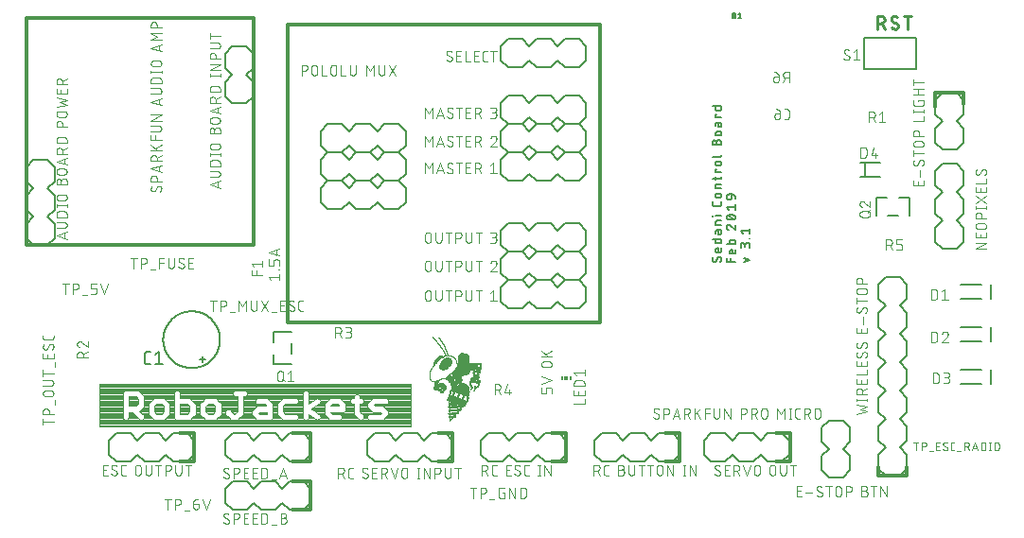
<source format=gbr>
G04 EAGLE Gerber RS-274X export*
G75*
%MOMM*%
%FSLAX34Y34*%
%LPD*%
%INSilkscreen Top*%
%IPPOS*%
%AMOC8*
5,1,8,0,0,1.08239X$1,22.5*%
G01*
%ADD10C,0.304800*%
%ADD11C,0.203200*%
%ADD12C,0.076200*%
%ADD13C,0.279400*%
%ADD14C,0.127000*%
%ADD15C,0.100000*%
%ADD16R,0.150000X0.300000*%
%ADD17R,0.300000X0.300000*%
%ADD18C,0.200000*%
%ADD19C,0.152400*%
%ADD20R,0.030481X0.010156*%
%ADD21R,0.030475X0.010156*%
%ADD22R,0.050800X0.010156*%
%ADD23R,0.050800X0.010162*%
%ADD24R,0.071119X0.010156*%
%ADD25R,0.040638X0.010156*%
%ADD26R,0.030481X0.010162*%
%ADD27R,0.030475X0.010162*%
%ADD28R,0.040638X0.010162*%
%ADD29R,0.020319X0.010156*%
%ADD30R,0.010156X0.010156*%
%ADD31R,0.132075X0.010156*%
%ADD32R,0.213363X0.010156*%
%ADD33R,0.254000X0.010162*%
%ADD34R,0.010156X0.010162*%
%ADD35R,0.375919X0.010156*%
%ADD36R,0.436875X0.010156*%
%ADD37R,0.518162X0.010156*%
%ADD38R,0.558800X0.010156*%
%ADD39R,0.599438X0.010162*%
%ADD40R,0.579119X0.010156*%
%ADD41R,0.599438X0.010156*%
%ADD42R,0.538481X0.010156*%
%ADD43R,0.010162X0.010162*%
%ADD44R,0.426719X0.010162*%
%ADD45R,0.010162X0.010156*%
%ADD46R,0.386081X0.010156*%
%ADD47R,0.294637X0.010156*%
%ADD48R,0.233681X0.010156*%
%ADD49R,0.142238X0.010156*%
%ADD50R,0.081275X0.010162*%
%ADD51R,0.132081X0.010162*%
%ADD52R,0.152400X0.010156*%
%ADD53R,0.365762X0.010156*%
%ADD54R,0.497838X0.010156*%
%ADD55R,0.568963X0.010162*%
%ADD56R,0.701037X0.010156*%
%ADD57R,0.772163X0.010156*%
%ADD58R,0.822963X0.010156*%
%ADD59R,0.843281X0.010156*%
%ADD60R,0.843281X0.010162*%
%ADD61R,0.833119X0.010156*%
%ADD62R,0.772156X0.010156*%
%ADD63R,0.548638X0.010156*%
%ADD64R,0.396238X0.010162*%
%ADD65R,0.335281X0.010156*%
%ADD66R,0.193038X0.010156*%
%ADD67R,0.172719X0.010156*%
%ADD68R,0.071119X0.010162*%
%ADD69R,0.182881X0.010156*%
%ADD70R,0.447038X0.010156*%
%ADD71R,0.721356X0.010162*%
%ADD72R,0.863600X0.010156*%
%ADD73R,0.965200X0.010156*%
%ADD74R,1.066800X0.010156*%
%ADD75R,1.076956X0.010156*%
%ADD76R,1.087119X0.010162*%
%ADD77R,1.087119X0.010156*%
%ADD78R,1.026156X0.010156*%
%ADD79R,0.802638X0.010156*%
%ADD80R,0.721363X0.010156*%
%ADD81R,0.538475X0.010162*%
%ADD82R,0.457200X0.010156*%
%ADD83R,0.284481X0.010156*%
%ADD84R,0.182875X0.010156*%
%ADD85R,0.060956X0.010156*%
%ADD86R,0.365756X0.010162*%
%ADD87R,0.477519X0.010156*%
%ADD88R,0.680719X0.010156*%
%ADD89R,0.782319X0.010156*%
%ADD90R,0.985519X0.010156*%
%ADD91R,1.229356X0.010156*%
%ADD92R,1.259838X0.010156*%
%ADD93R,1.249681X0.010156*%
%ADD94R,1.178556X0.010162*%
%ADD95R,0.975356X0.010156*%
%ADD96R,0.355600X0.010162*%
%ADD97R,0.314956X0.010156*%
%ADD98R,0.355600X0.010156*%
%ADD99R,0.396238X0.010156*%
%ADD100R,0.436881X0.010156*%
%ADD101R,0.548638X0.010162*%
%ADD102R,0.243838X0.010156*%
%ADD103R,0.609600X0.010156*%
%ADD104R,0.619756X0.010156*%
%ADD105R,0.589281X0.010156*%
%ADD106R,0.660400X0.010156*%
%ADD107R,0.721356X0.010156*%
%ADD108R,1.483356X0.010162*%
%ADD109R,1.483356X0.010156*%
%ADD110R,1.493519X0.010156*%
%ADD111R,1.513838X0.010156*%
%ADD112R,1.493519X0.010162*%
%ADD113R,1.341119X0.010156*%
%ADD114R,1.209037X0.010156*%
%ADD115R,1.005837X0.010156*%
%ADD116R,1.016000X0.010162*%
%ADD117R,1.097281X0.010156*%
%ADD118R,1.137919X0.010156*%
%ADD119R,1.148075X0.010162*%
%ADD120R,1.178556X0.010156*%
%ADD121R,1.270000X0.010156*%
%ADD122R,1.290319X0.010156*%
%ADD123R,1.391919X0.010162*%
%ADD124R,1.402081X0.010156*%
%ADD125R,1.442719X0.010156*%
%ADD126R,1.473200X0.010156*%
%ADD127R,1.595119X0.010156*%
%ADD128R,1.584956X0.010162*%
%ADD129R,0.091438X0.010156*%
%ADD130R,1.463037X0.010156*%
%ADD131R,0.101600X0.010156*%
%ADD132R,1.452881X0.010156*%
%ADD133R,1.452881X0.010162*%
%ADD134R,0.111756X0.010162*%
%ADD135R,0.111756X0.010156*%
%ADD136R,0.101600X0.010162*%
%ADD137R,1.452875X0.010162*%
%ADD138R,0.121919X0.010162*%
%ADD139R,1.452875X0.010156*%
%ADD140R,0.111763X0.010156*%
%ADD141R,0.121919X0.010156*%
%ADD142R,1.432556X0.010162*%
%ADD143R,1.198881X0.010156*%
%ADD144R,1.188719X0.010156*%
%ADD145R,1.148075X0.010156*%
%ADD146R,1.127763X0.010162*%
%ADD147R,0.182881X0.010162*%
%ADD148R,0.162556X0.010156*%
%ADD149R,1.036319X0.010156*%
%ADD150R,0.965200X0.010162*%
%ADD151R,0.172719X0.010162*%
%ADD152R,0.132081X0.010156*%
%ADD153R,0.955038X0.010156*%
%ADD154R,0.944881X0.010156*%
%ADD155R,0.081281X0.010156*%
%ADD156R,0.640075X0.010162*%
%ADD157R,0.193038X0.010162*%
%ADD158R,0.528319X0.010156*%
%ADD159R,0.436881X0.010162*%
%ADD160R,0.426719X0.010156*%
%ADD161R,0.213356X0.010156*%
%ADD162R,0.264163X0.010162*%
%ADD163R,0.223519X0.010162*%
%ADD164R,0.254000X0.010156*%
%ADD165R,0.274319X0.010156*%
%ADD166R,0.304800X0.010156*%
%ADD167R,0.162562X0.010156*%
%ADD168R,0.132075X0.010162*%
%ADD169R,0.518156X0.010162*%
%ADD170R,0.508000X0.010156*%
%ADD171R,0.152400X0.010162*%
%ADD172R,0.518162X0.010162*%
%ADD173R,0.629919X0.010156*%
%ADD174R,0.670556X0.010162*%
%ADD175R,0.182875X0.010162*%
%ADD176R,0.792475X0.010162*%
%ADD177R,0.995675X0.010156*%
%ADD178R,0.975356X0.010162*%
%ADD179R,0.020319X0.010162*%
%ADD180R,0.345438X0.010156*%
%ADD181R,1.016000X0.010156*%
%ADD182R,0.375919X0.010162*%
%ADD183R,0.142238X0.010162*%
%ADD184R,1.127756X0.010162*%
%ADD185R,0.091438X0.010162*%
%ADD186R,1.249675X0.010156*%
%ADD187R,0.386075X0.010156*%
%ADD188R,0.406400X0.010156*%
%ADD189R,1.239519X0.010156*%
%ADD190R,1.249675X0.010162*%
%ADD191R,0.416563X0.010156*%
%ADD192R,1.310638X0.010156*%
%ADD193R,1.432556X0.010156*%
%ADD194R,1.391919X0.010156*%
%ADD195R,0.203200X0.010162*%
%ADD196R,0.233681X0.010162*%
%ADD197R,1.330956X0.010156*%
%ADD198R,0.203200X0.010156*%
%ADD199R,1.320800X0.010156*%
%ADD200R,1.209037X0.010162*%
%ADD201R,0.345438X0.010162*%
%ADD202R,1.148081X0.010156*%
%ADD203R,1.107438X0.010156*%
%ADD204R,1.076963X0.010156*%
%ADD205R,0.284475X0.010162*%
%ADD206R,0.294637X0.010162*%
%ADD207R,0.213363X0.010162*%
%ADD208R,1.066800X0.010162*%
%ADD209R,0.487675X0.010162*%
%ADD210R,0.538475X0.010156*%
%ADD211R,0.924556X0.010156*%
%ADD212R,0.731519X0.010162*%
%ADD213R,0.243838X0.010162*%
%ADD214R,0.894075X0.010162*%
%ADD215R,0.609600X0.010162*%
%ADD216R,0.741681X0.010156*%
%ADD217R,0.883919X0.010156*%
%ADD218R,0.640075X0.010156*%
%ADD219R,0.822956X0.010156*%
%ADD220R,0.812800X0.010156*%
%ADD221R,0.690881X0.010156*%
%ADD222R,0.751838X0.010156*%
%ADD223R,0.711200X0.010156*%
%ADD224R,0.741681X0.010162*%
%ADD225R,0.060963X0.010162*%
%ADD226R,0.060963X0.010156*%
%ADD227R,0.792481X0.010156*%
%ADD228R,0.223519X0.010156*%
%ADD229R,0.640081X0.010156*%
%ADD230R,0.518156X0.010156*%
%ADD231R,0.508000X0.010162*%
%ADD232R,0.863600X0.010162*%
%ADD233R,0.081281X0.010162*%
%ADD234R,0.528319X0.010162*%
%ADD235R,0.162556X0.010162*%
%ADD236R,0.335281X0.010162*%
%ADD237R,1.026156X0.010162*%
%ADD238R,1.046481X0.010156*%
%ADD239R,1.127756X0.010156*%
%ADD240R,0.762000X0.010162*%
%ADD241R,0.314956X0.010162*%
%ADD242R,1.168400X0.010162*%
%ADD243R,0.762000X0.010156*%
%ADD244R,0.264156X0.010156*%
%ADD245R,0.284475X0.010156*%
%ADD246R,0.274319X0.010162*%
%ADD247R,0.335275X0.010156*%
%ADD248R,0.325119X0.010156*%
%ADD249R,0.233675X0.010162*%
%ADD250R,0.670563X0.010156*%
%ADD251R,0.944881X0.010162*%
%ADD252R,0.619756X0.010162*%
%ADD253R,0.914400X0.010156*%
%ADD254R,0.568963X0.010156*%
%ADD255R,0.447038X0.010162*%
%ADD256R,0.497838X0.010162*%
%ADD257R,0.416556X0.010156*%
%ADD258R,0.568956X0.010156*%
%ADD259R,0.487681X0.010156*%
%ADD260R,0.670556X0.010156*%
%ADD261R,0.365756X0.010156*%
%ADD262R,0.751838X0.010162*%
%ADD263R,0.111763X0.010162*%
%ADD264R,0.822956X0.010162*%
%ADD265R,0.264156X0.010162*%
%ADD266R,0.467363X0.010162*%
%ADD267R,0.060956X0.010162*%
%ADD268R,0.883919X0.010162*%
%ADD269R,0.904238X0.010156*%
%ADD270R,0.660400X0.010162*%
%ADD271R,0.589275X0.010156*%
%ADD272R,0.233675X0.010156*%
%ADD273R,0.213356X0.010162*%
%ADD274R,0.457200X0.010162*%
%ADD275R,0.314963X0.010156*%
%ADD276R,0.264163X0.010156*%
%ADD277R,0.081275X0.010156*%
%ADD278R,0.436875X0.010162*%
%ADD279R,0.579119X0.010162*%
%ADD280R,0.680719X0.010162*%
%ADD281R,0.619762X0.010156*%
%ADD282R,0.487675X0.010156*%
%ADD283R,0.467356X0.010156*%
%ADD284R,0.477519X0.010162*%
%ADD285R,0.924563X0.010162*%
%ADD286R,0.650238X0.010156*%
%ADD287R,0.670563X0.010162*%
%ADD288R,0.416556X0.010162*%
%ADD289R,0.843275X0.010156*%
%ADD290R,0.416563X0.010162*%
%ADD291R,1.046475X0.010156*%
%ADD292R,1.056638X0.010156*%
%ADD293R,1.158238X0.010156*%
%ADD294R,1.168400X0.010156*%
%ADD295R,1.188719X0.010162*%
%ADD296R,1.270000X0.010162*%
%ADD297R,1.310638X0.010162*%
%ADD298R,1.351275X0.010156*%
%ADD299R,1.351275X0.010162*%
%ADD300R,1.361438X0.010156*%
%ADD301R,1.361438X0.010162*%
%ADD302R,1.371600X0.010156*%
%ADD303R,1.381763X0.010156*%
%ADD304R,1.371600X0.010162*%
%ADD305R,0.386075X0.010162*%
%ADD306R,1.432562X0.010162*%
%ADD307R,0.386081X0.010162*%
%ADD308R,1.554481X0.010156*%
%ADD309R,1.229356X0.010162*%
%ADD310R,0.335275X0.010162*%
%ADD311R,1.280156X0.010156*%
%ADD312R,1.574800X0.010162*%
%ADD313R,1.635756X0.010156*%
%ADD314R,1.645919X0.010156*%
%ADD315R,1.656075X0.010156*%
%ADD316R,1.666238X0.010156*%
%ADD317R,1.676400X0.010162*%
%ADD318R,0.731519X0.010156*%
%ADD319R,1.656081X0.010156*%
%ADD320R,1.676400X0.010156*%
%ADD321R,0.792475X0.010156*%
%ADD322R,0.802638X0.010162*%
%ADD323R,1.473200X0.010162*%
%ADD324R,1.869438X0.010156*%
%ADD325R,1.838956X0.010156*%
%ADD326R,0.853438X0.010156*%
%ADD327R,1.849119X0.010156*%
%ADD328R,1.818638X0.010156*%
%ADD329R,0.873756X0.010162*%
%ADD330R,1.818638X0.010162*%
%ADD331R,1.808475X0.010156*%
%ADD332R,0.894075X0.010156*%
%ADD333R,0.914400X0.010162*%
%ADD334R,0.944875X0.010156*%
%ADD335R,1.117600X0.010156*%
%ADD336R,0.955038X0.010162*%
%ADD337R,1.341119X0.010162*%
%ADD338R,1.534156X0.010156*%
%ADD339R,0.985519X0.010162*%
%ADD340R,1.808481X0.010162*%
%ADD341R,0.995681X0.010156*%
%ADD342R,1.828800X0.010156*%
%ADD343R,1.859281X0.010156*%
%ADD344R,1.889756X0.010156*%
%ADD345R,2.164081X0.010162*%
%ADD346R,2.143763X0.010156*%
%ADD347R,2.153919X0.010156*%
%ADD348R,1.005837X0.010162*%
%ADD349R,0.975363X0.010156*%
%ADD350R,0.640081X0.010162*%
%ADD351R,0.995681X0.010162*%
%ADD352R,1.046475X0.010162*%
%ADD353R,0.325119X0.010162*%
%ADD354R,0.934719X0.010156*%
%ADD355R,0.894081X0.010156*%
%ADD356R,0.904238X0.010162*%
%ADD357R,0.782319X0.010162*%
%ADD358R,0.701037X0.010162*%
%ADD359R,1.056638X0.010162*%
%ADD360R,1.046481X0.010162*%
%ADD361R,1.026163X0.010162*%
%ADD362R,1.026163X0.010156*%
%ADD363R,0.467356X0.010162*%
%ADD364R,0.741675X0.010156*%


D10*
X525780Y187960D02*
X246380Y187960D01*
X246380Y454660D01*
X525780Y454660D01*
X525780Y187960D01*
D11*
X632178Y246831D02*
X632261Y246829D01*
X632345Y246823D01*
X632428Y246814D01*
X632510Y246800D01*
X632591Y246783D01*
X632672Y246762D01*
X632752Y246737D01*
X632830Y246709D01*
X632907Y246677D01*
X632983Y246642D01*
X633057Y246603D01*
X633129Y246560D01*
X633199Y246515D01*
X633266Y246466D01*
X633332Y246414D01*
X633395Y246360D01*
X633455Y246302D01*
X633513Y246242D01*
X633567Y246179D01*
X633619Y246113D01*
X633668Y246046D01*
X633713Y245976D01*
X633756Y245904D01*
X633795Y245830D01*
X633830Y245754D01*
X633862Y245677D01*
X633890Y245599D01*
X633915Y245519D01*
X633936Y245438D01*
X633953Y245357D01*
X633967Y245275D01*
X633976Y245192D01*
X633982Y245108D01*
X633984Y245025D01*
X633982Y244904D01*
X633976Y244784D01*
X633967Y244664D01*
X633954Y244544D01*
X633937Y244425D01*
X633916Y244306D01*
X633891Y244188D01*
X633863Y244071D01*
X633831Y243955D01*
X633795Y243840D01*
X633756Y243726D01*
X633713Y243613D01*
X633667Y243502D01*
X633617Y243392D01*
X633564Y243284D01*
X633507Y243178D01*
X633447Y243073D01*
X633384Y242971D01*
X633317Y242870D01*
X633248Y242772D01*
X633175Y242676D01*
X633099Y242582D01*
X633021Y242490D01*
X632939Y242402D01*
X632855Y242315D01*
X627662Y242542D02*
X627579Y242544D01*
X627495Y242550D01*
X627412Y242559D01*
X627330Y242573D01*
X627249Y242590D01*
X627168Y242611D01*
X627088Y242636D01*
X627010Y242664D01*
X626933Y242696D01*
X626857Y242731D01*
X626783Y242770D01*
X626711Y242813D01*
X626641Y242858D01*
X626574Y242907D01*
X626508Y242959D01*
X626445Y243013D01*
X626385Y243071D01*
X626327Y243131D01*
X626273Y243194D01*
X626221Y243260D01*
X626172Y243327D01*
X626127Y243397D01*
X626084Y243469D01*
X626045Y243543D01*
X626010Y243619D01*
X625978Y243696D01*
X625950Y243774D01*
X625925Y243854D01*
X625904Y243935D01*
X625887Y244016D01*
X625873Y244098D01*
X625864Y244181D01*
X625858Y244265D01*
X625856Y244348D01*
X625858Y244463D01*
X625864Y244577D01*
X625873Y244692D01*
X625887Y244805D01*
X625904Y244919D01*
X625926Y245032D01*
X625951Y245143D01*
X625980Y245255D01*
X626012Y245365D01*
X626048Y245473D01*
X626088Y245581D01*
X626132Y245687D01*
X626179Y245792D01*
X626230Y245894D01*
X626284Y245996D01*
X626341Y246095D01*
X626402Y246192D01*
X626466Y246287D01*
X626533Y246380D01*
X629242Y243445D02*
X629198Y243375D01*
X629152Y243306D01*
X629102Y243240D01*
X629049Y243176D01*
X628994Y243115D01*
X628935Y243056D01*
X628874Y243000D01*
X628811Y242947D01*
X628745Y242896D01*
X628678Y242849D01*
X628608Y242805D01*
X628536Y242764D01*
X628462Y242726D01*
X628387Y242691D01*
X628310Y242660D01*
X628232Y242633D01*
X628153Y242609D01*
X628072Y242589D01*
X627991Y242572D01*
X627910Y242559D01*
X627827Y242549D01*
X627745Y242544D01*
X627662Y242542D01*
X630598Y245928D02*
X630642Y245998D01*
X630688Y246067D01*
X630738Y246133D01*
X630791Y246197D01*
X630846Y246258D01*
X630905Y246317D01*
X630966Y246373D01*
X631029Y246426D01*
X631095Y246477D01*
X631162Y246524D01*
X631232Y246568D01*
X631304Y246609D01*
X631378Y246647D01*
X631453Y246682D01*
X631530Y246713D01*
X631608Y246740D01*
X631687Y246764D01*
X631768Y246784D01*
X631849Y246801D01*
X631930Y246814D01*
X632013Y246824D01*
X632095Y246829D01*
X632178Y246831D01*
X630597Y245928D02*
X629243Y243445D01*
X633984Y252352D02*
X633984Y254610D01*
X633984Y252352D02*
X633982Y252279D01*
X633976Y252206D01*
X633966Y252133D01*
X633952Y252061D01*
X633935Y251990D01*
X633913Y251919D01*
X633888Y251850D01*
X633859Y251783D01*
X633826Y251717D01*
X633790Y251653D01*
X633751Y251592D01*
X633708Y251532D01*
X633662Y251475D01*
X633613Y251420D01*
X633561Y251368D01*
X633506Y251319D01*
X633449Y251273D01*
X633389Y251230D01*
X633328Y251191D01*
X633264Y251155D01*
X633198Y251122D01*
X633131Y251093D01*
X633062Y251068D01*
X632992Y251046D01*
X632920Y251029D01*
X632848Y251015D01*
X632776Y251005D01*
X632702Y250999D01*
X632629Y250997D01*
X630372Y250997D01*
X630289Y250999D01*
X630205Y251005D01*
X630122Y251014D01*
X630040Y251028D01*
X629959Y251045D01*
X629878Y251066D01*
X629798Y251091D01*
X629720Y251119D01*
X629643Y251151D01*
X629567Y251186D01*
X629493Y251225D01*
X629421Y251268D01*
X629351Y251313D01*
X629284Y251362D01*
X629218Y251414D01*
X629155Y251468D01*
X629095Y251526D01*
X629037Y251586D01*
X628983Y251649D01*
X628931Y251715D01*
X628882Y251782D01*
X628837Y251852D01*
X628794Y251924D01*
X628755Y251998D01*
X628720Y252074D01*
X628688Y252151D01*
X628660Y252229D01*
X628635Y252309D01*
X628614Y252390D01*
X628597Y252471D01*
X628583Y252553D01*
X628574Y252636D01*
X628568Y252720D01*
X628566Y252803D01*
X628568Y252886D01*
X628574Y252970D01*
X628583Y253053D01*
X628597Y253135D01*
X628614Y253216D01*
X628635Y253297D01*
X628660Y253377D01*
X628688Y253455D01*
X628720Y253532D01*
X628755Y253608D01*
X628794Y253682D01*
X628837Y253754D01*
X628882Y253824D01*
X628931Y253891D01*
X628983Y253957D01*
X629037Y254020D01*
X629095Y254080D01*
X629155Y254138D01*
X629218Y254192D01*
X629284Y254244D01*
X629351Y254293D01*
X629421Y254338D01*
X629493Y254381D01*
X629567Y254420D01*
X629643Y254455D01*
X629720Y254487D01*
X629798Y254515D01*
X629878Y254540D01*
X629959Y254561D01*
X630040Y254578D01*
X630122Y254592D01*
X630205Y254601D01*
X630289Y254607D01*
X630372Y254609D01*
X630372Y254610D02*
X631275Y254610D01*
X631275Y250997D01*
X633984Y262452D02*
X625856Y262452D01*
X633984Y262452D02*
X633984Y260194D01*
X633982Y260121D01*
X633976Y260048D01*
X633966Y259975D01*
X633952Y259903D01*
X633935Y259832D01*
X633913Y259761D01*
X633888Y259692D01*
X633859Y259625D01*
X633826Y259559D01*
X633790Y259495D01*
X633751Y259434D01*
X633708Y259374D01*
X633662Y259317D01*
X633613Y259262D01*
X633561Y259210D01*
X633506Y259161D01*
X633449Y259115D01*
X633389Y259072D01*
X633328Y259033D01*
X633264Y258997D01*
X633198Y258964D01*
X633131Y258935D01*
X633062Y258910D01*
X632992Y258888D01*
X632920Y258871D01*
X632848Y258857D01*
X632776Y258847D01*
X632702Y258841D01*
X632629Y258839D01*
X629920Y258839D01*
X629849Y258841D01*
X629778Y258846D01*
X629708Y258856D01*
X629638Y258869D01*
X629569Y258885D01*
X629501Y258905D01*
X629434Y258929D01*
X629369Y258956D01*
X629305Y258987D01*
X629243Y259021D01*
X629182Y259058D01*
X629124Y259098D01*
X629067Y259141D01*
X629013Y259187D01*
X628962Y259236D01*
X628913Y259287D01*
X628867Y259341D01*
X628824Y259398D01*
X628784Y259456D01*
X628747Y259517D01*
X628713Y259579D01*
X628682Y259643D01*
X628655Y259708D01*
X628631Y259775D01*
X628611Y259843D01*
X628595Y259912D01*
X628582Y259982D01*
X628572Y260052D01*
X628567Y260123D01*
X628565Y260194D01*
X628565Y262452D01*
X630823Y268649D02*
X630823Y270681D01*
X630824Y268649D02*
X630826Y268570D01*
X630832Y268492D01*
X630842Y268414D01*
X630855Y268336D01*
X630873Y268259D01*
X630894Y268183D01*
X630919Y268109D01*
X630948Y268035D01*
X630980Y267963D01*
X631016Y267893D01*
X631056Y267825D01*
X631099Y267759D01*
X631145Y267695D01*
X631194Y267633D01*
X631246Y267574D01*
X631301Y267518D01*
X631359Y267464D01*
X631419Y267414D01*
X631482Y267366D01*
X631547Y267322D01*
X631614Y267281D01*
X631683Y267243D01*
X631754Y267209D01*
X631827Y267178D01*
X631901Y267151D01*
X631976Y267128D01*
X632052Y267109D01*
X632130Y267093D01*
X632208Y267081D01*
X632286Y267073D01*
X632365Y267069D01*
X632443Y267069D01*
X632522Y267073D01*
X632600Y267081D01*
X632678Y267093D01*
X632756Y267109D01*
X632832Y267128D01*
X632907Y267151D01*
X632981Y267178D01*
X633054Y267209D01*
X633125Y267243D01*
X633194Y267281D01*
X633261Y267322D01*
X633326Y267366D01*
X633389Y267414D01*
X633449Y267464D01*
X633507Y267518D01*
X633562Y267574D01*
X633614Y267633D01*
X633663Y267695D01*
X633709Y267759D01*
X633752Y267825D01*
X633792Y267893D01*
X633828Y267963D01*
X633860Y268035D01*
X633889Y268109D01*
X633914Y268183D01*
X633935Y268259D01*
X633953Y268336D01*
X633966Y268414D01*
X633976Y268492D01*
X633982Y268570D01*
X633984Y268649D01*
X633984Y270681D01*
X629920Y270681D01*
X629920Y270682D02*
X629849Y270680D01*
X629778Y270675D01*
X629708Y270665D01*
X629638Y270652D01*
X629569Y270636D01*
X629501Y270616D01*
X629434Y270592D01*
X629369Y270565D01*
X629305Y270534D01*
X629243Y270500D01*
X629182Y270463D01*
X629124Y270423D01*
X629067Y270380D01*
X629013Y270334D01*
X628962Y270285D01*
X628913Y270234D01*
X628867Y270180D01*
X628824Y270123D01*
X628784Y270065D01*
X628747Y270005D01*
X628713Y269942D01*
X628682Y269878D01*
X628655Y269813D01*
X628631Y269746D01*
X628611Y269678D01*
X628595Y269609D01*
X628582Y269539D01*
X628572Y269469D01*
X628567Y269398D01*
X628565Y269327D01*
X628565Y267521D01*
X628565Y275686D02*
X633984Y275686D01*
X628565Y275686D02*
X628565Y277944D01*
X628567Y278017D01*
X628573Y278090D01*
X628583Y278163D01*
X628597Y278235D01*
X628614Y278306D01*
X628636Y278377D01*
X628661Y278446D01*
X628690Y278513D01*
X628723Y278579D01*
X628759Y278643D01*
X628798Y278704D01*
X628841Y278764D01*
X628887Y278821D01*
X628936Y278876D01*
X628988Y278928D01*
X629043Y278977D01*
X629100Y279023D01*
X629160Y279066D01*
X629221Y279105D01*
X629285Y279141D01*
X629351Y279174D01*
X629418Y279203D01*
X629487Y279228D01*
X629557Y279250D01*
X629629Y279267D01*
X629701Y279281D01*
X629773Y279291D01*
X629847Y279297D01*
X629920Y279299D01*
X629920Y279298D02*
X633984Y279298D01*
X633984Y283588D02*
X628565Y283588D01*
X626308Y283362D02*
X625856Y283362D01*
X625856Y283814D01*
X626308Y283814D01*
X626308Y283362D01*
X633984Y294367D02*
X633984Y296174D01*
X633984Y294367D02*
X633982Y294284D01*
X633976Y294200D01*
X633967Y294117D01*
X633953Y294035D01*
X633936Y293954D01*
X633915Y293873D01*
X633890Y293793D01*
X633862Y293715D01*
X633830Y293638D01*
X633795Y293562D01*
X633756Y293488D01*
X633713Y293416D01*
X633668Y293346D01*
X633619Y293279D01*
X633567Y293213D01*
X633513Y293150D01*
X633455Y293090D01*
X633395Y293032D01*
X633332Y292978D01*
X633266Y292926D01*
X633199Y292877D01*
X633129Y292832D01*
X633057Y292789D01*
X632983Y292750D01*
X632908Y292715D01*
X632830Y292683D01*
X632752Y292655D01*
X632672Y292630D01*
X632592Y292609D01*
X632510Y292592D01*
X632428Y292578D01*
X632345Y292569D01*
X632261Y292563D01*
X632178Y292561D01*
X627662Y292561D01*
X627662Y292562D02*
X627579Y292564D01*
X627495Y292570D01*
X627412Y292579D01*
X627330Y292593D01*
X627249Y292610D01*
X627168Y292631D01*
X627088Y292656D01*
X627010Y292684D01*
X626933Y292716D01*
X626857Y292751D01*
X626783Y292790D01*
X626711Y292833D01*
X626641Y292878D01*
X626574Y292927D01*
X626508Y292979D01*
X626445Y293033D01*
X626385Y293091D01*
X626327Y293151D01*
X626273Y293214D01*
X626221Y293280D01*
X626172Y293347D01*
X626127Y293417D01*
X626084Y293489D01*
X626045Y293563D01*
X626010Y293638D01*
X625978Y293716D01*
X625950Y293794D01*
X625925Y293874D01*
X625904Y293954D01*
X625887Y294036D01*
X625873Y294118D01*
X625864Y294201D01*
X625858Y294285D01*
X625856Y294368D01*
X625856Y294367D02*
X625856Y296174D01*
X630372Y300070D02*
X632178Y300070D01*
X630372Y300070D02*
X630289Y300072D01*
X630205Y300078D01*
X630122Y300087D01*
X630040Y300101D01*
X629959Y300118D01*
X629878Y300139D01*
X629798Y300164D01*
X629720Y300192D01*
X629643Y300224D01*
X629567Y300259D01*
X629493Y300298D01*
X629421Y300341D01*
X629351Y300386D01*
X629284Y300435D01*
X629218Y300487D01*
X629155Y300541D01*
X629095Y300599D01*
X629037Y300659D01*
X628983Y300722D01*
X628931Y300788D01*
X628882Y300855D01*
X628837Y300925D01*
X628794Y300997D01*
X628755Y301071D01*
X628720Y301147D01*
X628688Y301224D01*
X628660Y301302D01*
X628635Y301382D01*
X628614Y301463D01*
X628597Y301544D01*
X628583Y301626D01*
X628574Y301709D01*
X628568Y301793D01*
X628566Y301876D01*
X628568Y301959D01*
X628574Y302043D01*
X628583Y302126D01*
X628597Y302208D01*
X628614Y302289D01*
X628635Y302370D01*
X628660Y302450D01*
X628688Y302528D01*
X628720Y302605D01*
X628755Y302681D01*
X628794Y302755D01*
X628837Y302827D01*
X628882Y302897D01*
X628931Y302964D01*
X628983Y303030D01*
X629037Y303093D01*
X629095Y303153D01*
X629155Y303211D01*
X629218Y303265D01*
X629284Y303317D01*
X629351Y303366D01*
X629421Y303411D01*
X629493Y303454D01*
X629567Y303493D01*
X629643Y303528D01*
X629720Y303560D01*
X629798Y303588D01*
X629878Y303613D01*
X629959Y303634D01*
X630040Y303651D01*
X630122Y303665D01*
X630205Y303674D01*
X630289Y303680D01*
X630372Y303682D01*
X632178Y303682D01*
X632261Y303680D01*
X632345Y303674D01*
X632428Y303665D01*
X632510Y303651D01*
X632591Y303634D01*
X632672Y303613D01*
X632752Y303588D01*
X632830Y303560D01*
X632907Y303528D01*
X632983Y303493D01*
X633057Y303454D01*
X633129Y303411D01*
X633199Y303366D01*
X633266Y303317D01*
X633332Y303265D01*
X633395Y303211D01*
X633455Y303153D01*
X633513Y303093D01*
X633567Y303030D01*
X633619Y302964D01*
X633668Y302897D01*
X633713Y302827D01*
X633756Y302755D01*
X633795Y302681D01*
X633830Y302605D01*
X633862Y302528D01*
X633890Y302450D01*
X633915Y302370D01*
X633936Y302289D01*
X633953Y302208D01*
X633967Y302126D01*
X633976Y302043D01*
X633982Y301959D01*
X633984Y301876D01*
X633982Y301793D01*
X633976Y301709D01*
X633967Y301626D01*
X633953Y301544D01*
X633936Y301463D01*
X633915Y301382D01*
X633890Y301302D01*
X633862Y301224D01*
X633830Y301147D01*
X633795Y301071D01*
X633756Y300997D01*
X633713Y300925D01*
X633668Y300855D01*
X633619Y300788D01*
X633567Y300722D01*
X633513Y300659D01*
X633455Y300599D01*
X633395Y300541D01*
X633332Y300487D01*
X633266Y300435D01*
X633199Y300386D01*
X633129Y300341D01*
X633057Y300298D01*
X632983Y300259D01*
X632907Y300224D01*
X632830Y300192D01*
X632752Y300164D01*
X632672Y300139D01*
X632591Y300118D01*
X632510Y300101D01*
X632428Y300087D01*
X632345Y300078D01*
X632261Y300072D01*
X632178Y300070D01*
X633984Y308299D02*
X628565Y308299D01*
X628565Y310557D01*
X628567Y310630D01*
X628573Y310703D01*
X628583Y310776D01*
X628597Y310848D01*
X628614Y310919D01*
X628636Y310990D01*
X628661Y311059D01*
X628690Y311126D01*
X628723Y311192D01*
X628759Y311256D01*
X628798Y311317D01*
X628841Y311377D01*
X628887Y311434D01*
X628936Y311489D01*
X628988Y311541D01*
X629043Y311590D01*
X629100Y311636D01*
X629160Y311679D01*
X629221Y311718D01*
X629285Y311754D01*
X629351Y311787D01*
X629418Y311816D01*
X629487Y311841D01*
X629557Y311863D01*
X629629Y311880D01*
X629701Y311894D01*
X629773Y311904D01*
X629847Y311910D01*
X629920Y311912D01*
X633984Y311912D01*
X628565Y315632D02*
X628565Y318341D01*
X625856Y316535D02*
X632629Y316535D01*
X632700Y316537D01*
X632771Y316542D01*
X632841Y316552D01*
X632911Y316565D01*
X632980Y316581D01*
X633048Y316601D01*
X633115Y316625D01*
X633180Y316652D01*
X633244Y316683D01*
X633307Y316717D01*
X633367Y316754D01*
X633425Y316794D01*
X633482Y316837D01*
X633536Y316883D01*
X633587Y316932D01*
X633636Y316983D01*
X633682Y317037D01*
X633725Y317094D01*
X633765Y317152D01*
X633802Y317213D01*
X633836Y317275D01*
X633867Y317339D01*
X633894Y317404D01*
X633918Y317471D01*
X633938Y317539D01*
X633954Y317608D01*
X633967Y317678D01*
X633977Y317748D01*
X633982Y317819D01*
X633984Y317890D01*
X633984Y318341D01*
X633984Y322718D02*
X628565Y322718D01*
X628565Y325427D01*
X629468Y325427D01*
X630372Y328721D02*
X632178Y328721D01*
X630372Y328721D02*
X630289Y328723D01*
X630205Y328729D01*
X630122Y328738D01*
X630040Y328752D01*
X629959Y328769D01*
X629878Y328790D01*
X629798Y328815D01*
X629720Y328843D01*
X629643Y328875D01*
X629567Y328910D01*
X629493Y328949D01*
X629421Y328992D01*
X629351Y329037D01*
X629284Y329086D01*
X629218Y329138D01*
X629155Y329192D01*
X629095Y329250D01*
X629037Y329310D01*
X628983Y329373D01*
X628931Y329439D01*
X628882Y329506D01*
X628837Y329576D01*
X628794Y329648D01*
X628755Y329722D01*
X628720Y329798D01*
X628688Y329875D01*
X628660Y329953D01*
X628635Y330033D01*
X628614Y330114D01*
X628597Y330195D01*
X628583Y330277D01*
X628574Y330360D01*
X628568Y330444D01*
X628566Y330527D01*
X628568Y330610D01*
X628574Y330694D01*
X628583Y330777D01*
X628597Y330859D01*
X628614Y330940D01*
X628635Y331021D01*
X628660Y331101D01*
X628688Y331179D01*
X628720Y331256D01*
X628755Y331332D01*
X628794Y331406D01*
X628837Y331478D01*
X628882Y331548D01*
X628931Y331615D01*
X628983Y331681D01*
X629037Y331744D01*
X629095Y331804D01*
X629155Y331862D01*
X629218Y331916D01*
X629284Y331968D01*
X629351Y332017D01*
X629421Y332062D01*
X629493Y332105D01*
X629567Y332144D01*
X629643Y332179D01*
X629720Y332211D01*
X629798Y332239D01*
X629878Y332264D01*
X629959Y332285D01*
X630040Y332302D01*
X630122Y332316D01*
X630205Y332325D01*
X630289Y332331D01*
X630372Y332333D01*
X632178Y332333D01*
X632261Y332331D01*
X632345Y332325D01*
X632428Y332316D01*
X632510Y332302D01*
X632591Y332285D01*
X632672Y332264D01*
X632752Y332239D01*
X632830Y332211D01*
X632907Y332179D01*
X632983Y332144D01*
X633057Y332105D01*
X633129Y332062D01*
X633199Y332017D01*
X633266Y331968D01*
X633332Y331916D01*
X633395Y331862D01*
X633455Y331804D01*
X633513Y331744D01*
X633567Y331681D01*
X633619Y331615D01*
X633668Y331548D01*
X633713Y331478D01*
X633756Y331406D01*
X633795Y331332D01*
X633830Y331256D01*
X633862Y331179D01*
X633890Y331101D01*
X633915Y331021D01*
X633936Y330940D01*
X633953Y330859D01*
X633967Y330777D01*
X633976Y330694D01*
X633982Y330610D01*
X633984Y330527D01*
X633982Y330444D01*
X633976Y330360D01*
X633967Y330277D01*
X633953Y330195D01*
X633936Y330114D01*
X633915Y330033D01*
X633890Y329953D01*
X633862Y329875D01*
X633830Y329798D01*
X633795Y329722D01*
X633756Y329648D01*
X633713Y329576D01*
X633668Y329506D01*
X633619Y329439D01*
X633567Y329373D01*
X633513Y329310D01*
X633455Y329250D01*
X633395Y329192D01*
X633332Y329138D01*
X633266Y329086D01*
X633199Y329037D01*
X633129Y328992D01*
X633057Y328949D01*
X632983Y328910D01*
X632907Y328875D01*
X632830Y328843D01*
X632752Y328815D01*
X632672Y328790D01*
X632591Y328769D01*
X632510Y328752D01*
X632428Y328738D01*
X632345Y328729D01*
X632261Y328723D01*
X632178Y328721D01*
X632629Y336626D02*
X625856Y336626D01*
X632629Y336626D02*
X632700Y336628D01*
X632771Y336633D01*
X632841Y336643D01*
X632911Y336656D01*
X632980Y336672D01*
X633048Y336692D01*
X633115Y336716D01*
X633180Y336743D01*
X633244Y336774D01*
X633307Y336808D01*
X633367Y336845D01*
X633425Y336885D01*
X633482Y336928D01*
X633536Y336974D01*
X633587Y337023D01*
X633636Y337074D01*
X633682Y337128D01*
X633725Y337185D01*
X633765Y337243D01*
X633802Y337304D01*
X633836Y337366D01*
X633867Y337430D01*
X633894Y337495D01*
X633918Y337562D01*
X633938Y337630D01*
X633954Y337699D01*
X633967Y337769D01*
X633977Y337839D01*
X633982Y337910D01*
X633984Y337981D01*
X629468Y347099D02*
X629468Y349357D01*
X629470Y349450D01*
X629476Y349543D01*
X629485Y349636D01*
X629499Y349729D01*
X629516Y349820D01*
X629537Y349911D01*
X629562Y350001D01*
X629590Y350090D01*
X629622Y350178D01*
X629658Y350264D01*
X629697Y350349D01*
X629740Y350432D01*
X629786Y350513D01*
X629836Y350592D01*
X629888Y350669D01*
X629944Y350744D01*
X630003Y350816D01*
X630065Y350886D01*
X630129Y350954D01*
X630197Y351018D01*
X630267Y351080D01*
X630339Y351139D01*
X630414Y351195D01*
X630491Y351247D01*
X630570Y351297D01*
X630651Y351343D01*
X630734Y351386D01*
X630819Y351425D01*
X630905Y351461D01*
X630993Y351493D01*
X631082Y351521D01*
X631172Y351546D01*
X631263Y351567D01*
X631354Y351584D01*
X631447Y351598D01*
X631540Y351607D01*
X631633Y351613D01*
X631726Y351615D01*
X631819Y351613D01*
X631912Y351607D01*
X632005Y351598D01*
X632098Y351584D01*
X632189Y351567D01*
X632280Y351546D01*
X632370Y351521D01*
X632459Y351493D01*
X632547Y351461D01*
X632633Y351425D01*
X632718Y351386D01*
X632801Y351343D01*
X632882Y351297D01*
X632961Y351247D01*
X633038Y351195D01*
X633113Y351139D01*
X633185Y351080D01*
X633255Y351018D01*
X633323Y350954D01*
X633387Y350886D01*
X633449Y350816D01*
X633508Y350744D01*
X633564Y350669D01*
X633616Y350592D01*
X633666Y350513D01*
X633712Y350432D01*
X633755Y350349D01*
X633794Y350264D01*
X633830Y350178D01*
X633862Y350090D01*
X633890Y350001D01*
X633915Y349911D01*
X633936Y349820D01*
X633953Y349729D01*
X633967Y349636D01*
X633976Y349543D01*
X633982Y349450D01*
X633984Y349357D01*
X633984Y347099D01*
X625856Y347099D01*
X625856Y349357D01*
X625858Y349440D01*
X625864Y349524D01*
X625873Y349607D01*
X625887Y349689D01*
X625904Y349770D01*
X625925Y349851D01*
X625950Y349931D01*
X625978Y350009D01*
X626010Y350086D01*
X626045Y350162D01*
X626084Y350236D01*
X626127Y350308D01*
X626172Y350378D01*
X626221Y350445D01*
X626273Y350511D01*
X626327Y350574D01*
X626385Y350634D01*
X626445Y350692D01*
X626508Y350746D01*
X626574Y350798D01*
X626641Y350847D01*
X626711Y350892D01*
X626783Y350935D01*
X626857Y350974D01*
X626933Y351009D01*
X627010Y351041D01*
X627088Y351069D01*
X627168Y351094D01*
X627249Y351115D01*
X627330Y351132D01*
X627412Y351146D01*
X627495Y351155D01*
X627579Y351161D01*
X627662Y351163D01*
X627745Y351161D01*
X627829Y351155D01*
X627912Y351146D01*
X627994Y351132D01*
X628075Y351115D01*
X628156Y351094D01*
X628236Y351069D01*
X628314Y351041D01*
X628391Y351009D01*
X628467Y350974D01*
X628541Y350935D01*
X628613Y350892D01*
X628683Y350847D01*
X628750Y350798D01*
X628816Y350746D01*
X628879Y350692D01*
X628939Y350634D01*
X628997Y350574D01*
X629051Y350511D01*
X629103Y350445D01*
X629152Y350378D01*
X629197Y350308D01*
X629240Y350236D01*
X629279Y350162D01*
X629314Y350086D01*
X629346Y350009D01*
X629374Y349931D01*
X629399Y349851D01*
X629420Y349770D01*
X629437Y349689D01*
X629451Y349607D01*
X629460Y349524D01*
X629466Y349440D01*
X629468Y349357D01*
X630372Y355543D02*
X632178Y355543D01*
X630372Y355543D02*
X630289Y355545D01*
X630205Y355551D01*
X630122Y355560D01*
X630040Y355574D01*
X629959Y355591D01*
X629878Y355612D01*
X629798Y355637D01*
X629720Y355665D01*
X629643Y355697D01*
X629567Y355732D01*
X629493Y355771D01*
X629421Y355814D01*
X629351Y355859D01*
X629284Y355908D01*
X629218Y355960D01*
X629155Y356014D01*
X629095Y356072D01*
X629037Y356132D01*
X628983Y356195D01*
X628931Y356261D01*
X628882Y356328D01*
X628837Y356398D01*
X628794Y356470D01*
X628755Y356544D01*
X628720Y356620D01*
X628688Y356697D01*
X628660Y356775D01*
X628635Y356855D01*
X628614Y356936D01*
X628597Y357017D01*
X628583Y357099D01*
X628574Y357182D01*
X628568Y357266D01*
X628566Y357349D01*
X628568Y357432D01*
X628574Y357516D01*
X628583Y357599D01*
X628597Y357681D01*
X628614Y357762D01*
X628635Y357843D01*
X628660Y357923D01*
X628688Y358001D01*
X628720Y358078D01*
X628755Y358154D01*
X628794Y358228D01*
X628837Y358300D01*
X628882Y358370D01*
X628931Y358437D01*
X628983Y358503D01*
X629037Y358566D01*
X629095Y358626D01*
X629155Y358684D01*
X629218Y358738D01*
X629284Y358790D01*
X629351Y358839D01*
X629421Y358884D01*
X629493Y358927D01*
X629567Y358966D01*
X629643Y359001D01*
X629720Y359033D01*
X629798Y359061D01*
X629878Y359086D01*
X629959Y359107D01*
X630040Y359124D01*
X630122Y359138D01*
X630205Y359147D01*
X630289Y359153D01*
X630372Y359155D01*
X632178Y359155D01*
X632261Y359153D01*
X632345Y359147D01*
X632428Y359138D01*
X632510Y359124D01*
X632591Y359107D01*
X632672Y359086D01*
X632752Y359061D01*
X632830Y359033D01*
X632907Y359001D01*
X632983Y358966D01*
X633057Y358927D01*
X633129Y358884D01*
X633199Y358839D01*
X633266Y358790D01*
X633332Y358738D01*
X633395Y358684D01*
X633455Y358626D01*
X633513Y358566D01*
X633567Y358503D01*
X633619Y358437D01*
X633668Y358370D01*
X633713Y358300D01*
X633756Y358228D01*
X633795Y358154D01*
X633830Y358078D01*
X633862Y358001D01*
X633890Y357923D01*
X633915Y357843D01*
X633936Y357762D01*
X633953Y357681D01*
X633967Y357599D01*
X633976Y357516D01*
X633982Y357432D01*
X633984Y357349D01*
X633982Y357266D01*
X633976Y357182D01*
X633967Y357099D01*
X633953Y357017D01*
X633936Y356936D01*
X633915Y356855D01*
X633890Y356775D01*
X633862Y356697D01*
X633830Y356620D01*
X633795Y356544D01*
X633756Y356470D01*
X633713Y356398D01*
X633668Y356328D01*
X633619Y356261D01*
X633567Y356195D01*
X633513Y356132D01*
X633455Y356072D01*
X633395Y356014D01*
X633332Y355960D01*
X633266Y355908D01*
X633199Y355859D01*
X633129Y355814D01*
X633057Y355771D01*
X632983Y355732D01*
X632907Y355697D01*
X632830Y355665D01*
X632752Y355637D01*
X632672Y355612D01*
X632591Y355591D01*
X632510Y355574D01*
X632428Y355560D01*
X632345Y355551D01*
X632261Y355545D01*
X632178Y355543D01*
X630823Y364966D02*
X630823Y366998D01*
X630824Y364966D02*
X630826Y364887D01*
X630832Y364809D01*
X630842Y364731D01*
X630855Y364653D01*
X630873Y364576D01*
X630894Y364500D01*
X630919Y364426D01*
X630948Y364352D01*
X630980Y364280D01*
X631016Y364210D01*
X631056Y364142D01*
X631099Y364076D01*
X631145Y364012D01*
X631194Y363950D01*
X631246Y363891D01*
X631301Y363835D01*
X631359Y363781D01*
X631419Y363731D01*
X631482Y363683D01*
X631547Y363639D01*
X631614Y363598D01*
X631683Y363560D01*
X631754Y363526D01*
X631827Y363495D01*
X631901Y363468D01*
X631976Y363445D01*
X632052Y363426D01*
X632130Y363410D01*
X632208Y363398D01*
X632286Y363390D01*
X632365Y363386D01*
X632443Y363386D01*
X632522Y363390D01*
X632600Y363398D01*
X632678Y363410D01*
X632756Y363426D01*
X632832Y363445D01*
X632907Y363468D01*
X632981Y363495D01*
X633054Y363526D01*
X633125Y363560D01*
X633194Y363598D01*
X633261Y363639D01*
X633326Y363683D01*
X633389Y363731D01*
X633449Y363781D01*
X633507Y363835D01*
X633562Y363891D01*
X633614Y363950D01*
X633663Y364012D01*
X633709Y364076D01*
X633752Y364142D01*
X633792Y364210D01*
X633828Y364280D01*
X633860Y364352D01*
X633889Y364426D01*
X633914Y364500D01*
X633935Y364576D01*
X633953Y364653D01*
X633966Y364731D01*
X633976Y364809D01*
X633982Y364887D01*
X633984Y364966D01*
X633984Y366998D01*
X629920Y366998D01*
X629849Y366996D01*
X629778Y366991D01*
X629708Y366981D01*
X629638Y366968D01*
X629569Y366952D01*
X629501Y366932D01*
X629434Y366908D01*
X629369Y366881D01*
X629305Y366850D01*
X629243Y366816D01*
X629182Y366779D01*
X629124Y366739D01*
X629067Y366696D01*
X629013Y366650D01*
X628962Y366601D01*
X628913Y366550D01*
X628867Y366496D01*
X628824Y366439D01*
X628784Y366381D01*
X628747Y366321D01*
X628713Y366258D01*
X628682Y366194D01*
X628655Y366129D01*
X628631Y366062D01*
X628611Y365994D01*
X628595Y365925D01*
X628582Y365855D01*
X628572Y365785D01*
X628567Y365714D01*
X628565Y365643D01*
X628565Y363837D01*
X628565Y372095D02*
X633984Y372095D01*
X628565Y372095D02*
X628565Y374804D01*
X629468Y374804D01*
X625856Y381628D02*
X633984Y381628D01*
X633984Y379370D01*
X633982Y379297D01*
X633976Y379224D01*
X633966Y379151D01*
X633952Y379079D01*
X633935Y379008D01*
X633913Y378937D01*
X633888Y378868D01*
X633859Y378801D01*
X633826Y378735D01*
X633790Y378671D01*
X633751Y378610D01*
X633708Y378550D01*
X633662Y378493D01*
X633613Y378438D01*
X633561Y378386D01*
X633506Y378337D01*
X633449Y378291D01*
X633389Y378248D01*
X633328Y378209D01*
X633264Y378173D01*
X633198Y378140D01*
X633131Y378111D01*
X633062Y378086D01*
X632992Y378064D01*
X632920Y378047D01*
X632848Y378033D01*
X632776Y378023D01*
X632702Y378017D01*
X632629Y378015D01*
X632629Y378016D02*
X629920Y378016D01*
X629920Y378015D02*
X629849Y378017D01*
X629778Y378022D01*
X629708Y378032D01*
X629638Y378045D01*
X629569Y378061D01*
X629501Y378081D01*
X629434Y378105D01*
X629369Y378132D01*
X629305Y378163D01*
X629243Y378197D01*
X629182Y378234D01*
X629124Y378274D01*
X629067Y378317D01*
X629013Y378363D01*
X628962Y378412D01*
X628913Y378463D01*
X628867Y378517D01*
X628824Y378574D01*
X628784Y378632D01*
X628747Y378693D01*
X628713Y378755D01*
X628682Y378819D01*
X628655Y378884D01*
X628631Y378951D01*
X628611Y379019D01*
X628595Y379088D01*
X628582Y379158D01*
X628572Y379228D01*
X628567Y379299D01*
X628565Y379370D01*
X628565Y381628D01*
X638556Y242316D02*
X646684Y242316D01*
X638556Y242316D02*
X638556Y245928D01*
X642168Y245928D02*
X642168Y242316D01*
X646684Y251101D02*
X646684Y253359D01*
X646684Y251101D02*
X646682Y251028D01*
X646676Y250955D01*
X646666Y250882D01*
X646652Y250810D01*
X646635Y250739D01*
X646613Y250668D01*
X646588Y250599D01*
X646559Y250532D01*
X646526Y250466D01*
X646490Y250402D01*
X646451Y250341D01*
X646408Y250281D01*
X646362Y250224D01*
X646313Y250169D01*
X646261Y250117D01*
X646206Y250068D01*
X646149Y250022D01*
X646089Y249979D01*
X646028Y249940D01*
X645964Y249904D01*
X645898Y249871D01*
X645831Y249842D01*
X645762Y249817D01*
X645692Y249795D01*
X645620Y249778D01*
X645548Y249764D01*
X645476Y249754D01*
X645402Y249748D01*
X645329Y249746D01*
X643072Y249746D01*
X643072Y249747D02*
X642989Y249749D01*
X642905Y249755D01*
X642822Y249764D01*
X642740Y249778D01*
X642659Y249795D01*
X642578Y249816D01*
X642498Y249841D01*
X642420Y249869D01*
X642343Y249901D01*
X642267Y249936D01*
X642193Y249975D01*
X642121Y250018D01*
X642051Y250063D01*
X641984Y250112D01*
X641918Y250164D01*
X641855Y250218D01*
X641795Y250276D01*
X641737Y250336D01*
X641683Y250399D01*
X641631Y250465D01*
X641582Y250532D01*
X641537Y250602D01*
X641494Y250674D01*
X641455Y250748D01*
X641420Y250824D01*
X641388Y250901D01*
X641360Y250979D01*
X641335Y251059D01*
X641314Y251140D01*
X641297Y251221D01*
X641283Y251303D01*
X641274Y251386D01*
X641268Y251470D01*
X641266Y251553D01*
X641268Y251636D01*
X641274Y251720D01*
X641283Y251803D01*
X641297Y251885D01*
X641314Y251966D01*
X641335Y252047D01*
X641360Y252127D01*
X641388Y252205D01*
X641420Y252282D01*
X641455Y252358D01*
X641494Y252432D01*
X641537Y252504D01*
X641582Y252574D01*
X641631Y252641D01*
X641683Y252707D01*
X641737Y252770D01*
X641795Y252830D01*
X641855Y252888D01*
X641918Y252942D01*
X641984Y252994D01*
X642051Y253043D01*
X642121Y253088D01*
X642193Y253131D01*
X642267Y253170D01*
X642343Y253205D01*
X642420Y253237D01*
X642498Y253265D01*
X642578Y253290D01*
X642659Y253311D01*
X642740Y253328D01*
X642822Y253342D01*
X642905Y253351D01*
X642989Y253357D01*
X643072Y253359D01*
X643975Y253359D01*
X643975Y249746D01*
X646684Y258058D02*
X638556Y258058D01*
X646684Y258058D02*
X646684Y260316D01*
X646682Y260389D01*
X646676Y260462D01*
X646666Y260535D01*
X646652Y260607D01*
X646635Y260678D01*
X646613Y260749D01*
X646588Y260818D01*
X646559Y260885D01*
X646526Y260951D01*
X646490Y261015D01*
X646451Y261076D01*
X646408Y261136D01*
X646362Y261193D01*
X646313Y261248D01*
X646261Y261300D01*
X646206Y261349D01*
X646149Y261395D01*
X646089Y261437D01*
X646028Y261477D01*
X645964Y261513D01*
X645898Y261546D01*
X645831Y261575D01*
X645762Y261600D01*
X645692Y261622D01*
X645620Y261639D01*
X645548Y261653D01*
X645476Y261663D01*
X645402Y261669D01*
X645329Y261671D01*
X642620Y261671D01*
X642549Y261669D01*
X642478Y261664D01*
X642408Y261654D01*
X642338Y261641D01*
X642269Y261625D01*
X642201Y261605D01*
X642134Y261581D01*
X642069Y261554D01*
X642005Y261523D01*
X641943Y261489D01*
X641882Y261452D01*
X641824Y261412D01*
X641767Y261369D01*
X641713Y261323D01*
X641662Y261274D01*
X641613Y261223D01*
X641567Y261169D01*
X641524Y261112D01*
X641484Y261054D01*
X641447Y260994D01*
X641413Y260931D01*
X641382Y260867D01*
X641355Y260802D01*
X641331Y260735D01*
X641311Y260667D01*
X641295Y260598D01*
X641282Y260528D01*
X641272Y260458D01*
X641267Y260387D01*
X641265Y260316D01*
X641265Y258058D01*
X638556Y273419D02*
X638558Y273508D01*
X638564Y273596D01*
X638573Y273684D01*
X638587Y273772D01*
X638604Y273859D01*
X638625Y273945D01*
X638650Y274030D01*
X638679Y274114D01*
X638711Y274197D01*
X638746Y274278D01*
X638786Y274357D01*
X638828Y274435D01*
X638874Y274511D01*
X638923Y274585D01*
X638976Y274656D01*
X639031Y274725D01*
X639090Y274792D01*
X639151Y274856D01*
X639215Y274917D01*
X639282Y274976D01*
X639351Y275031D01*
X639422Y275084D01*
X639496Y275133D01*
X639572Y275179D01*
X639650Y275221D01*
X639729Y275261D01*
X639810Y275296D01*
X639893Y275328D01*
X639977Y275357D01*
X640062Y275382D01*
X640148Y275403D01*
X640235Y275420D01*
X640323Y275434D01*
X640411Y275443D01*
X640499Y275449D01*
X640588Y275451D01*
X638556Y273419D02*
X638558Y273320D01*
X638564Y273220D01*
X638573Y273121D01*
X638586Y273023D01*
X638603Y272924D01*
X638624Y272827D01*
X638648Y272731D01*
X638676Y272635D01*
X638708Y272541D01*
X638743Y272448D01*
X638782Y272356D01*
X638824Y272266D01*
X638870Y272178D01*
X638919Y272091D01*
X638971Y272006D01*
X639027Y271924D01*
X639085Y271843D01*
X639147Y271765D01*
X639211Y271689D01*
X639278Y271616D01*
X639348Y271545D01*
X639421Y271478D01*
X639496Y271412D01*
X639574Y271350D01*
X639654Y271291D01*
X639736Y271235D01*
X639820Y271182D01*
X639907Y271132D01*
X639995Y271086D01*
X640084Y271043D01*
X640176Y271003D01*
X640269Y270967D01*
X640363Y270935D01*
X642169Y274774D02*
X642103Y274840D01*
X642035Y274903D01*
X641964Y274963D01*
X641890Y275020D01*
X641815Y275074D01*
X641737Y275124D01*
X641656Y275172D01*
X641574Y275215D01*
X641490Y275256D01*
X641405Y275292D01*
X641318Y275325D01*
X641230Y275355D01*
X641140Y275380D01*
X641050Y275402D01*
X640958Y275419D01*
X640866Y275433D01*
X640774Y275443D01*
X640681Y275449D01*
X640588Y275451D01*
X642168Y274774D02*
X646684Y270935D01*
X646684Y275451D01*
X642620Y280080D02*
X642460Y280082D01*
X642300Y280088D01*
X642141Y280097D01*
X641981Y280111D01*
X641822Y280128D01*
X641664Y280149D01*
X641506Y280173D01*
X641349Y280202D01*
X641192Y280234D01*
X641036Y280270D01*
X640881Y280310D01*
X640727Y280353D01*
X640575Y280400D01*
X640423Y280451D01*
X640272Y280505D01*
X640123Y280563D01*
X639976Y280624D01*
X639830Y280689D01*
X639685Y280757D01*
X639685Y280756D02*
X639610Y280784D01*
X639537Y280815D01*
X639465Y280850D01*
X639395Y280888D01*
X639327Y280929D01*
X639261Y280974D01*
X639197Y281021D01*
X639135Y281072D01*
X639076Y281125D01*
X639020Y281182D01*
X638966Y281241D01*
X638915Y281302D01*
X638867Y281366D01*
X638822Y281432D01*
X638781Y281500D01*
X638743Y281570D01*
X638708Y281641D01*
X638676Y281715D01*
X638648Y281789D01*
X638624Y281865D01*
X638603Y281942D01*
X638586Y282020D01*
X638573Y282099D01*
X638564Y282178D01*
X638558Y282257D01*
X638556Y282337D01*
X638558Y282417D01*
X638564Y282496D01*
X638573Y282575D01*
X638586Y282654D01*
X638603Y282732D01*
X638624Y282809D01*
X638648Y282885D01*
X638676Y282959D01*
X638708Y283033D01*
X638743Y283104D01*
X638781Y283174D01*
X638822Y283242D01*
X638867Y283308D01*
X638915Y283372D01*
X638966Y283433D01*
X639020Y283492D01*
X639076Y283549D01*
X639135Y283602D01*
X639197Y283653D01*
X639261Y283700D01*
X639327Y283745D01*
X639395Y283786D01*
X639465Y283824D01*
X639537Y283859D01*
X639610Y283890D01*
X639685Y283918D01*
X639830Y283986D01*
X639976Y284051D01*
X640123Y284112D01*
X640272Y284170D01*
X640423Y284224D01*
X640575Y284275D01*
X640727Y284322D01*
X640881Y284365D01*
X641036Y284405D01*
X641192Y284441D01*
X641349Y284473D01*
X641506Y284502D01*
X641664Y284526D01*
X641822Y284547D01*
X641981Y284564D01*
X642141Y284578D01*
X642300Y284587D01*
X642460Y284593D01*
X642620Y284595D01*
X642620Y280080D02*
X642780Y280082D01*
X642940Y280088D01*
X643099Y280097D01*
X643259Y280111D01*
X643418Y280128D01*
X643576Y280149D01*
X643734Y280173D01*
X643891Y280202D01*
X644048Y280234D01*
X644204Y280270D01*
X644359Y280310D01*
X644513Y280353D01*
X644665Y280400D01*
X644817Y280451D01*
X644968Y280505D01*
X645117Y280563D01*
X645264Y280624D01*
X645410Y280689D01*
X645555Y280757D01*
X645555Y280756D02*
X645630Y280784D01*
X645703Y280815D01*
X645775Y280850D01*
X645845Y280888D01*
X645913Y280929D01*
X645979Y280974D01*
X646043Y281021D01*
X646105Y281072D01*
X646164Y281125D01*
X646220Y281182D01*
X646274Y281241D01*
X646325Y281302D01*
X646373Y281366D01*
X646418Y281432D01*
X646459Y281500D01*
X646497Y281570D01*
X646532Y281641D01*
X646564Y281715D01*
X646592Y281789D01*
X646616Y281865D01*
X646637Y281942D01*
X646654Y282020D01*
X646667Y282099D01*
X646676Y282178D01*
X646682Y282257D01*
X646684Y282337D01*
X645555Y283918D02*
X645410Y283986D01*
X645264Y284051D01*
X645117Y284112D01*
X644968Y284170D01*
X644817Y284224D01*
X644665Y284275D01*
X644513Y284322D01*
X644359Y284365D01*
X644204Y284405D01*
X644048Y284441D01*
X643891Y284473D01*
X643734Y284502D01*
X643576Y284526D01*
X643418Y284547D01*
X643259Y284564D01*
X643099Y284578D01*
X642940Y284587D01*
X642780Y284593D01*
X642620Y284595D01*
X645555Y283918D02*
X645630Y283890D01*
X645703Y283859D01*
X645775Y283824D01*
X645845Y283786D01*
X645913Y283745D01*
X645979Y283700D01*
X646043Y283653D01*
X646105Y283602D01*
X646164Y283549D01*
X646220Y283492D01*
X646274Y283433D01*
X646325Y283372D01*
X646373Y283308D01*
X646418Y283242D01*
X646459Y283174D01*
X646497Y283104D01*
X646532Y283033D01*
X646564Y282959D01*
X646592Y282885D01*
X646616Y282809D01*
X646637Y282732D01*
X646654Y282654D01*
X646667Y282575D01*
X646676Y282496D01*
X646682Y282417D01*
X646684Y282337D01*
X644878Y280531D02*
X640362Y284143D01*
X640362Y289223D02*
X638556Y291481D01*
X646684Y291481D01*
X646684Y289223D02*
X646684Y293739D01*
X643072Y300174D02*
X643072Y302883D01*
X643071Y300174D02*
X643069Y300091D01*
X643063Y300007D01*
X643054Y299924D01*
X643040Y299842D01*
X643023Y299761D01*
X643002Y299680D01*
X642977Y299600D01*
X642949Y299522D01*
X642917Y299445D01*
X642882Y299369D01*
X642843Y299295D01*
X642800Y299223D01*
X642755Y299153D01*
X642706Y299086D01*
X642654Y299020D01*
X642600Y298957D01*
X642542Y298897D01*
X642482Y298839D01*
X642419Y298785D01*
X642353Y298733D01*
X642286Y298684D01*
X642216Y298639D01*
X642144Y298596D01*
X642070Y298557D01*
X641995Y298522D01*
X641917Y298490D01*
X641839Y298462D01*
X641759Y298437D01*
X641679Y298416D01*
X641597Y298399D01*
X641515Y298385D01*
X641432Y298376D01*
X641348Y298370D01*
X641265Y298368D01*
X641265Y298367D02*
X640814Y298367D01*
X640721Y298369D01*
X640628Y298375D01*
X640535Y298384D01*
X640442Y298398D01*
X640351Y298415D01*
X640260Y298436D01*
X640170Y298461D01*
X640081Y298489D01*
X639993Y298521D01*
X639907Y298557D01*
X639822Y298596D01*
X639739Y298639D01*
X639658Y298685D01*
X639579Y298735D01*
X639502Y298787D01*
X639427Y298843D01*
X639355Y298902D01*
X639285Y298964D01*
X639217Y299028D01*
X639153Y299096D01*
X639091Y299166D01*
X639032Y299238D01*
X638976Y299313D01*
X638924Y299390D01*
X638874Y299469D01*
X638828Y299550D01*
X638785Y299633D01*
X638746Y299718D01*
X638710Y299804D01*
X638678Y299892D01*
X638650Y299981D01*
X638625Y300071D01*
X638604Y300162D01*
X638587Y300253D01*
X638573Y300346D01*
X638564Y300439D01*
X638558Y300532D01*
X638556Y300625D01*
X638558Y300718D01*
X638564Y300811D01*
X638573Y300904D01*
X638587Y300997D01*
X638604Y301088D01*
X638625Y301179D01*
X638650Y301269D01*
X638678Y301358D01*
X638710Y301446D01*
X638746Y301532D01*
X638785Y301617D01*
X638828Y301700D01*
X638874Y301781D01*
X638924Y301860D01*
X638976Y301937D01*
X639032Y302012D01*
X639091Y302084D01*
X639153Y302154D01*
X639217Y302222D01*
X639285Y302286D01*
X639355Y302348D01*
X639427Y302407D01*
X639502Y302463D01*
X639579Y302515D01*
X639658Y302565D01*
X639739Y302611D01*
X639822Y302654D01*
X639907Y302693D01*
X639993Y302729D01*
X640081Y302761D01*
X640170Y302789D01*
X640260Y302814D01*
X640351Y302835D01*
X640442Y302852D01*
X640535Y302866D01*
X640628Y302875D01*
X640721Y302881D01*
X640814Y302883D01*
X643072Y302883D01*
X643072Y302882D02*
X643190Y302880D01*
X643308Y302874D01*
X643426Y302865D01*
X643543Y302851D01*
X643660Y302834D01*
X643777Y302813D01*
X643892Y302788D01*
X644007Y302759D01*
X644121Y302726D01*
X644233Y302690D01*
X644344Y302650D01*
X644454Y302607D01*
X644563Y302560D01*
X644670Y302510D01*
X644775Y302455D01*
X644878Y302398D01*
X644979Y302337D01*
X645079Y302273D01*
X645176Y302206D01*
X645271Y302136D01*
X645363Y302062D01*
X645454Y301986D01*
X645541Y301906D01*
X645626Y301824D01*
X645708Y301739D01*
X645788Y301652D01*
X645864Y301561D01*
X645938Y301469D01*
X646008Y301374D01*
X646075Y301277D01*
X646139Y301177D01*
X646200Y301076D01*
X646257Y300973D01*
X646312Y300868D01*
X646362Y300761D01*
X646409Y300652D01*
X646452Y300542D01*
X646492Y300431D01*
X646528Y300319D01*
X646561Y300205D01*
X646590Y300090D01*
X646615Y299975D01*
X646636Y299858D01*
X646653Y299741D01*
X646667Y299624D01*
X646676Y299506D01*
X646682Y299388D01*
X646684Y299270D01*
X659384Y244122D02*
X653965Y242316D01*
X653965Y245928D02*
X659384Y244122D01*
X659384Y254971D02*
X659384Y257229D01*
X659382Y257322D01*
X659376Y257415D01*
X659367Y257508D01*
X659353Y257601D01*
X659336Y257692D01*
X659315Y257783D01*
X659290Y257873D01*
X659262Y257962D01*
X659230Y258050D01*
X659194Y258136D01*
X659155Y258221D01*
X659112Y258304D01*
X659066Y258385D01*
X659016Y258464D01*
X658964Y258541D01*
X658908Y258616D01*
X658849Y258688D01*
X658787Y258758D01*
X658723Y258826D01*
X658655Y258890D01*
X658585Y258952D01*
X658513Y259011D01*
X658438Y259067D01*
X658361Y259119D01*
X658282Y259169D01*
X658201Y259215D01*
X658118Y259258D01*
X658033Y259297D01*
X657947Y259333D01*
X657859Y259365D01*
X657770Y259393D01*
X657680Y259418D01*
X657589Y259439D01*
X657498Y259456D01*
X657405Y259470D01*
X657312Y259479D01*
X657219Y259485D01*
X657126Y259487D01*
X657033Y259485D01*
X656940Y259479D01*
X656847Y259470D01*
X656754Y259456D01*
X656663Y259439D01*
X656572Y259418D01*
X656482Y259393D01*
X656393Y259365D01*
X656305Y259333D01*
X656219Y259297D01*
X656134Y259258D01*
X656051Y259215D01*
X655970Y259169D01*
X655891Y259119D01*
X655814Y259067D01*
X655739Y259011D01*
X655667Y258952D01*
X655597Y258890D01*
X655529Y258826D01*
X655465Y258758D01*
X655403Y258688D01*
X655344Y258616D01*
X655288Y258541D01*
X655236Y258464D01*
X655186Y258385D01*
X655140Y258304D01*
X655097Y258221D01*
X655058Y258136D01*
X655022Y258050D01*
X654990Y257962D01*
X654962Y257873D01*
X654937Y257783D01*
X654916Y257692D01*
X654899Y257601D01*
X654885Y257508D01*
X654876Y257415D01*
X654870Y257322D01*
X654868Y257229D01*
X651256Y257680D02*
X651256Y254971D01*
X651256Y257680D02*
X651258Y257763D01*
X651264Y257847D01*
X651273Y257930D01*
X651287Y258012D01*
X651304Y258093D01*
X651325Y258174D01*
X651350Y258254D01*
X651378Y258332D01*
X651410Y258409D01*
X651445Y258485D01*
X651484Y258559D01*
X651527Y258631D01*
X651572Y258701D01*
X651621Y258768D01*
X651673Y258834D01*
X651727Y258897D01*
X651785Y258957D01*
X651845Y259015D01*
X651908Y259069D01*
X651974Y259121D01*
X652041Y259170D01*
X652111Y259215D01*
X652183Y259258D01*
X652257Y259297D01*
X652333Y259332D01*
X652410Y259364D01*
X652488Y259392D01*
X652568Y259417D01*
X652649Y259438D01*
X652730Y259455D01*
X652812Y259469D01*
X652895Y259478D01*
X652979Y259484D01*
X653062Y259486D01*
X653145Y259484D01*
X653229Y259478D01*
X653312Y259469D01*
X653394Y259455D01*
X653475Y259438D01*
X653556Y259417D01*
X653636Y259392D01*
X653714Y259364D01*
X653791Y259332D01*
X653867Y259297D01*
X653941Y259258D01*
X654013Y259215D01*
X654083Y259170D01*
X654150Y259121D01*
X654216Y259069D01*
X654279Y259015D01*
X654339Y258957D01*
X654397Y258897D01*
X654451Y258834D01*
X654503Y258768D01*
X654552Y258701D01*
X654597Y258631D01*
X654640Y258559D01*
X654679Y258485D01*
X654714Y258409D01*
X654746Y258332D01*
X654774Y258254D01*
X654799Y258174D01*
X654820Y258093D01*
X654837Y258012D01*
X654851Y257930D01*
X654860Y257847D01*
X654866Y257763D01*
X654868Y257680D01*
X654868Y255874D01*
X658932Y263404D02*
X659384Y263404D01*
X658932Y263404D02*
X658932Y263855D01*
X659384Y263855D01*
X659384Y263404D01*
X653062Y267772D02*
X651256Y270030D01*
X659384Y270030D01*
X659384Y267772D02*
X659384Y272288D01*
D10*
X215138Y257302D02*
X11938Y257302D01*
X215138Y257302D02*
X215138Y460502D01*
X11938Y460502D01*
X11938Y257302D01*
D12*
X130881Y310402D02*
X130970Y310400D01*
X131058Y310394D01*
X131146Y310385D01*
X131234Y310372D01*
X131321Y310355D01*
X131407Y310335D01*
X131492Y310310D01*
X131577Y310283D01*
X131660Y310251D01*
X131741Y310217D01*
X131821Y310178D01*
X131899Y310137D01*
X131976Y310092D01*
X132050Y310044D01*
X132123Y309993D01*
X132193Y309939D01*
X132260Y309881D01*
X132326Y309821D01*
X132388Y309759D01*
X132448Y309693D01*
X132506Y309626D01*
X132560Y309556D01*
X132611Y309483D01*
X132659Y309409D01*
X132704Y309332D01*
X132745Y309254D01*
X132784Y309174D01*
X132818Y309093D01*
X132850Y309010D01*
X132877Y308925D01*
X132902Y308840D01*
X132922Y308754D01*
X132939Y308667D01*
X132952Y308579D01*
X132961Y308491D01*
X132967Y308403D01*
X132969Y308314D01*
X132967Y308185D01*
X132961Y308056D01*
X132952Y307927D01*
X132939Y307799D01*
X132922Y307671D01*
X132901Y307544D01*
X132877Y307417D01*
X132849Y307291D01*
X132817Y307166D01*
X132782Y307042D01*
X132743Y306919D01*
X132700Y306797D01*
X132654Y306677D01*
X132604Y306558D01*
X132551Y306440D01*
X132495Y306324D01*
X132435Y306210D01*
X132372Y306097D01*
X132305Y305987D01*
X132236Y305878D01*
X132163Y305772D01*
X132087Y305667D01*
X132008Y305565D01*
X131926Y305466D01*
X131842Y305368D01*
X131754Y305273D01*
X131664Y305181D01*
X125659Y305443D02*
X125570Y305445D01*
X125482Y305451D01*
X125394Y305460D01*
X125306Y305473D01*
X125219Y305490D01*
X125133Y305510D01*
X125048Y305535D01*
X124963Y305562D01*
X124880Y305594D01*
X124799Y305628D01*
X124719Y305667D01*
X124641Y305708D01*
X124564Y305753D01*
X124490Y305801D01*
X124417Y305852D01*
X124347Y305906D01*
X124280Y305964D01*
X124214Y306024D01*
X124152Y306086D01*
X124092Y306152D01*
X124034Y306219D01*
X123980Y306289D01*
X123929Y306362D01*
X123881Y306436D01*
X123836Y306513D01*
X123795Y306591D01*
X123756Y306671D01*
X123722Y306752D01*
X123690Y306835D01*
X123663Y306920D01*
X123638Y307005D01*
X123618Y307091D01*
X123601Y307178D01*
X123588Y307266D01*
X123579Y307354D01*
X123573Y307442D01*
X123571Y307531D01*
X123573Y307651D01*
X123578Y307771D01*
X123588Y307890D01*
X123600Y308010D01*
X123617Y308129D01*
X123637Y308247D01*
X123661Y308365D01*
X123688Y308481D01*
X123719Y308597D01*
X123753Y308712D01*
X123791Y308826D01*
X123833Y308939D01*
X123878Y309050D01*
X123926Y309160D01*
X123977Y309268D01*
X124032Y309375D01*
X124090Y309480D01*
X124152Y309583D01*
X124216Y309684D01*
X124284Y309784D01*
X124354Y309881D01*
X127486Y306486D02*
X127438Y306408D01*
X127386Y306332D01*
X127332Y306259D01*
X127274Y306188D01*
X127213Y306119D01*
X127149Y306053D01*
X127082Y305990D01*
X127013Y305930D01*
X126941Y305873D01*
X126867Y305819D01*
X126790Y305769D01*
X126711Y305721D01*
X126631Y305678D01*
X126548Y305637D01*
X126464Y305601D01*
X126379Y305568D01*
X126292Y305539D01*
X126203Y305513D01*
X126114Y305491D01*
X126024Y305474D01*
X125934Y305460D01*
X125842Y305450D01*
X125751Y305444D01*
X125659Y305442D01*
X129054Y309358D02*
X129102Y309436D01*
X129154Y309512D01*
X129208Y309585D01*
X129266Y309656D01*
X129327Y309725D01*
X129391Y309791D01*
X129458Y309854D01*
X129527Y309914D01*
X129599Y309971D01*
X129673Y310025D01*
X129750Y310075D01*
X129829Y310123D01*
X129909Y310166D01*
X129992Y310207D01*
X130076Y310243D01*
X130161Y310276D01*
X130248Y310305D01*
X130337Y310331D01*
X130426Y310353D01*
X130516Y310370D01*
X130606Y310384D01*
X130698Y310394D01*
X130789Y310400D01*
X130881Y310402D01*
X129053Y309358D02*
X127487Y306486D01*
X123571Y314456D02*
X132969Y314456D01*
X123571Y314456D02*
X123571Y317067D01*
X123573Y317168D01*
X123579Y317269D01*
X123589Y317370D01*
X123602Y317470D01*
X123620Y317570D01*
X123641Y317669D01*
X123667Y317767D01*
X123696Y317864D01*
X123728Y317960D01*
X123765Y318054D01*
X123805Y318147D01*
X123849Y318239D01*
X123896Y318328D01*
X123947Y318416D01*
X124001Y318502D01*
X124058Y318585D01*
X124118Y318667D01*
X124182Y318745D01*
X124248Y318822D01*
X124318Y318895D01*
X124390Y318966D01*
X124465Y319034D01*
X124543Y319099D01*
X124623Y319161D01*
X124705Y319220D01*
X124790Y319276D01*
X124877Y319328D01*
X124965Y319377D01*
X125056Y319423D01*
X125148Y319464D01*
X125242Y319503D01*
X125337Y319537D01*
X125433Y319568D01*
X125531Y319595D01*
X125629Y319619D01*
X125729Y319638D01*
X125829Y319654D01*
X125929Y319666D01*
X126030Y319674D01*
X126131Y319678D01*
X126233Y319678D01*
X126334Y319674D01*
X126435Y319666D01*
X126535Y319654D01*
X126635Y319638D01*
X126735Y319619D01*
X126833Y319595D01*
X126931Y319568D01*
X127027Y319537D01*
X127122Y319503D01*
X127216Y319464D01*
X127308Y319423D01*
X127399Y319377D01*
X127488Y319328D01*
X127574Y319276D01*
X127659Y319220D01*
X127741Y319161D01*
X127821Y319099D01*
X127899Y319034D01*
X127974Y318966D01*
X128046Y318895D01*
X128116Y318822D01*
X128182Y318745D01*
X128246Y318667D01*
X128306Y318585D01*
X128363Y318502D01*
X128417Y318416D01*
X128468Y318328D01*
X128515Y318239D01*
X128559Y318147D01*
X128599Y318054D01*
X128636Y317960D01*
X128668Y317864D01*
X128697Y317767D01*
X128723Y317669D01*
X128744Y317570D01*
X128762Y317470D01*
X128775Y317370D01*
X128785Y317269D01*
X128791Y317168D01*
X128793Y317067D01*
X128792Y317067D02*
X128792Y314456D01*
X132969Y322642D02*
X123571Y325775D01*
X132969Y328907D01*
X130620Y328124D02*
X130620Y323425D01*
X132969Y332670D02*
X123571Y332670D01*
X123571Y335280D01*
X123573Y335381D01*
X123579Y335482D01*
X123589Y335583D01*
X123602Y335683D01*
X123620Y335783D01*
X123641Y335882D01*
X123667Y335980D01*
X123696Y336077D01*
X123728Y336173D01*
X123765Y336267D01*
X123805Y336360D01*
X123849Y336452D01*
X123896Y336541D01*
X123947Y336629D01*
X124001Y336715D01*
X124058Y336798D01*
X124118Y336880D01*
X124182Y336958D01*
X124248Y337035D01*
X124318Y337108D01*
X124390Y337179D01*
X124465Y337247D01*
X124543Y337312D01*
X124623Y337374D01*
X124705Y337433D01*
X124790Y337489D01*
X124877Y337541D01*
X124965Y337590D01*
X125056Y337636D01*
X125148Y337677D01*
X125242Y337716D01*
X125337Y337750D01*
X125433Y337781D01*
X125531Y337808D01*
X125629Y337832D01*
X125729Y337851D01*
X125829Y337867D01*
X125929Y337879D01*
X126030Y337887D01*
X126131Y337891D01*
X126233Y337891D01*
X126334Y337887D01*
X126435Y337879D01*
X126535Y337867D01*
X126635Y337851D01*
X126735Y337832D01*
X126833Y337808D01*
X126931Y337781D01*
X127027Y337750D01*
X127122Y337716D01*
X127216Y337677D01*
X127308Y337636D01*
X127399Y337590D01*
X127488Y337541D01*
X127574Y337489D01*
X127659Y337433D01*
X127741Y337374D01*
X127821Y337312D01*
X127899Y337247D01*
X127974Y337179D01*
X128046Y337108D01*
X128116Y337035D01*
X128182Y336958D01*
X128246Y336880D01*
X128306Y336798D01*
X128363Y336715D01*
X128417Y336629D01*
X128468Y336541D01*
X128515Y336452D01*
X128559Y336360D01*
X128599Y336267D01*
X128636Y336173D01*
X128668Y336077D01*
X128697Y335980D01*
X128723Y335882D01*
X128744Y335783D01*
X128762Y335683D01*
X128775Y335583D01*
X128785Y335482D01*
X128791Y335381D01*
X128793Y335280D01*
X128792Y335280D02*
X128792Y332670D01*
X128792Y335803D02*
X132969Y337891D01*
X132969Y342193D02*
X123571Y342193D01*
X123571Y347414D02*
X129314Y342193D01*
X127226Y344281D02*
X132969Y347414D01*
X132969Y351223D02*
X123571Y351223D01*
X123571Y355400D01*
X127748Y355400D02*
X127748Y351223D01*
X130358Y359130D02*
X123571Y359130D01*
X130358Y359130D02*
X130459Y359132D01*
X130560Y359138D01*
X130661Y359148D01*
X130761Y359161D01*
X130861Y359179D01*
X130960Y359200D01*
X131058Y359226D01*
X131155Y359255D01*
X131251Y359287D01*
X131345Y359324D01*
X131438Y359364D01*
X131530Y359408D01*
X131619Y359455D01*
X131707Y359506D01*
X131793Y359560D01*
X131876Y359617D01*
X131958Y359677D01*
X132036Y359741D01*
X132113Y359807D01*
X132186Y359877D01*
X132257Y359949D01*
X132325Y360024D01*
X132390Y360102D01*
X132452Y360182D01*
X132511Y360264D01*
X132567Y360349D01*
X132619Y360436D01*
X132668Y360524D01*
X132714Y360615D01*
X132755Y360707D01*
X132794Y360801D01*
X132828Y360896D01*
X132859Y360992D01*
X132886Y361090D01*
X132910Y361188D01*
X132929Y361288D01*
X132945Y361388D01*
X132957Y361488D01*
X132965Y361589D01*
X132969Y361690D01*
X132969Y361792D01*
X132965Y361893D01*
X132957Y361994D01*
X132945Y362094D01*
X132929Y362194D01*
X132910Y362294D01*
X132886Y362392D01*
X132859Y362490D01*
X132828Y362586D01*
X132794Y362681D01*
X132755Y362775D01*
X132714Y362867D01*
X132668Y362958D01*
X132619Y363046D01*
X132567Y363133D01*
X132511Y363218D01*
X132452Y363300D01*
X132390Y363380D01*
X132325Y363458D01*
X132257Y363533D01*
X132186Y363605D01*
X132113Y363675D01*
X132036Y363741D01*
X131958Y363805D01*
X131876Y363865D01*
X131793Y363922D01*
X131707Y363976D01*
X131619Y364027D01*
X131530Y364074D01*
X131438Y364118D01*
X131345Y364158D01*
X131251Y364195D01*
X131155Y364227D01*
X131058Y364256D01*
X130960Y364282D01*
X130861Y364303D01*
X130761Y364321D01*
X130661Y364334D01*
X130560Y364344D01*
X130459Y364350D01*
X130358Y364352D01*
X130358Y364351D02*
X123571Y364351D01*
X123571Y368884D02*
X132969Y368884D01*
X132969Y374105D02*
X123571Y368884D01*
X123571Y374105D02*
X132969Y374105D01*
X132969Y382687D02*
X123571Y385820D01*
X132969Y388953D01*
X130620Y388170D02*
X130620Y383471D01*
X130358Y392658D02*
X123571Y392658D01*
X130358Y392658D02*
X130459Y392660D01*
X130560Y392666D01*
X130661Y392676D01*
X130761Y392689D01*
X130861Y392707D01*
X130960Y392728D01*
X131058Y392754D01*
X131155Y392783D01*
X131251Y392815D01*
X131345Y392852D01*
X131438Y392892D01*
X131530Y392936D01*
X131619Y392983D01*
X131707Y393034D01*
X131793Y393088D01*
X131876Y393145D01*
X131958Y393205D01*
X132036Y393269D01*
X132113Y393335D01*
X132186Y393405D01*
X132257Y393477D01*
X132325Y393552D01*
X132390Y393630D01*
X132452Y393710D01*
X132511Y393792D01*
X132567Y393877D01*
X132619Y393964D01*
X132668Y394052D01*
X132714Y394143D01*
X132755Y394235D01*
X132794Y394329D01*
X132828Y394424D01*
X132859Y394520D01*
X132886Y394618D01*
X132910Y394716D01*
X132929Y394816D01*
X132945Y394916D01*
X132957Y395016D01*
X132965Y395117D01*
X132969Y395218D01*
X132969Y395320D01*
X132965Y395421D01*
X132957Y395522D01*
X132945Y395622D01*
X132929Y395722D01*
X132910Y395822D01*
X132886Y395920D01*
X132859Y396018D01*
X132828Y396114D01*
X132794Y396209D01*
X132755Y396303D01*
X132714Y396395D01*
X132668Y396486D01*
X132619Y396574D01*
X132567Y396661D01*
X132511Y396746D01*
X132452Y396828D01*
X132390Y396908D01*
X132325Y396986D01*
X132257Y397061D01*
X132186Y397133D01*
X132113Y397203D01*
X132036Y397269D01*
X131958Y397333D01*
X131876Y397393D01*
X131793Y397450D01*
X131707Y397504D01*
X131619Y397555D01*
X131530Y397602D01*
X131438Y397646D01*
X131345Y397686D01*
X131251Y397723D01*
X131155Y397755D01*
X131058Y397784D01*
X130960Y397810D01*
X130861Y397831D01*
X130761Y397849D01*
X130661Y397862D01*
X130560Y397872D01*
X130459Y397878D01*
X130358Y397880D01*
X130358Y397879D02*
X123571Y397879D01*
X123571Y402412D02*
X132969Y402412D01*
X123571Y402412D02*
X123571Y405022D01*
X123573Y405122D01*
X123579Y405222D01*
X123588Y405321D01*
X123602Y405421D01*
X123619Y405519D01*
X123640Y405617D01*
X123664Y405714D01*
X123693Y405810D01*
X123725Y405905D01*
X123760Y405998D01*
X123799Y406090D01*
X123842Y406181D01*
X123888Y406269D01*
X123938Y406356D01*
X123990Y406441D01*
X124046Y406524D01*
X124105Y406605D01*
X124168Y406683D01*
X124233Y406759D01*
X124301Y406833D01*
X124371Y406903D01*
X124445Y406971D01*
X124521Y407036D01*
X124599Y407099D01*
X124680Y407158D01*
X124763Y407214D01*
X124848Y407266D01*
X124935Y407316D01*
X125023Y407362D01*
X125114Y407405D01*
X125206Y407444D01*
X125299Y407479D01*
X125394Y407511D01*
X125490Y407540D01*
X125587Y407564D01*
X125685Y407585D01*
X125783Y407602D01*
X125883Y407616D01*
X125982Y407625D01*
X126082Y407631D01*
X126182Y407633D01*
X130358Y407633D01*
X130458Y407631D01*
X130558Y407625D01*
X130657Y407616D01*
X130757Y407602D01*
X130855Y407585D01*
X130953Y407564D01*
X131050Y407540D01*
X131146Y407511D01*
X131241Y407479D01*
X131334Y407444D01*
X131426Y407405D01*
X131517Y407362D01*
X131605Y407316D01*
X131692Y407266D01*
X131777Y407214D01*
X131860Y407158D01*
X131941Y407099D01*
X132019Y407036D01*
X132095Y406971D01*
X132169Y406903D01*
X132239Y406833D01*
X132307Y406759D01*
X132372Y406683D01*
X132435Y406605D01*
X132494Y406524D01*
X132550Y406441D01*
X132602Y406356D01*
X132652Y406269D01*
X132698Y406181D01*
X132741Y406090D01*
X132780Y405998D01*
X132815Y405905D01*
X132847Y405810D01*
X132876Y405714D01*
X132900Y405617D01*
X132921Y405519D01*
X132938Y405421D01*
X132952Y405321D01*
X132961Y405222D01*
X132967Y405122D01*
X132969Y405022D01*
X132969Y402412D01*
X132969Y412642D02*
X123571Y412642D01*
X132969Y411598D02*
X132969Y413687D01*
X123571Y413687D02*
X123571Y411598D01*
X126182Y417347D02*
X130358Y417347D01*
X126182Y417347D02*
X126081Y417349D01*
X125980Y417355D01*
X125879Y417365D01*
X125779Y417378D01*
X125679Y417396D01*
X125580Y417417D01*
X125482Y417443D01*
X125385Y417472D01*
X125289Y417504D01*
X125195Y417541D01*
X125102Y417581D01*
X125010Y417625D01*
X124921Y417672D01*
X124833Y417723D01*
X124747Y417777D01*
X124664Y417834D01*
X124582Y417894D01*
X124504Y417958D01*
X124427Y418024D01*
X124354Y418094D01*
X124283Y418166D01*
X124215Y418241D01*
X124150Y418319D01*
X124088Y418399D01*
X124029Y418481D01*
X123973Y418566D01*
X123921Y418653D01*
X123872Y418741D01*
X123826Y418832D01*
X123785Y418924D01*
X123746Y419018D01*
X123712Y419113D01*
X123681Y419209D01*
X123654Y419307D01*
X123630Y419405D01*
X123611Y419505D01*
X123595Y419605D01*
X123583Y419705D01*
X123575Y419806D01*
X123571Y419907D01*
X123571Y420009D01*
X123575Y420110D01*
X123583Y420211D01*
X123595Y420311D01*
X123611Y420411D01*
X123630Y420511D01*
X123654Y420609D01*
X123681Y420707D01*
X123712Y420803D01*
X123746Y420898D01*
X123785Y420992D01*
X123826Y421084D01*
X123872Y421175D01*
X123921Y421264D01*
X123973Y421350D01*
X124029Y421435D01*
X124088Y421517D01*
X124150Y421597D01*
X124215Y421675D01*
X124283Y421750D01*
X124354Y421822D01*
X124427Y421892D01*
X124504Y421958D01*
X124582Y422022D01*
X124664Y422082D01*
X124747Y422139D01*
X124833Y422193D01*
X124921Y422244D01*
X125010Y422291D01*
X125102Y422335D01*
X125195Y422375D01*
X125289Y422412D01*
X125385Y422444D01*
X125482Y422473D01*
X125580Y422499D01*
X125679Y422520D01*
X125779Y422538D01*
X125879Y422551D01*
X125980Y422561D01*
X126081Y422567D01*
X126182Y422569D01*
X126182Y422568D02*
X130358Y422568D01*
X130358Y422569D02*
X130459Y422567D01*
X130560Y422561D01*
X130661Y422551D01*
X130761Y422538D01*
X130861Y422520D01*
X130960Y422499D01*
X131058Y422473D01*
X131155Y422444D01*
X131251Y422412D01*
X131345Y422375D01*
X131438Y422335D01*
X131530Y422291D01*
X131619Y422244D01*
X131707Y422193D01*
X131793Y422139D01*
X131876Y422082D01*
X131958Y422022D01*
X132036Y421958D01*
X132113Y421892D01*
X132186Y421822D01*
X132257Y421750D01*
X132325Y421675D01*
X132390Y421597D01*
X132452Y421517D01*
X132511Y421435D01*
X132567Y421350D01*
X132619Y421263D01*
X132668Y421175D01*
X132714Y421084D01*
X132755Y420992D01*
X132794Y420898D01*
X132828Y420803D01*
X132859Y420707D01*
X132886Y420609D01*
X132910Y420511D01*
X132929Y420411D01*
X132945Y420311D01*
X132957Y420211D01*
X132965Y420110D01*
X132969Y420009D01*
X132969Y419907D01*
X132965Y419806D01*
X132957Y419705D01*
X132945Y419605D01*
X132929Y419505D01*
X132910Y419405D01*
X132886Y419307D01*
X132859Y419209D01*
X132828Y419113D01*
X132794Y419018D01*
X132755Y418924D01*
X132714Y418832D01*
X132668Y418741D01*
X132619Y418653D01*
X132567Y418566D01*
X132511Y418481D01*
X132452Y418399D01*
X132390Y418319D01*
X132325Y418241D01*
X132257Y418166D01*
X132186Y418094D01*
X132113Y418024D01*
X132036Y417958D01*
X131958Y417894D01*
X131876Y417834D01*
X131793Y417777D01*
X131707Y417723D01*
X131619Y417672D01*
X131530Y417625D01*
X131438Y417581D01*
X131345Y417541D01*
X131251Y417504D01*
X131155Y417472D01*
X131058Y417443D01*
X130960Y417417D01*
X130861Y417396D01*
X130761Y417378D01*
X130661Y417365D01*
X130560Y417355D01*
X130459Y417349D01*
X130358Y417347D01*
X132969Y430846D02*
X123571Y433978D01*
X132969Y437111D01*
X130620Y436328D02*
X130620Y431629D01*
X132969Y440904D02*
X123571Y440904D01*
X128792Y444037D01*
X123571Y447169D01*
X132969Y447169D01*
X132969Y451920D02*
X123571Y451920D01*
X123571Y454531D01*
X123573Y454632D01*
X123579Y454733D01*
X123589Y454834D01*
X123602Y454934D01*
X123620Y455034D01*
X123641Y455133D01*
X123667Y455231D01*
X123696Y455328D01*
X123728Y455424D01*
X123765Y455518D01*
X123805Y455611D01*
X123849Y455703D01*
X123896Y455792D01*
X123947Y455880D01*
X124001Y455966D01*
X124058Y456049D01*
X124118Y456131D01*
X124182Y456209D01*
X124248Y456286D01*
X124318Y456359D01*
X124390Y456430D01*
X124465Y456498D01*
X124543Y456563D01*
X124623Y456625D01*
X124705Y456684D01*
X124790Y456740D01*
X124877Y456792D01*
X124965Y456841D01*
X125056Y456887D01*
X125148Y456928D01*
X125242Y456967D01*
X125337Y457001D01*
X125433Y457032D01*
X125531Y457059D01*
X125629Y457083D01*
X125729Y457102D01*
X125829Y457118D01*
X125929Y457130D01*
X126030Y457138D01*
X126131Y457142D01*
X126233Y457142D01*
X126334Y457138D01*
X126435Y457130D01*
X126535Y457118D01*
X126635Y457102D01*
X126735Y457083D01*
X126833Y457059D01*
X126931Y457032D01*
X127027Y457001D01*
X127122Y456967D01*
X127216Y456928D01*
X127308Y456887D01*
X127399Y456841D01*
X127488Y456792D01*
X127574Y456740D01*
X127659Y456684D01*
X127741Y456625D01*
X127821Y456563D01*
X127899Y456498D01*
X127974Y456430D01*
X128046Y456359D01*
X128116Y456286D01*
X128182Y456209D01*
X128246Y456131D01*
X128306Y456049D01*
X128363Y455966D01*
X128417Y455880D01*
X128468Y455792D01*
X128515Y455703D01*
X128559Y455611D01*
X128599Y455518D01*
X128636Y455424D01*
X128668Y455328D01*
X128697Y455231D01*
X128723Y455133D01*
X128744Y455034D01*
X128762Y454934D01*
X128775Y454834D01*
X128785Y454733D01*
X128791Y454632D01*
X128793Y454531D01*
X128792Y454531D02*
X128792Y451920D01*
X258574Y418719D02*
X258574Y409321D01*
X258574Y418719D02*
X261184Y418719D01*
X261285Y418717D01*
X261386Y418711D01*
X261487Y418701D01*
X261587Y418688D01*
X261687Y418670D01*
X261786Y418649D01*
X261884Y418623D01*
X261981Y418594D01*
X262077Y418562D01*
X262171Y418525D01*
X262264Y418485D01*
X262356Y418441D01*
X262445Y418394D01*
X262533Y418343D01*
X262619Y418289D01*
X262702Y418232D01*
X262784Y418172D01*
X262862Y418108D01*
X262939Y418042D01*
X263012Y417972D01*
X263083Y417900D01*
X263151Y417825D01*
X263216Y417747D01*
X263278Y417667D01*
X263337Y417585D01*
X263393Y417500D01*
X263445Y417413D01*
X263494Y417325D01*
X263540Y417234D01*
X263581Y417142D01*
X263620Y417048D01*
X263654Y416953D01*
X263685Y416857D01*
X263712Y416759D01*
X263736Y416661D01*
X263755Y416561D01*
X263771Y416461D01*
X263783Y416361D01*
X263791Y416260D01*
X263795Y416159D01*
X263795Y416057D01*
X263791Y415956D01*
X263783Y415855D01*
X263771Y415755D01*
X263755Y415655D01*
X263736Y415555D01*
X263712Y415457D01*
X263685Y415359D01*
X263654Y415263D01*
X263620Y415168D01*
X263581Y415074D01*
X263540Y414982D01*
X263494Y414891D01*
X263445Y414803D01*
X263393Y414716D01*
X263337Y414631D01*
X263278Y414549D01*
X263216Y414469D01*
X263151Y414391D01*
X263083Y414316D01*
X263012Y414244D01*
X262939Y414174D01*
X262862Y414108D01*
X262784Y414044D01*
X262702Y413984D01*
X262619Y413927D01*
X262533Y413873D01*
X262445Y413822D01*
X262356Y413775D01*
X262264Y413731D01*
X262171Y413691D01*
X262077Y413654D01*
X261981Y413622D01*
X261884Y413593D01*
X261786Y413567D01*
X261687Y413546D01*
X261587Y413528D01*
X261487Y413515D01*
X261386Y413505D01*
X261285Y413499D01*
X261184Y413497D01*
X261184Y413498D02*
X258574Y413498D01*
X267282Y411932D02*
X267282Y416108D01*
X267281Y416108D02*
X267283Y416209D01*
X267289Y416310D01*
X267299Y416411D01*
X267312Y416511D01*
X267330Y416611D01*
X267351Y416710D01*
X267377Y416808D01*
X267406Y416905D01*
X267438Y417001D01*
X267475Y417095D01*
X267515Y417188D01*
X267559Y417280D01*
X267606Y417369D01*
X267657Y417457D01*
X267711Y417543D01*
X267768Y417626D01*
X267828Y417708D01*
X267892Y417786D01*
X267958Y417863D01*
X268028Y417936D01*
X268100Y418007D01*
X268175Y418075D01*
X268253Y418140D01*
X268333Y418202D01*
X268415Y418261D01*
X268500Y418317D01*
X268587Y418369D01*
X268675Y418418D01*
X268766Y418464D01*
X268858Y418505D01*
X268952Y418544D01*
X269047Y418578D01*
X269143Y418609D01*
X269241Y418636D01*
X269339Y418660D01*
X269439Y418679D01*
X269539Y418695D01*
X269639Y418707D01*
X269740Y418715D01*
X269841Y418719D01*
X269943Y418719D01*
X270044Y418715D01*
X270145Y418707D01*
X270245Y418695D01*
X270345Y418679D01*
X270445Y418660D01*
X270543Y418636D01*
X270641Y418609D01*
X270737Y418578D01*
X270832Y418544D01*
X270926Y418505D01*
X271018Y418464D01*
X271109Y418418D01*
X271198Y418369D01*
X271284Y418317D01*
X271369Y418261D01*
X271451Y418202D01*
X271531Y418140D01*
X271609Y418075D01*
X271684Y418007D01*
X271756Y417936D01*
X271826Y417863D01*
X271892Y417786D01*
X271956Y417708D01*
X272016Y417626D01*
X272073Y417543D01*
X272127Y417457D01*
X272178Y417369D01*
X272225Y417280D01*
X272269Y417188D01*
X272309Y417095D01*
X272346Y417001D01*
X272378Y416905D01*
X272407Y416808D01*
X272433Y416710D01*
X272454Y416611D01*
X272472Y416511D01*
X272485Y416411D01*
X272495Y416310D01*
X272501Y416209D01*
X272503Y416108D01*
X272503Y411932D01*
X272501Y411831D01*
X272495Y411730D01*
X272485Y411629D01*
X272472Y411529D01*
X272454Y411429D01*
X272433Y411330D01*
X272407Y411232D01*
X272378Y411135D01*
X272346Y411039D01*
X272309Y410945D01*
X272269Y410852D01*
X272225Y410760D01*
X272178Y410671D01*
X272127Y410583D01*
X272073Y410497D01*
X272016Y410414D01*
X271956Y410332D01*
X271892Y410254D01*
X271826Y410177D01*
X271756Y410104D01*
X271684Y410033D01*
X271609Y409965D01*
X271531Y409900D01*
X271451Y409838D01*
X271369Y409779D01*
X271284Y409723D01*
X271197Y409671D01*
X271109Y409622D01*
X271018Y409576D01*
X270926Y409535D01*
X270832Y409496D01*
X270737Y409462D01*
X270641Y409431D01*
X270543Y409404D01*
X270445Y409380D01*
X270345Y409361D01*
X270245Y409345D01*
X270145Y409333D01*
X270044Y409325D01*
X269943Y409321D01*
X269841Y409321D01*
X269740Y409325D01*
X269639Y409333D01*
X269539Y409345D01*
X269439Y409361D01*
X269339Y409380D01*
X269241Y409404D01*
X269143Y409431D01*
X269047Y409462D01*
X268952Y409496D01*
X268858Y409535D01*
X268766Y409576D01*
X268675Y409622D01*
X268587Y409671D01*
X268500Y409723D01*
X268415Y409779D01*
X268333Y409838D01*
X268253Y409900D01*
X268175Y409965D01*
X268100Y410033D01*
X268028Y410104D01*
X267958Y410177D01*
X267892Y410254D01*
X267828Y410332D01*
X267768Y410414D01*
X267711Y410497D01*
X267657Y410583D01*
X267606Y410671D01*
X267559Y410760D01*
X267515Y410852D01*
X267475Y410945D01*
X267438Y411039D01*
X267406Y411135D01*
X267377Y411232D01*
X267351Y411330D01*
X267330Y411429D01*
X267312Y411529D01*
X267299Y411629D01*
X267289Y411730D01*
X267283Y411831D01*
X267281Y411932D01*
X276748Y409321D02*
X276748Y418719D01*
X276748Y409321D02*
X280925Y409321D01*
X284350Y411932D02*
X284350Y416108D01*
X284352Y416209D01*
X284358Y416310D01*
X284368Y416411D01*
X284381Y416511D01*
X284399Y416611D01*
X284420Y416710D01*
X284446Y416808D01*
X284475Y416905D01*
X284507Y417001D01*
X284544Y417095D01*
X284584Y417188D01*
X284628Y417280D01*
X284675Y417369D01*
X284726Y417457D01*
X284780Y417543D01*
X284837Y417626D01*
X284897Y417708D01*
X284961Y417786D01*
X285027Y417863D01*
X285097Y417936D01*
X285169Y418007D01*
X285244Y418075D01*
X285322Y418140D01*
X285402Y418202D01*
X285484Y418261D01*
X285569Y418317D01*
X285656Y418369D01*
X285744Y418418D01*
X285835Y418464D01*
X285927Y418505D01*
X286021Y418544D01*
X286116Y418578D01*
X286212Y418609D01*
X286310Y418636D01*
X286408Y418660D01*
X286508Y418679D01*
X286608Y418695D01*
X286708Y418707D01*
X286809Y418715D01*
X286910Y418719D01*
X287012Y418719D01*
X287113Y418715D01*
X287214Y418707D01*
X287314Y418695D01*
X287414Y418679D01*
X287514Y418660D01*
X287612Y418636D01*
X287710Y418609D01*
X287806Y418578D01*
X287901Y418544D01*
X287995Y418505D01*
X288087Y418464D01*
X288178Y418418D01*
X288267Y418369D01*
X288353Y418317D01*
X288438Y418261D01*
X288520Y418202D01*
X288600Y418140D01*
X288678Y418075D01*
X288753Y418007D01*
X288825Y417936D01*
X288895Y417863D01*
X288961Y417786D01*
X289025Y417708D01*
X289085Y417626D01*
X289142Y417543D01*
X289196Y417457D01*
X289247Y417369D01*
X289294Y417280D01*
X289338Y417188D01*
X289378Y417095D01*
X289415Y417001D01*
X289447Y416905D01*
X289476Y416808D01*
X289502Y416710D01*
X289523Y416611D01*
X289541Y416511D01*
X289554Y416411D01*
X289564Y416310D01*
X289570Y416209D01*
X289572Y416108D01*
X289572Y411932D01*
X289570Y411831D01*
X289564Y411730D01*
X289554Y411629D01*
X289541Y411529D01*
X289523Y411429D01*
X289502Y411330D01*
X289476Y411232D01*
X289447Y411135D01*
X289415Y411039D01*
X289378Y410945D01*
X289338Y410852D01*
X289294Y410760D01*
X289247Y410671D01*
X289196Y410583D01*
X289142Y410497D01*
X289085Y410414D01*
X289025Y410332D01*
X288961Y410254D01*
X288895Y410177D01*
X288825Y410104D01*
X288753Y410033D01*
X288678Y409965D01*
X288600Y409900D01*
X288520Y409838D01*
X288438Y409779D01*
X288353Y409723D01*
X288266Y409671D01*
X288178Y409622D01*
X288087Y409576D01*
X287995Y409535D01*
X287901Y409496D01*
X287806Y409462D01*
X287710Y409431D01*
X287612Y409404D01*
X287514Y409380D01*
X287414Y409361D01*
X287314Y409345D01*
X287214Y409333D01*
X287113Y409325D01*
X287012Y409321D01*
X286910Y409321D01*
X286809Y409325D01*
X286708Y409333D01*
X286608Y409345D01*
X286508Y409361D01*
X286408Y409380D01*
X286310Y409404D01*
X286212Y409431D01*
X286116Y409462D01*
X286021Y409496D01*
X285927Y409535D01*
X285835Y409576D01*
X285744Y409622D01*
X285656Y409671D01*
X285569Y409723D01*
X285484Y409779D01*
X285402Y409838D01*
X285322Y409900D01*
X285244Y409965D01*
X285169Y410033D01*
X285097Y410104D01*
X285027Y410177D01*
X284961Y410254D01*
X284897Y410332D01*
X284837Y410414D01*
X284780Y410497D01*
X284726Y410583D01*
X284675Y410671D01*
X284628Y410760D01*
X284584Y410852D01*
X284544Y410945D01*
X284507Y411039D01*
X284475Y411135D01*
X284446Y411232D01*
X284420Y411330D01*
X284399Y411429D01*
X284381Y411529D01*
X284368Y411629D01*
X284358Y411730D01*
X284352Y411831D01*
X284350Y411932D01*
X293817Y409321D02*
X293817Y418719D01*
X293817Y409321D02*
X297994Y409321D01*
X301724Y411932D02*
X301724Y418719D01*
X301723Y411932D02*
X301725Y411831D01*
X301731Y411730D01*
X301741Y411629D01*
X301754Y411529D01*
X301772Y411429D01*
X301793Y411330D01*
X301819Y411232D01*
X301848Y411135D01*
X301880Y411039D01*
X301917Y410945D01*
X301957Y410852D01*
X302001Y410760D01*
X302048Y410671D01*
X302099Y410583D01*
X302153Y410497D01*
X302210Y410414D01*
X302270Y410332D01*
X302334Y410254D01*
X302400Y410177D01*
X302470Y410104D01*
X302542Y410033D01*
X302617Y409965D01*
X302695Y409900D01*
X302775Y409838D01*
X302857Y409779D01*
X302942Y409723D01*
X303029Y409671D01*
X303117Y409622D01*
X303208Y409576D01*
X303300Y409535D01*
X303394Y409496D01*
X303489Y409462D01*
X303585Y409431D01*
X303683Y409404D01*
X303781Y409380D01*
X303881Y409361D01*
X303981Y409345D01*
X304081Y409333D01*
X304182Y409325D01*
X304283Y409321D01*
X304385Y409321D01*
X304486Y409325D01*
X304587Y409333D01*
X304687Y409345D01*
X304787Y409361D01*
X304887Y409380D01*
X304985Y409404D01*
X305083Y409431D01*
X305179Y409462D01*
X305274Y409496D01*
X305368Y409535D01*
X305460Y409576D01*
X305551Y409622D01*
X305639Y409671D01*
X305726Y409723D01*
X305811Y409779D01*
X305893Y409838D01*
X305973Y409900D01*
X306051Y409965D01*
X306126Y410033D01*
X306198Y410104D01*
X306268Y410177D01*
X306334Y410254D01*
X306398Y410332D01*
X306458Y410414D01*
X306515Y410497D01*
X306569Y410583D01*
X306620Y410671D01*
X306667Y410760D01*
X306711Y410852D01*
X306751Y410945D01*
X306788Y411039D01*
X306820Y411135D01*
X306849Y411232D01*
X306875Y411330D01*
X306896Y411429D01*
X306914Y411529D01*
X306927Y411629D01*
X306937Y411730D01*
X306943Y411831D01*
X306945Y411932D01*
X306945Y418719D01*
X316442Y418719D02*
X316442Y409321D01*
X319574Y413498D02*
X316442Y418719D01*
X319574Y413498D02*
X322707Y418719D01*
X322707Y409321D01*
X327327Y411932D02*
X327327Y418719D01*
X327327Y411932D02*
X327329Y411831D01*
X327335Y411730D01*
X327345Y411629D01*
X327358Y411529D01*
X327376Y411429D01*
X327397Y411330D01*
X327423Y411232D01*
X327452Y411135D01*
X327484Y411039D01*
X327521Y410945D01*
X327561Y410852D01*
X327605Y410760D01*
X327652Y410671D01*
X327703Y410583D01*
X327757Y410497D01*
X327814Y410414D01*
X327874Y410332D01*
X327938Y410254D01*
X328004Y410177D01*
X328074Y410104D01*
X328146Y410033D01*
X328221Y409965D01*
X328299Y409900D01*
X328379Y409838D01*
X328461Y409779D01*
X328546Y409723D01*
X328633Y409671D01*
X328721Y409622D01*
X328812Y409576D01*
X328904Y409535D01*
X328998Y409496D01*
X329093Y409462D01*
X329189Y409431D01*
X329287Y409404D01*
X329385Y409380D01*
X329485Y409361D01*
X329585Y409345D01*
X329685Y409333D01*
X329786Y409325D01*
X329887Y409321D01*
X329989Y409321D01*
X330090Y409325D01*
X330191Y409333D01*
X330291Y409345D01*
X330391Y409361D01*
X330491Y409380D01*
X330589Y409404D01*
X330687Y409431D01*
X330783Y409462D01*
X330878Y409496D01*
X330972Y409535D01*
X331064Y409576D01*
X331155Y409622D01*
X331243Y409671D01*
X331330Y409723D01*
X331415Y409779D01*
X331497Y409838D01*
X331577Y409900D01*
X331655Y409965D01*
X331730Y410033D01*
X331802Y410104D01*
X331872Y410177D01*
X331938Y410254D01*
X332002Y410332D01*
X332062Y410414D01*
X332119Y410497D01*
X332173Y410583D01*
X332224Y410671D01*
X332271Y410760D01*
X332315Y410852D01*
X332355Y410945D01*
X332392Y411039D01*
X332424Y411135D01*
X332453Y411232D01*
X332479Y411330D01*
X332500Y411429D01*
X332518Y411529D01*
X332531Y411629D01*
X332541Y411730D01*
X332547Y411831D01*
X332549Y411932D01*
X332548Y411932D02*
X332548Y418719D01*
X342519Y418719D02*
X336254Y409321D01*
X342519Y409321D02*
X336254Y418719D01*
D10*
X162560Y88900D02*
X149860Y88900D01*
X162560Y88900D02*
X162560Y63500D01*
X149860Y63500D01*
X381000Y88900D02*
X393700Y88900D01*
X393700Y63500D01*
X381000Y63500D01*
X482600Y88900D02*
X495300Y88900D01*
X495300Y63500D01*
X482600Y63500D01*
X266700Y88900D02*
X250190Y88900D01*
X266700Y88900D02*
X266700Y63500D01*
X250190Y63500D01*
X584200Y88900D02*
X596900Y88900D01*
X596900Y63500D01*
X584200Y63500D01*
D13*
X773557Y450977D02*
X773557Y462407D01*
X776732Y462407D01*
X776843Y462405D01*
X776953Y462399D01*
X777064Y462390D01*
X777174Y462376D01*
X777283Y462359D01*
X777392Y462338D01*
X777500Y462313D01*
X777607Y462284D01*
X777713Y462252D01*
X777818Y462216D01*
X777921Y462176D01*
X778023Y462133D01*
X778124Y462086D01*
X778223Y462035D01*
X778320Y461982D01*
X778414Y461925D01*
X778507Y461864D01*
X778598Y461801D01*
X778687Y461734D01*
X778773Y461664D01*
X778856Y461591D01*
X778938Y461516D01*
X779016Y461438D01*
X779091Y461356D01*
X779164Y461273D01*
X779234Y461187D01*
X779301Y461098D01*
X779364Y461007D01*
X779425Y460914D01*
X779482Y460819D01*
X779535Y460723D01*
X779586Y460624D01*
X779633Y460523D01*
X779676Y460421D01*
X779716Y460318D01*
X779752Y460213D01*
X779784Y460107D01*
X779813Y460000D01*
X779838Y459892D01*
X779859Y459783D01*
X779876Y459674D01*
X779890Y459564D01*
X779899Y459453D01*
X779905Y459343D01*
X779907Y459232D01*
X779905Y459121D01*
X779899Y459011D01*
X779890Y458900D01*
X779876Y458790D01*
X779859Y458681D01*
X779838Y458572D01*
X779813Y458464D01*
X779784Y458357D01*
X779752Y458251D01*
X779716Y458146D01*
X779676Y458043D01*
X779633Y457941D01*
X779586Y457840D01*
X779535Y457741D01*
X779482Y457644D01*
X779425Y457550D01*
X779364Y457457D01*
X779301Y457366D01*
X779234Y457277D01*
X779164Y457191D01*
X779091Y457108D01*
X779016Y457026D01*
X778938Y456948D01*
X778856Y456873D01*
X778773Y456800D01*
X778687Y456730D01*
X778598Y456663D01*
X778507Y456600D01*
X778414Y456539D01*
X778320Y456482D01*
X778223Y456429D01*
X778124Y456378D01*
X778023Y456331D01*
X777921Y456288D01*
X777818Y456248D01*
X777713Y456212D01*
X777607Y456180D01*
X777500Y456151D01*
X777392Y456126D01*
X777283Y456105D01*
X777174Y456088D01*
X777064Y456074D01*
X776953Y456065D01*
X776843Y456059D01*
X776732Y456057D01*
X773557Y456057D01*
X777367Y456057D02*
X779907Y450977D01*
X789599Y450977D02*
X789699Y450979D01*
X789798Y450985D01*
X789898Y450995D01*
X789996Y451008D01*
X790095Y451026D01*
X790192Y451047D01*
X790288Y451072D01*
X790384Y451101D01*
X790478Y451134D01*
X790571Y451170D01*
X790662Y451210D01*
X790752Y451254D01*
X790840Y451301D01*
X790926Y451351D01*
X791010Y451405D01*
X791092Y451462D01*
X791171Y451522D01*
X791249Y451586D01*
X791323Y451652D01*
X791395Y451721D01*
X791464Y451793D01*
X791530Y451867D01*
X791594Y451945D01*
X791654Y452024D01*
X791711Y452106D01*
X791765Y452190D01*
X791815Y452276D01*
X791862Y452364D01*
X791906Y452454D01*
X791946Y452545D01*
X791982Y452638D01*
X792015Y452732D01*
X792044Y452828D01*
X792069Y452924D01*
X792090Y453021D01*
X792108Y453120D01*
X792121Y453218D01*
X792131Y453318D01*
X792137Y453417D01*
X792139Y453517D01*
X789599Y450977D02*
X789458Y450979D01*
X789317Y450984D01*
X789176Y450994D01*
X789035Y451007D01*
X788895Y451023D01*
X788755Y451044D01*
X788616Y451068D01*
X788477Y451096D01*
X788340Y451127D01*
X788203Y451162D01*
X788067Y451200D01*
X787932Y451242D01*
X787799Y451288D01*
X787666Y451337D01*
X787535Y451390D01*
X787406Y451446D01*
X787277Y451505D01*
X787151Y451568D01*
X787026Y451634D01*
X786903Y451703D01*
X786782Y451776D01*
X786663Y451852D01*
X786545Y451931D01*
X786430Y452012D01*
X786318Y452097D01*
X786207Y452185D01*
X786099Y452276D01*
X785993Y452369D01*
X785890Y452466D01*
X785789Y452565D01*
X786107Y459867D02*
X786109Y459967D01*
X786115Y460066D01*
X786125Y460166D01*
X786138Y460264D01*
X786156Y460363D01*
X786177Y460460D01*
X786202Y460556D01*
X786231Y460652D01*
X786264Y460746D01*
X786300Y460839D01*
X786340Y460930D01*
X786384Y461020D01*
X786431Y461108D01*
X786481Y461194D01*
X786535Y461278D01*
X786592Y461360D01*
X786652Y461439D01*
X786716Y461517D01*
X786782Y461591D01*
X786851Y461663D01*
X786923Y461732D01*
X786997Y461798D01*
X787075Y461862D01*
X787154Y461922D01*
X787236Y461979D01*
X787320Y462033D01*
X787406Y462083D01*
X787494Y462130D01*
X787584Y462174D01*
X787675Y462214D01*
X787768Y462250D01*
X787862Y462283D01*
X787958Y462312D01*
X788054Y462337D01*
X788151Y462358D01*
X788250Y462376D01*
X788348Y462389D01*
X788448Y462399D01*
X788547Y462405D01*
X788647Y462407D01*
X788647Y462408D02*
X788780Y462406D01*
X788913Y462401D01*
X789046Y462391D01*
X789179Y462378D01*
X789311Y462361D01*
X789443Y462341D01*
X789574Y462317D01*
X789704Y462289D01*
X789834Y462258D01*
X789962Y462223D01*
X790090Y462184D01*
X790216Y462142D01*
X790341Y462096D01*
X790465Y462047D01*
X790588Y461995D01*
X790709Y461939D01*
X790828Y461879D01*
X790946Y461817D01*
X791061Y461751D01*
X791175Y461682D01*
X791287Y461609D01*
X791397Y461534D01*
X791505Y461455D01*
X787377Y457644D02*
X787293Y457696D01*
X787210Y457751D01*
X787130Y457810D01*
X787052Y457871D01*
X786977Y457935D01*
X786904Y458003D01*
X786833Y458073D01*
X786766Y458145D01*
X786701Y458220D01*
X786639Y458298D01*
X786580Y458378D01*
X786524Y458460D01*
X786472Y458544D01*
X786423Y458630D01*
X786377Y458718D01*
X786334Y458808D01*
X786295Y458899D01*
X786260Y458992D01*
X786228Y459086D01*
X786200Y459181D01*
X786175Y459277D01*
X786155Y459374D01*
X786137Y459472D01*
X786124Y459570D01*
X786115Y459669D01*
X786109Y459768D01*
X786107Y459867D01*
X790870Y455740D02*
X790954Y455688D01*
X791037Y455633D01*
X791117Y455574D01*
X791195Y455513D01*
X791270Y455449D01*
X791343Y455381D01*
X791414Y455311D01*
X791481Y455239D01*
X791546Y455164D01*
X791608Y455086D01*
X791667Y455006D01*
X791723Y454924D01*
X791775Y454840D01*
X791824Y454754D01*
X791870Y454666D01*
X791913Y454576D01*
X791952Y454485D01*
X791987Y454392D01*
X792019Y454298D01*
X792047Y454203D01*
X792072Y454107D01*
X792092Y454010D01*
X792110Y453912D01*
X792123Y453814D01*
X792132Y453715D01*
X792138Y453616D01*
X792140Y453517D01*
X790869Y455740D02*
X787377Y457645D01*
X800486Y462407D02*
X800486Y450977D01*
X797311Y462407D02*
X803661Y462407D01*
D10*
X695960Y88900D02*
X695960Y63500D01*
X695960Y88900D02*
X683260Y88900D01*
X683260Y63500D02*
X695960Y63500D01*
X825500Y393700D02*
X850900Y393700D01*
X825500Y393700D02*
X825500Y381000D01*
X850900Y383540D02*
X850900Y393700D01*
X800100Y50800D02*
X774700Y50800D01*
X800100Y50800D02*
X800100Y58420D01*
X774700Y58420D02*
X774700Y50800D01*
D12*
X231069Y226441D02*
X228981Y229052D01*
X238379Y229052D01*
X238379Y231662D02*
X238379Y226441D01*
X238379Y235191D02*
X237857Y235191D01*
X237857Y235713D01*
X238379Y235713D01*
X238379Y235191D01*
X238379Y239243D02*
X238379Y242375D01*
X238377Y242464D01*
X238371Y242552D01*
X238362Y242640D01*
X238349Y242728D01*
X238332Y242815D01*
X238312Y242901D01*
X238287Y242986D01*
X238260Y243071D01*
X238228Y243154D01*
X238194Y243235D01*
X238155Y243315D01*
X238114Y243393D01*
X238069Y243470D01*
X238021Y243544D01*
X237970Y243617D01*
X237916Y243687D01*
X237858Y243754D01*
X237798Y243820D01*
X237736Y243882D01*
X237670Y243942D01*
X237603Y244000D01*
X237533Y244054D01*
X237460Y244105D01*
X237386Y244153D01*
X237309Y244198D01*
X237231Y244239D01*
X237151Y244278D01*
X237070Y244312D01*
X236987Y244344D01*
X236902Y244371D01*
X236817Y244396D01*
X236731Y244416D01*
X236644Y244433D01*
X236556Y244446D01*
X236468Y244455D01*
X236380Y244461D01*
X236291Y244463D01*
X236291Y244464D02*
X235246Y244464D01*
X235246Y244463D02*
X235157Y244461D01*
X235069Y244455D01*
X234981Y244446D01*
X234893Y244433D01*
X234806Y244416D01*
X234720Y244396D01*
X234635Y244371D01*
X234550Y244344D01*
X234467Y244312D01*
X234386Y244278D01*
X234306Y244239D01*
X234228Y244198D01*
X234151Y244153D01*
X234077Y244105D01*
X234004Y244054D01*
X233934Y244000D01*
X233867Y243942D01*
X233801Y243882D01*
X233739Y243820D01*
X233679Y243754D01*
X233621Y243687D01*
X233567Y243617D01*
X233516Y243544D01*
X233468Y243470D01*
X233423Y243393D01*
X233382Y243315D01*
X233343Y243235D01*
X233309Y243154D01*
X233277Y243071D01*
X233250Y242986D01*
X233225Y242901D01*
X233205Y242815D01*
X233188Y242728D01*
X233175Y242640D01*
X233166Y242552D01*
X233160Y242464D01*
X233158Y242375D01*
X233158Y239243D01*
X228981Y239243D01*
X228981Y244464D01*
X228981Y250997D02*
X238379Y247864D01*
X238379Y254130D02*
X228981Y250997D01*
X236030Y253347D02*
X236030Y248648D01*
X482219Y127974D02*
X482219Y124841D01*
X482219Y127974D02*
X482217Y128063D01*
X482211Y128151D01*
X482202Y128239D01*
X482189Y128327D01*
X482172Y128414D01*
X482152Y128500D01*
X482127Y128585D01*
X482100Y128670D01*
X482068Y128753D01*
X482034Y128834D01*
X481995Y128914D01*
X481954Y128992D01*
X481909Y129069D01*
X481861Y129143D01*
X481810Y129216D01*
X481756Y129286D01*
X481698Y129353D01*
X481638Y129419D01*
X481576Y129481D01*
X481510Y129541D01*
X481443Y129599D01*
X481373Y129653D01*
X481300Y129704D01*
X481226Y129752D01*
X481149Y129797D01*
X481071Y129838D01*
X480991Y129877D01*
X480910Y129911D01*
X480827Y129943D01*
X480742Y129970D01*
X480657Y129995D01*
X480571Y130015D01*
X480484Y130032D01*
X480396Y130045D01*
X480308Y130054D01*
X480220Y130060D01*
X480131Y130062D01*
X479086Y130062D01*
X478997Y130060D01*
X478909Y130054D01*
X478821Y130045D01*
X478733Y130032D01*
X478646Y130015D01*
X478560Y129995D01*
X478475Y129970D01*
X478390Y129943D01*
X478307Y129911D01*
X478226Y129877D01*
X478146Y129838D01*
X478068Y129797D01*
X477991Y129752D01*
X477917Y129704D01*
X477844Y129653D01*
X477774Y129599D01*
X477707Y129541D01*
X477641Y129481D01*
X477579Y129419D01*
X477519Y129353D01*
X477461Y129286D01*
X477407Y129216D01*
X477356Y129143D01*
X477308Y129069D01*
X477263Y128992D01*
X477222Y128914D01*
X477183Y128834D01*
X477149Y128753D01*
X477117Y128670D01*
X477090Y128585D01*
X477065Y128500D01*
X477045Y128414D01*
X477028Y128327D01*
X477015Y128239D01*
X477006Y128151D01*
X477000Y128063D01*
X476998Y127974D01*
X476998Y124841D01*
X472821Y124841D01*
X472821Y130062D01*
X472821Y133463D02*
X482219Y136596D01*
X472821Y139728D01*
X475432Y148006D02*
X479608Y148006D01*
X475432Y148005D02*
X475331Y148007D01*
X475230Y148013D01*
X475129Y148023D01*
X475029Y148036D01*
X474929Y148054D01*
X474830Y148075D01*
X474732Y148101D01*
X474635Y148130D01*
X474539Y148162D01*
X474445Y148199D01*
X474352Y148239D01*
X474260Y148283D01*
X474171Y148330D01*
X474083Y148381D01*
X473997Y148435D01*
X473914Y148492D01*
X473832Y148552D01*
X473754Y148616D01*
X473677Y148682D01*
X473604Y148752D01*
X473533Y148824D01*
X473465Y148899D01*
X473400Y148977D01*
X473338Y149057D01*
X473279Y149139D01*
X473223Y149224D01*
X473171Y149311D01*
X473122Y149399D01*
X473076Y149490D01*
X473035Y149582D01*
X472996Y149676D01*
X472962Y149771D01*
X472931Y149867D01*
X472904Y149965D01*
X472880Y150063D01*
X472861Y150163D01*
X472845Y150263D01*
X472833Y150363D01*
X472825Y150464D01*
X472821Y150565D01*
X472821Y150667D01*
X472825Y150768D01*
X472833Y150869D01*
X472845Y150969D01*
X472861Y151069D01*
X472880Y151169D01*
X472904Y151267D01*
X472931Y151365D01*
X472962Y151461D01*
X472996Y151556D01*
X473035Y151650D01*
X473076Y151742D01*
X473122Y151833D01*
X473171Y151922D01*
X473223Y152008D01*
X473279Y152093D01*
X473338Y152175D01*
X473400Y152255D01*
X473465Y152333D01*
X473533Y152408D01*
X473604Y152480D01*
X473677Y152550D01*
X473754Y152616D01*
X473832Y152680D01*
X473914Y152740D01*
X473997Y152797D01*
X474083Y152851D01*
X474171Y152902D01*
X474260Y152949D01*
X474352Y152993D01*
X474445Y153033D01*
X474539Y153070D01*
X474635Y153102D01*
X474732Y153131D01*
X474830Y153157D01*
X474929Y153178D01*
X475029Y153196D01*
X475129Y153209D01*
X475230Y153219D01*
X475331Y153225D01*
X475432Y153227D01*
X479608Y153227D01*
X479709Y153225D01*
X479810Y153219D01*
X479911Y153209D01*
X480011Y153196D01*
X480111Y153178D01*
X480210Y153157D01*
X480308Y153131D01*
X480405Y153102D01*
X480501Y153070D01*
X480595Y153033D01*
X480688Y152993D01*
X480780Y152949D01*
X480869Y152902D01*
X480957Y152851D01*
X481043Y152797D01*
X481126Y152740D01*
X481208Y152680D01*
X481286Y152616D01*
X481363Y152550D01*
X481436Y152480D01*
X481507Y152408D01*
X481575Y152333D01*
X481640Y152255D01*
X481702Y152175D01*
X481761Y152093D01*
X481817Y152008D01*
X481869Y151921D01*
X481918Y151833D01*
X481964Y151742D01*
X482005Y151650D01*
X482044Y151556D01*
X482078Y151461D01*
X482109Y151365D01*
X482136Y151267D01*
X482160Y151169D01*
X482179Y151069D01*
X482195Y150969D01*
X482207Y150869D01*
X482215Y150768D01*
X482219Y150667D01*
X482219Y150565D01*
X482215Y150464D01*
X482207Y150363D01*
X482195Y150263D01*
X482179Y150163D01*
X482160Y150063D01*
X482136Y149965D01*
X482109Y149867D01*
X482078Y149771D01*
X482044Y149676D01*
X482005Y149582D01*
X481964Y149490D01*
X481918Y149399D01*
X481869Y149310D01*
X481817Y149224D01*
X481761Y149139D01*
X481702Y149057D01*
X481640Y148977D01*
X481575Y148899D01*
X481507Y148824D01*
X481436Y148752D01*
X481363Y148682D01*
X481286Y148616D01*
X481208Y148552D01*
X481126Y148492D01*
X481043Y148435D01*
X480957Y148381D01*
X480869Y148330D01*
X480780Y148283D01*
X480688Y148239D01*
X480595Y148199D01*
X480501Y148162D01*
X480405Y148130D01*
X480308Y148101D01*
X480210Y148075D01*
X480111Y148054D01*
X480011Y148036D01*
X479911Y148023D01*
X479810Y148013D01*
X479709Y148007D01*
X479608Y148005D01*
X482219Y157586D02*
X472821Y157586D01*
X472821Y162807D02*
X478564Y157586D01*
X476476Y159674D02*
X482219Y162807D01*
D10*
X266700Y45720D02*
X266700Y20320D01*
X266700Y45720D02*
X250190Y45720D01*
X250190Y20320D02*
X266700Y20320D01*
D12*
X411932Y30861D02*
X411932Y40259D01*
X414542Y40259D02*
X409321Y40259D01*
X418291Y40259D02*
X418291Y30861D01*
X418291Y40259D02*
X420902Y40259D01*
X421003Y40257D01*
X421104Y40251D01*
X421205Y40241D01*
X421305Y40228D01*
X421405Y40210D01*
X421504Y40189D01*
X421602Y40163D01*
X421699Y40134D01*
X421795Y40102D01*
X421889Y40065D01*
X421982Y40025D01*
X422074Y39981D01*
X422163Y39934D01*
X422251Y39883D01*
X422337Y39829D01*
X422420Y39772D01*
X422502Y39712D01*
X422580Y39648D01*
X422657Y39582D01*
X422730Y39512D01*
X422801Y39440D01*
X422869Y39365D01*
X422934Y39287D01*
X422996Y39207D01*
X423055Y39125D01*
X423111Y39040D01*
X423163Y38953D01*
X423212Y38865D01*
X423258Y38774D01*
X423299Y38682D01*
X423338Y38588D01*
X423372Y38493D01*
X423403Y38397D01*
X423430Y38299D01*
X423454Y38201D01*
X423473Y38101D01*
X423489Y38001D01*
X423501Y37901D01*
X423509Y37800D01*
X423513Y37699D01*
X423513Y37597D01*
X423509Y37496D01*
X423501Y37395D01*
X423489Y37295D01*
X423473Y37195D01*
X423454Y37095D01*
X423430Y36997D01*
X423403Y36899D01*
X423372Y36803D01*
X423338Y36708D01*
X423299Y36614D01*
X423258Y36522D01*
X423212Y36431D01*
X423163Y36342D01*
X423111Y36256D01*
X423055Y36171D01*
X422996Y36089D01*
X422934Y36009D01*
X422869Y35931D01*
X422801Y35856D01*
X422730Y35784D01*
X422657Y35714D01*
X422580Y35648D01*
X422502Y35584D01*
X422420Y35524D01*
X422337Y35467D01*
X422251Y35413D01*
X422163Y35362D01*
X422074Y35315D01*
X421982Y35271D01*
X421889Y35231D01*
X421795Y35194D01*
X421699Y35162D01*
X421602Y35133D01*
X421504Y35107D01*
X421405Y35086D01*
X421305Y35068D01*
X421205Y35055D01*
X421104Y35045D01*
X421003Y35039D01*
X420902Y35037D01*
X420902Y35038D02*
X418291Y35038D01*
X426607Y29817D02*
X430784Y29817D01*
X438274Y36082D02*
X439840Y36082D01*
X439840Y30861D01*
X436708Y30861D01*
X436619Y30863D01*
X436531Y30869D01*
X436443Y30878D01*
X436355Y30891D01*
X436268Y30908D01*
X436182Y30928D01*
X436097Y30953D01*
X436012Y30980D01*
X435929Y31012D01*
X435848Y31046D01*
X435768Y31085D01*
X435690Y31126D01*
X435613Y31171D01*
X435539Y31219D01*
X435466Y31270D01*
X435396Y31324D01*
X435329Y31382D01*
X435263Y31442D01*
X435201Y31504D01*
X435141Y31570D01*
X435083Y31637D01*
X435029Y31707D01*
X434978Y31780D01*
X434930Y31854D01*
X434885Y31931D01*
X434844Y32009D01*
X434805Y32089D01*
X434771Y32170D01*
X434739Y32253D01*
X434712Y32338D01*
X434687Y32423D01*
X434667Y32509D01*
X434650Y32596D01*
X434637Y32684D01*
X434628Y32772D01*
X434622Y32860D01*
X434620Y32949D01*
X434619Y32949D02*
X434619Y38171D01*
X434620Y38171D02*
X434622Y38262D01*
X434628Y38353D01*
X434638Y38444D01*
X434652Y38534D01*
X434669Y38623D01*
X434691Y38711D01*
X434717Y38799D01*
X434746Y38885D01*
X434779Y38970D01*
X434816Y39053D01*
X434856Y39135D01*
X434900Y39215D01*
X434947Y39293D01*
X434998Y39369D01*
X435051Y39442D01*
X435108Y39513D01*
X435169Y39582D01*
X435232Y39647D01*
X435297Y39710D01*
X435366Y39770D01*
X435437Y39828D01*
X435510Y39881D01*
X435586Y39932D01*
X435664Y39979D01*
X435744Y40023D01*
X435826Y40063D01*
X435909Y40100D01*
X435994Y40133D01*
X436080Y40162D01*
X436168Y40188D01*
X436256Y40210D01*
X436345Y40227D01*
X436435Y40241D01*
X436526Y40251D01*
X436617Y40257D01*
X436708Y40259D01*
X439840Y40259D01*
X444373Y40259D02*
X444373Y30861D01*
X449594Y30861D02*
X444373Y40259D01*
X449594Y40259D02*
X449594Y30861D01*
X454126Y30861D02*
X454126Y40259D01*
X456737Y40259D01*
X456837Y40257D01*
X456937Y40251D01*
X457036Y40242D01*
X457136Y40228D01*
X457234Y40211D01*
X457332Y40190D01*
X457429Y40166D01*
X457525Y40137D01*
X457620Y40105D01*
X457713Y40070D01*
X457805Y40031D01*
X457896Y39988D01*
X457984Y39942D01*
X458071Y39892D01*
X458156Y39840D01*
X458239Y39784D01*
X458320Y39725D01*
X458398Y39662D01*
X458474Y39597D01*
X458548Y39529D01*
X458618Y39459D01*
X458686Y39385D01*
X458751Y39309D01*
X458814Y39231D01*
X458873Y39150D01*
X458929Y39067D01*
X458981Y38982D01*
X459031Y38895D01*
X459077Y38807D01*
X459120Y38716D01*
X459159Y38624D01*
X459194Y38531D01*
X459226Y38436D01*
X459255Y38340D01*
X459279Y38243D01*
X459300Y38145D01*
X459317Y38047D01*
X459331Y37947D01*
X459340Y37848D01*
X459346Y37748D01*
X459348Y37648D01*
X459348Y33472D01*
X459346Y33372D01*
X459340Y33272D01*
X459331Y33173D01*
X459317Y33073D01*
X459300Y32975D01*
X459279Y32877D01*
X459255Y32780D01*
X459226Y32684D01*
X459194Y32589D01*
X459159Y32496D01*
X459120Y32404D01*
X459077Y32313D01*
X459031Y32225D01*
X458981Y32138D01*
X458929Y32053D01*
X458873Y31970D01*
X458814Y31889D01*
X458751Y31811D01*
X458686Y31735D01*
X458618Y31661D01*
X458548Y31591D01*
X458474Y31523D01*
X458398Y31458D01*
X458320Y31395D01*
X458239Y31336D01*
X458156Y31280D01*
X458071Y31228D01*
X457984Y31178D01*
X457896Y31132D01*
X457805Y31089D01*
X457713Y31050D01*
X457620Y31015D01*
X457525Y30983D01*
X457429Y30954D01*
X457332Y30930D01*
X457234Y30909D01*
X457136Y30892D01*
X457036Y30878D01*
X456937Y30869D01*
X456837Y30863D01*
X456737Y30861D01*
X454126Y30861D01*
D14*
X643781Y463056D02*
X645122Y463056D01*
X645122Y463057D02*
X645193Y463055D01*
X645265Y463049D01*
X645335Y463040D01*
X645405Y463027D01*
X645475Y463010D01*
X645543Y462989D01*
X645610Y462965D01*
X645676Y462937D01*
X645740Y462906D01*
X645803Y462871D01*
X645863Y462833D01*
X645922Y462792D01*
X645978Y462748D01*
X646032Y462701D01*
X646083Y462652D01*
X646131Y462599D01*
X646177Y462544D01*
X646219Y462487D01*
X646259Y462427D01*
X646295Y462366D01*
X646328Y462302D01*
X646357Y462237D01*
X646383Y462171D01*
X646406Y462103D01*
X646425Y462034D01*
X646440Y461964D01*
X646451Y461894D01*
X646459Y461823D01*
X646463Y461752D01*
X646463Y461680D01*
X646459Y461609D01*
X646451Y461538D01*
X646440Y461468D01*
X646425Y461398D01*
X646406Y461329D01*
X646383Y461261D01*
X646357Y461195D01*
X646328Y461130D01*
X646295Y461066D01*
X646259Y461005D01*
X646219Y460945D01*
X646177Y460888D01*
X646131Y460833D01*
X646083Y460780D01*
X646032Y460731D01*
X645978Y460684D01*
X645922Y460640D01*
X645863Y460599D01*
X645803Y460561D01*
X645740Y460526D01*
X645676Y460495D01*
X645610Y460467D01*
X645543Y460443D01*
X645475Y460422D01*
X645405Y460405D01*
X645335Y460392D01*
X645265Y460383D01*
X645193Y460377D01*
X645122Y460375D01*
X643781Y460375D01*
X643781Y465201D01*
X645122Y465201D01*
X645187Y465199D01*
X645251Y465193D01*
X645315Y465183D01*
X645379Y465170D01*
X645441Y465152D01*
X645502Y465131D01*
X645562Y465107D01*
X645620Y465078D01*
X645677Y465046D01*
X645731Y465011D01*
X645783Y464973D01*
X645833Y464931D01*
X645880Y464887D01*
X645924Y464840D01*
X645966Y464790D01*
X646004Y464738D01*
X646039Y464684D01*
X646071Y464627D01*
X646100Y464569D01*
X646124Y464509D01*
X646145Y464448D01*
X646163Y464386D01*
X646176Y464322D01*
X646186Y464258D01*
X646192Y464194D01*
X646194Y464129D01*
X646192Y464064D01*
X646186Y464000D01*
X646176Y463936D01*
X646163Y463872D01*
X646145Y463810D01*
X646124Y463749D01*
X646100Y463689D01*
X646071Y463631D01*
X646039Y463574D01*
X646004Y463520D01*
X645966Y463468D01*
X645924Y463418D01*
X645880Y463371D01*
X645833Y463327D01*
X645783Y463285D01*
X645731Y463247D01*
X645677Y463212D01*
X645620Y463180D01*
X645562Y463151D01*
X645502Y463127D01*
X645441Y463106D01*
X645379Y463088D01*
X645315Y463075D01*
X645251Y463065D01*
X645187Y463059D01*
X645122Y463057D01*
X648938Y464129D02*
X650279Y465201D01*
X650279Y460375D01*
X651619Y460375D02*
X648938Y460375D01*
D12*
X578225Y104069D02*
X578223Y103980D01*
X578217Y103892D01*
X578208Y103804D01*
X578195Y103716D01*
X578178Y103629D01*
X578158Y103543D01*
X578133Y103458D01*
X578106Y103373D01*
X578074Y103290D01*
X578040Y103209D01*
X578001Y103129D01*
X577960Y103051D01*
X577915Y102974D01*
X577867Y102900D01*
X577816Y102827D01*
X577762Y102757D01*
X577704Y102690D01*
X577644Y102624D01*
X577582Y102562D01*
X577516Y102502D01*
X577449Y102444D01*
X577379Y102390D01*
X577306Y102339D01*
X577232Y102291D01*
X577155Y102246D01*
X577077Y102205D01*
X576997Y102166D01*
X576916Y102132D01*
X576833Y102100D01*
X576748Y102073D01*
X576663Y102048D01*
X576577Y102028D01*
X576490Y102011D01*
X576402Y101998D01*
X576314Y101989D01*
X576226Y101983D01*
X576137Y101981D01*
X576008Y101983D01*
X575879Y101989D01*
X575750Y101998D01*
X575622Y102011D01*
X575494Y102028D01*
X575367Y102049D01*
X575240Y102073D01*
X575114Y102101D01*
X574989Y102133D01*
X574865Y102168D01*
X574742Y102207D01*
X574620Y102250D01*
X574500Y102296D01*
X574381Y102346D01*
X574263Y102399D01*
X574147Y102455D01*
X574033Y102515D01*
X573920Y102578D01*
X573810Y102645D01*
X573701Y102714D01*
X573595Y102787D01*
X573490Y102863D01*
X573388Y102942D01*
X573289Y103024D01*
X573191Y103108D01*
X573096Y103196D01*
X573004Y103286D01*
X573266Y109291D02*
X573268Y109380D01*
X573274Y109468D01*
X573283Y109556D01*
X573296Y109644D01*
X573313Y109731D01*
X573333Y109817D01*
X573358Y109902D01*
X573385Y109987D01*
X573417Y110070D01*
X573451Y110151D01*
X573490Y110231D01*
X573531Y110309D01*
X573576Y110386D01*
X573624Y110460D01*
X573675Y110533D01*
X573729Y110603D01*
X573787Y110670D01*
X573847Y110736D01*
X573909Y110798D01*
X573975Y110858D01*
X574042Y110916D01*
X574112Y110970D01*
X574185Y111021D01*
X574259Y111069D01*
X574336Y111114D01*
X574414Y111155D01*
X574494Y111194D01*
X574575Y111228D01*
X574658Y111260D01*
X574743Y111287D01*
X574828Y111312D01*
X574914Y111332D01*
X575001Y111349D01*
X575089Y111362D01*
X575177Y111371D01*
X575265Y111377D01*
X575354Y111379D01*
X575474Y111377D01*
X575594Y111372D01*
X575714Y111362D01*
X575833Y111350D01*
X575952Y111333D01*
X576070Y111313D01*
X576188Y111289D01*
X576304Y111262D01*
X576420Y111231D01*
X576535Y111197D01*
X576649Y111159D01*
X576762Y111117D01*
X576873Y111072D01*
X576983Y111024D01*
X577091Y110973D01*
X577198Y110918D01*
X577303Y110860D01*
X577406Y110798D01*
X577507Y110734D01*
X577607Y110666D01*
X577704Y110596D01*
X574310Y107464D02*
X574232Y107512D01*
X574156Y107564D01*
X574083Y107618D01*
X574012Y107676D01*
X573943Y107737D01*
X573877Y107801D01*
X573814Y107868D01*
X573754Y107937D01*
X573697Y108009D01*
X573643Y108083D01*
X573593Y108160D01*
X573545Y108239D01*
X573502Y108319D01*
X573461Y108402D01*
X573425Y108486D01*
X573392Y108571D01*
X573363Y108658D01*
X573337Y108747D01*
X573315Y108836D01*
X573298Y108926D01*
X573284Y109016D01*
X573274Y109108D01*
X573268Y109199D01*
X573266Y109291D01*
X577182Y105896D02*
X577260Y105848D01*
X577336Y105796D01*
X577409Y105742D01*
X577480Y105684D01*
X577549Y105623D01*
X577615Y105559D01*
X577678Y105492D01*
X577738Y105423D01*
X577795Y105351D01*
X577849Y105277D01*
X577899Y105200D01*
X577947Y105121D01*
X577990Y105041D01*
X578031Y104958D01*
X578067Y104874D01*
X578100Y104789D01*
X578129Y104702D01*
X578155Y104613D01*
X578177Y104524D01*
X578194Y104434D01*
X578208Y104344D01*
X578218Y104252D01*
X578224Y104161D01*
X578226Y104069D01*
X577181Y105897D02*
X574310Y107463D01*
X582280Y111379D02*
X582280Y101981D01*
X582280Y111379D02*
X584890Y111379D01*
X584991Y111377D01*
X585092Y111371D01*
X585193Y111361D01*
X585293Y111348D01*
X585393Y111330D01*
X585492Y111309D01*
X585590Y111283D01*
X585687Y111254D01*
X585783Y111222D01*
X585877Y111185D01*
X585970Y111145D01*
X586062Y111101D01*
X586151Y111054D01*
X586239Y111003D01*
X586325Y110949D01*
X586408Y110892D01*
X586490Y110832D01*
X586568Y110768D01*
X586645Y110702D01*
X586718Y110632D01*
X586789Y110560D01*
X586857Y110485D01*
X586922Y110407D01*
X586984Y110327D01*
X587043Y110245D01*
X587099Y110160D01*
X587151Y110073D01*
X587200Y109985D01*
X587246Y109894D01*
X587287Y109802D01*
X587326Y109708D01*
X587360Y109613D01*
X587391Y109517D01*
X587418Y109419D01*
X587442Y109321D01*
X587461Y109221D01*
X587477Y109121D01*
X587489Y109021D01*
X587497Y108920D01*
X587501Y108819D01*
X587501Y108717D01*
X587497Y108616D01*
X587489Y108515D01*
X587477Y108415D01*
X587461Y108315D01*
X587442Y108215D01*
X587418Y108117D01*
X587391Y108019D01*
X587360Y107923D01*
X587326Y107828D01*
X587287Y107734D01*
X587246Y107642D01*
X587200Y107551D01*
X587151Y107462D01*
X587099Y107376D01*
X587043Y107291D01*
X586984Y107209D01*
X586922Y107129D01*
X586857Y107051D01*
X586789Y106976D01*
X586718Y106904D01*
X586645Y106834D01*
X586568Y106768D01*
X586490Y106704D01*
X586408Y106644D01*
X586325Y106587D01*
X586239Y106533D01*
X586151Y106482D01*
X586062Y106435D01*
X585970Y106391D01*
X585877Y106351D01*
X585783Y106314D01*
X585687Y106282D01*
X585590Y106253D01*
X585492Y106227D01*
X585393Y106206D01*
X585293Y106188D01*
X585193Y106175D01*
X585092Y106165D01*
X584991Y106159D01*
X584890Y106157D01*
X584890Y106158D02*
X582280Y106158D01*
X590466Y101981D02*
X593598Y111379D01*
X596731Y101981D01*
X595948Y104331D02*
X591249Y104331D01*
X600494Y101981D02*
X600494Y111379D01*
X603104Y111379D01*
X603205Y111377D01*
X603306Y111371D01*
X603407Y111361D01*
X603507Y111348D01*
X603607Y111330D01*
X603706Y111309D01*
X603804Y111283D01*
X603901Y111254D01*
X603997Y111222D01*
X604091Y111185D01*
X604184Y111145D01*
X604276Y111101D01*
X604365Y111054D01*
X604453Y111003D01*
X604539Y110949D01*
X604622Y110892D01*
X604704Y110832D01*
X604782Y110768D01*
X604859Y110702D01*
X604932Y110632D01*
X605003Y110560D01*
X605071Y110485D01*
X605136Y110407D01*
X605198Y110327D01*
X605257Y110245D01*
X605313Y110160D01*
X605365Y110073D01*
X605414Y109985D01*
X605460Y109894D01*
X605501Y109802D01*
X605540Y109708D01*
X605574Y109613D01*
X605605Y109517D01*
X605632Y109419D01*
X605656Y109321D01*
X605675Y109221D01*
X605691Y109121D01*
X605703Y109021D01*
X605711Y108920D01*
X605715Y108819D01*
X605715Y108717D01*
X605711Y108616D01*
X605703Y108515D01*
X605691Y108415D01*
X605675Y108315D01*
X605656Y108215D01*
X605632Y108117D01*
X605605Y108019D01*
X605574Y107923D01*
X605540Y107828D01*
X605501Y107734D01*
X605460Y107642D01*
X605414Y107551D01*
X605365Y107462D01*
X605313Y107376D01*
X605257Y107291D01*
X605198Y107209D01*
X605136Y107129D01*
X605071Y107051D01*
X605003Y106976D01*
X604932Y106904D01*
X604859Y106834D01*
X604782Y106768D01*
X604704Y106704D01*
X604622Y106644D01*
X604539Y106587D01*
X604453Y106533D01*
X604365Y106482D01*
X604276Y106435D01*
X604184Y106391D01*
X604091Y106351D01*
X603997Y106314D01*
X603901Y106282D01*
X603804Y106253D01*
X603706Y106227D01*
X603607Y106206D01*
X603507Y106188D01*
X603407Y106175D01*
X603306Y106165D01*
X603205Y106159D01*
X603104Y106157D01*
X603104Y106158D02*
X600494Y106158D01*
X603626Y106158D02*
X605715Y101981D01*
X610016Y101981D02*
X610016Y111379D01*
X615238Y111379D02*
X610016Y105636D01*
X612105Y107724D02*
X615238Y101981D01*
X619047Y101981D02*
X619047Y111379D01*
X623224Y111379D01*
X623224Y107202D02*
X619047Y107202D01*
X626954Y104592D02*
X626954Y111379D01*
X626953Y104592D02*
X626955Y104491D01*
X626961Y104390D01*
X626971Y104289D01*
X626984Y104189D01*
X627002Y104089D01*
X627023Y103990D01*
X627049Y103892D01*
X627078Y103795D01*
X627110Y103699D01*
X627147Y103605D01*
X627187Y103512D01*
X627231Y103420D01*
X627278Y103331D01*
X627329Y103243D01*
X627383Y103157D01*
X627440Y103074D01*
X627500Y102992D01*
X627564Y102914D01*
X627630Y102837D01*
X627700Y102764D01*
X627772Y102693D01*
X627847Y102625D01*
X627925Y102560D01*
X628005Y102498D01*
X628087Y102439D01*
X628172Y102383D01*
X628259Y102331D01*
X628347Y102282D01*
X628438Y102236D01*
X628530Y102195D01*
X628624Y102156D01*
X628719Y102122D01*
X628815Y102091D01*
X628913Y102064D01*
X629011Y102040D01*
X629111Y102021D01*
X629211Y102005D01*
X629311Y101993D01*
X629412Y101985D01*
X629513Y101981D01*
X629615Y101981D01*
X629716Y101985D01*
X629817Y101993D01*
X629917Y102005D01*
X630017Y102021D01*
X630117Y102040D01*
X630215Y102064D01*
X630313Y102091D01*
X630409Y102122D01*
X630504Y102156D01*
X630598Y102195D01*
X630690Y102236D01*
X630781Y102282D01*
X630870Y102331D01*
X630956Y102383D01*
X631041Y102439D01*
X631123Y102498D01*
X631203Y102560D01*
X631281Y102625D01*
X631356Y102693D01*
X631428Y102764D01*
X631498Y102837D01*
X631564Y102914D01*
X631628Y102992D01*
X631688Y103074D01*
X631745Y103157D01*
X631799Y103243D01*
X631850Y103331D01*
X631897Y103420D01*
X631941Y103512D01*
X631981Y103605D01*
X632018Y103699D01*
X632050Y103795D01*
X632079Y103892D01*
X632105Y103990D01*
X632126Y104089D01*
X632144Y104189D01*
X632157Y104289D01*
X632167Y104390D01*
X632173Y104491D01*
X632175Y104592D01*
X632175Y111379D01*
X636708Y111379D02*
X636708Y101981D01*
X641929Y101981D02*
X636708Y111379D01*
X641929Y111379D02*
X641929Y101981D01*
X651469Y101981D02*
X651469Y111379D01*
X654080Y111379D01*
X654181Y111377D01*
X654282Y111371D01*
X654383Y111361D01*
X654483Y111348D01*
X654583Y111330D01*
X654682Y111309D01*
X654780Y111283D01*
X654877Y111254D01*
X654973Y111222D01*
X655067Y111185D01*
X655160Y111145D01*
X655252Y111101D01*
X655341Y111054D01*
X655429Y111003D01*
X655515Y110949D01*
X655598Y110892D01*
X655680Y110832D01*
X655758Y110768D01*
X655835Y110702D01*
X655908Y110632D01*
X655979Y110560D01*
X656047Y110485D01*
X656112Y110407D01*
X656174Y110327D01*
X656233Y110245D01*
X656289Y110160D01*
X656341Y110073D01*
X656390Y109985D01*
X656436Y109894D01*
X656477Y109802D01*
X656516Y109708D01*
X656550Y109613D01*
X656581Y109517D01*
X656608Y109419D01*
X656632Y109321D01*
X656651Y109221D01*
X656667Y109121D01*
X656679Y109021D01*
X656687Y108920D01*
X656691Y108819D01*
X656691Y108717D01*
X656687Y108616D01*
X656679Y108515D01*
X656667Y108415D01*
X656651Y108315D01*
X656632Y108215D01*
X656608Y108117D01*
X656581Y108019D01*
X656550Y107923D01*
X656516Y107828D01*
X656477Y107734D01*
X656436Y107642D01*
X656390Y107551D01*
X656341Y107462D01*
X656289Y107376D01*
X656233Y107291D01*
X656174Y107209D01*
X656112Y107129D01*
X656047Y107051D01*
X655979Y106976D01*
X655908Y106904D01*
X655835Y106834D01*
X655758Y106768D01*
X655680Y106704D01*
X655598Y106644D01*
X655515Y106587D01*
X655429Y106533D01*
X655341Y106482D01*
X655252Y106435D01*
X655160Y106391D01*
X655067Y106351D01*
X654973Y106314D01*
X654877Y106282D01*
X654780Y106253D01*
X654682Y106227D01*
X654583Y106206D01*
X654483Y106188D01*
X654383Y106175D01*
X654282Y106165D01*
X654181Y106159D01*
X654080Y106157D01*
X654080Y106158D02*
X651469Y106158D01*
X660539Y101981D02*
X660539Y111379D01*
X663149Y111379D01*
X663250Y111377D01*
X663351Y111371D01*
X663452Y111361D01*
X663552Y111348D01*
X663652Y111330D01*
X663751Y111309D01*
X663849Y111283D01*
X663946Y111254D01*
X664042Y111222D01*
X664136Y111185D01*
X664229Y111145D01*
X664321Y111101D01*
X664410Y111054D01*
X664498Y111003D01*
X664584Y110949D01*
X664667Y110892D01*
X664749Y110832D01*
X664827Y110768D01*
X664904Y110702D01*
X664977Y110632D01*
X665048Y110560D01*
X665116Y110485D01*
X665181Y110407D01*
X665243Y110327D01*
X665302Y110245D01*
X665358Y110160D01*
X665410Y110073D01*
X665459Y109985D01*
X665505Y109894D01*
X665546Y109802D01*
X665585Y109708D01*
X665619Y109613D01*
X665650Y109517D01*
X665677Y109419D01*
X665701Y109321D01*
X665720Y109221D01*
X665736Y109121D01*
X665748Y109021D01*
X665756Y108920D01*
X665760Y108819D01*
X665760Y108717D01*
X665756Y108616D01*
X665748Y108515D01*
X665736Y108415D01*
X665720Y108315D01*
X665701Y108215D01*
X665677Y108117D01*
X665650Y108019D01*
X665619Y107923D01*
X665585Y107828D01*
X665546Y107734D01*
X665505Y107642D01*
X665459Y107551D01*
X665410Y107462D01*
X665358Y107376D01*
X665302Y107291D01*
X665243Y107209D01*
X665181Y107129D01*
X665116Y107051D01*
X665048Y106976D01*
X664977Y106904D01*
X664904Y106834D01*
X664827Y106768D01*
X664749Y106704D01*
X664667Y106644D01*
X664584Y106587D01*
X664498Y106533D01*
X664410Y106482D01*
X664321Y106435D01*
X664229Y106391D01*
X664136Y106351D01*
X664042Y106314D01*
X663946Y106282D01*
X663849Y106253D01*
X663751Y106227D01*
X663652Y106206D01*
X663552Y106188D01*
X663452Y106175D01*
X663351Y106165D01*
X663250Y106159D01*
X663149Y106157D01*
X663149Y106158D02*
X660539Y106158D01*
X663672Y106158D02*
X665760Y101981D01*
X669626Y104592D02*
X669626Y108768D01*
X669625Y108768D02*
X669627Y108869D01*
X669633Y108970D01*
X669643Y109071D01*
X669656Y109171D01*
X669674Y109271D01*
X669695Y109370D01*
X669721Y109468D01*
X669750Y109565D01*
X669782Y109661D01*
X669819Y109755D01*
X669859Y109848D01*
X669903Y109940D01*
X669950Y110029D01*
X670001Y110117D01*
X670055Y110203D01*
X670112Y110286D01*
X670172Y110368D01*
X670236Y110446D01*
X670302Y110523D01*
X670372Y110596D01*
X670444Y110667D01*
X670519Y110735D01*
X670597Y110800D01*
X670677Y110862D01*
X670759Y110921D01*
X670844Y110977D01*
X670931Y111029D01*
X671019Y111078D01*
X671110Y111124D01*
X671202Y111165D01*
X671296Y111204D01*
X671391Y111238D01*
X671487Y111269D01*
X671585Y111296D01*
X671683Y111320D01*
X671783Y111339D01*
X671883Y111355D01*
X671983Y111367D01*
X672084Y111375D01*
X672185Y111379D01*
X672287Y111379D01*
X672388Y111375D01*
X672489Y111367D01*
X672589Y111355D01*
X672689Y111339D01*
X672789Y111320D01*
X672887Y111296D01*
X672985Y111269D01*
X673081Y111238D01*
X673176Y111204D01*
X673270Y111165D01*
X673362Y111124D01*
X673453Y111078D01*
X673542Y111029D01*
X673628Y110977D01*
X673713Y110921D01*
X673795Y110862D01*
X673875Y110800D01*
X673953Y110735D01*
X674028Y110667D01*
X674100Y110596D01*
X674170Y110523D01*
X674236Y110446D01*
X674300Y110368D01*
X674360Y110286D01*
X674417Y110203D01*
X674471Y110117D01*
X674522Y110029D01*
X674569Y109940D01*
X674613Y109848D01*
X674653Y109755D01*
X674690Y109661D01*
X674722Y109565D01*
X674751Y109468D01*
X674777Y109370D01*
X674798Y109271D01*
X674816Y109171D01*
X674829Y109071D01*
X674839Y108970D01*
X674845Y108869D01*
X674847Y108768D01*
X674847Y104592D01*
X674845Y104491D01*
X674839Y104390D01*
X674829Y104289D01*
X674816Y104189D01*
X674798Y104089D01*
X674777Y103990D01*
X674751Y103892D01*
X674722Y103795D01*
X674690Y103699D01*
X674653Y103605D01*
X674613Y103512D01*
X674569Y103420D01*
X674522Y103331D01*
X674471Y103243D01*
X674417Y103157D01*
X674360Y103074D01*
X674300Y102992D01*
X674236Y102914D01*
X674170Y102837D01*
X674100Y102764D01*
X674028Y102693D01*
X673953Y102625D01*
X673875Y102560D01*
X673795Y102498D01*
X673713Y102439D01*
X673628Y102383D01*
X673542Y102331D01*
X673453Y102282D01*
X673362Y102236D01*
X673270Y102195D01*
X673176Y102156D01*
X673081Y102122D01*
X672985Y102091D01*
X672887Y102064D01*
X672789Y102040D01*
X672689Y102021D01*
X672589Y102005D01*
X672489Y101993D01*
X672388Y101985D01*
X672287Y101981D01*
X672185Y101981D01*
X672084Y101985D01*
X671983Y101993D01*
X671883Y102005D01*
X671783Y102021D01*
X671683Y102040D01*
X671585Y102064D01*
X671487Y102091D01*
X671391Y102122D01*
X671296Y102156D01*
X671202Y102195D01*
X671110Y102236D01*
X671019Y102282D01*
X670931Y102331D01*
X670844Y102383D01*
X670759Y102439D01*
X670677Y102498D01*
X670597Y102560D01*
X670519Y102625D01*
X670444Y102693D01*
X670372Y102764D01*
X670302Y102837D01*
X670236Y102914D01*
X670172Y102992D01*
X670112Y103074D01*
X670055Y103157D01*
X670001Y103243D01*
X669950Y103331D01*
X669903Y103420D01*
X669859Y103512D01*
X669819Y103605D01*
X669782Y103699D01*
X669750Y103795D01*
X669721Y103892D01*
X669695Y103990D01*
X669674Y104089D01*
X669656Y104189D01*
X669643Y104289D01*
X669633Y104390D01*
X669627Y104491D01*
X669625Y104592D01*
X684039Y101981D02*
X684039Y111379D01*
X687171Y106158D01*
X690304Y111379D01*
X690304Y101981D01*
X695401Y101981D02*
X695401Y111379D01*
X694357Y101981D02*
X696445Y101981D01*
X696445Y111379D02*
X694357Y111379D01*
X702168Y101981D02*
X704257Y101981D01*
X702168Y101981D02*
X702079Y101983D01*
X701991Y101989D01*
X701903Y101998D01*
X701815Y102011D01*
X701728Y102028D01*
X701642Y102048D01*
X701557Y102073D01*
X701472Y102100D01*
X701389Y102132D01*
X701308Y102166D01*
X701228Y102205D01*
X701150Y102246D01*
X701073Y102291D01*
X700999Y102339D01*
X700926Y102390D01*
X700856Y102444D01*
X700789Y102502D01*
X700723Y102562D01*
X700661Y102624D01*
X700601Y102690D01*
X700543Y102757D01*
X700489Y102827D01*
X700438Y102900D01*
X700390Y102974D01*
X700345Y103051D01*
X700304Y103129D01*
X700265Y103209D01*
X700231Y103290D01*
X700199Y103373D01*
X700172Y103458D01*
X700147Y103543D01*
X700127Y103629D01*
X700110Y103716D01*
X700097Y103804D01*
X700088Y103892D01*
X700082Y103980D01*
X700080Y104069D01*
X700080Y109291D01*
X700082Y109382D01*
X700088Y109473D01*
X700098Y109564D01*
X700112Y109654D01*
X700129Y109743D01*
X700151Y109831D01*
X700177Y109919D01*
X700206Y110005D01*
X700239Y110090D01*
X700276Y110173D01*
X700316Y110255D01*
X700360Y110335D01*
X700407Y110413D01*
X700458Y110489D01*
X700511Y110562D01*
X700568Y110633D01*
X700629Y110702D01*
X700692Y110767D01*
X700757Y110830D01*
X700826Y110890D01*
X700897Y110948D01*
X700970Y111001D01*
X701046Y111052D01*
X701124Y111099D01*
X701204Y111143D01*
X701286Y111183D01*
X701369Y111220D01*
X701454Y111253D01*
X701540Y111282D01*
X701628Y111308D01*
X701716Y111330D01*
X701805Y111347D01*
X701895Y111361D01*
X701986Y111371D01*
X702077Y111377D01*
X702168Y111379D01*
X704257Y111379D01*
X708087Y111379D02*
X708087Y101981D01*
X708087Y111379D02*
X710698Y111379D01*
X710799Y111377D01*
X710900Y111371D01*
X711001Y111361D01*
X711101Y111348D01*
X711201Y111330D01*
X711300Y111309D01*
X711398Y111283D01*
X711495Y111254D01*
X711591Y111222D01*
X711685Y111185D01*
X711778Y111145D01*
X711870Y111101D01*
X711959Y111054D01*
X712047Y111003D01*
X712133Y110949D01*
X712216Y110892D01*
X712298Y110832D01*
X712376Y110768D01*
X712453Y110702D01*
X712526Y110632D01*
X712597Y110560D01*
X712665Y110485D01*
X712730Y110407D01*
X712792Y110327D01*
X712851Y110245D01*
X712907Y110160D01*
X712959Y110073D01*
X713008Y109985D01*
X713054Y109894D01*
X713095Y109802D01*
X713134Y109708D01*
X713168Y109613D01*
X713199Y109517D01*
X713226Y109419D01*
X713250Y109321D01*
X713269Y109221D01*
X713285Y109121D01*
X713297Y109021D01*
X713305Y108920D01*
X713309Y108819D01*
X713309Y108717D01*
X713305Y108616D01*
X713297Y108515D01*
X713285Y108415D01*
X713269Y108315D01*
X713250Y108215D01*
X713226Y108117D01*
X713199Y108019D01*
X713168Y107923D01*
X713134Y107828D01*
X713095Y107734D01*
X713054Y107642D01*
X713008Y107551D01*
X712959Y107462D01*
X712907Y107376D01*
X712851Y107291D01*
X712792Y107209D01*
X712730Y107129D01*
X712665Y107051D01*
X712597Y106976D01*
X712526Y106904D01*
X712453Y106834D01*
X712376Y106768D01*
X712298Y106704D01*
X712216Y106644D01*
X712133Y106587D01*
X712047Y106533D01*
X711959Y106482D01*
X711870Y106435D01*
X711778Y106391D01*
X711685Y106351D01*
X711591Y106314D01*
X711495Y106282D01*
X711398Y106253D01*
X711300Y106227D01*
X711201Y106206D01*
X711101Y106188D01*
X711001Y106175D01*
X710900Y106165D01*
X710799Y106159D01*
X710698Y106157D01*
X710698Y106158D02*
X708087Y106158D01*
X711220Y106158D02*
X713309Y101981D01*
X717174Y104592D02*
X717174Y108768D01*
X717176Y108869D01*
X717182Y108970D01*
X717192Y109071D01*
X717205Y109171D01*
X717223Y109271D01*
X717244Y109370D01*
X717270Y109468D01*
X717299Y109565D01*
X717331Y109661D01*
X717368Y109755D01*
X717408Y109848D01*
X717452Y109940D01*
X717499Y110029D01*
X717550Y110117D01*
X717604Y110203D01*
X717661Y110286D01*
X717721Y110368D01*
X717785Y110446D01*
X717851Y110523D01*
X717921Y110596D01*
X717993Y110667D01*
X718068Y110735D01*
X718146Y110800D01*
X718226Y110862D01*
X718308Y110921D01*
X718393Y110977D01*
X718480Y111029D01*
X718568Y111078D01*
X718659Y111124D01*
X718751Y111165D01*
X718845Y111204D01*
X718940Y111238D01*
X719036Y111269D01*
X719134Y111296D01*
X719232Y111320D01*
X719332Y111339D01*
X719432Y111355D01*
X719532Y111367D01*
X719633Y111375D01*
X719734Y111379D01*
X719836Y111379D01*
X719937Y111375D01*
X720038Y111367D01*
X720138Y111355D01*
X720238Y111339D01*
X720338Y111320D01*
X720436Y111296D01*
X720534Y111269D01*
X720630Y111238D01*
X720725Y111204D01*
X720819Y111165D01*
X720911Y111124D01*
X721002Y111078D01*
X721091Y111029D01*
X721177Y110977D01*
X721262Y110921D01*
X721344Y110862D01*
X721424Y110800D01*
X721502Y110735D01*
X721577Y110667D01*
X721649Y110596D01*
X721719Y110523D01*
X721785Y110446D01*
X721849Y110368D01*
X721909Y110286D01*
X721966Y110203D01*
X722020Y110117D01*
X722071Y110029D01*
X722118Y109940D01*
X722162Y109848D01*
X722202Y109755D01*
X722239Y109661D01*
X722271Y109565D01*
X722300Y109468D01*
X722326Y109370D01*
X722347Y109271D01*
X722365Y109171D01*
X722378Y109071D01*
X722388Y108970D01*
X722394Y108869D01*
X722396Y108768D01*
X722395Y108768D02*
X722395Y104592D01*
X722396Y104592D02*
X722394Y104491D01*
X722388Y104390D01*
X722378Y104289D01*
X722365Y104189D01*
X722347Y104089D01*
X722326Y103990D01*
X722300Y103892D01*
X722271Y103795D01*
X722239Y103699D01*
X722202Y103605D01*
X722162Y103512D01*
X722118Y103420D01*
X722071Y103331D01*
X722020Y103243D01*
X721966Y103157D01*
X721909Y103074D01*
X721849Y102992D01*
X721785Y102914D01*
X721719Y102837D01*
X721649Y102764D01*
X721577Y102693D01*
X721502Y102625D01*
X721424Y102560D01*
X721344Y102498D01*
X721262Y102439D01*
X721177Y102383D01*
X721091Y102331D01*
X721002Y102282D01*
X720911Y102236D01*
X720819Y102195D01*
X720725Y102156D01*
X720630Y102122D01*
X720534Y102091D01*
X720436Y102064D01*
X720338Y102040D01*
X720238Y102021D01*
X720138Y102005D01*
X720038Y101993D01*
X719937Y101985D01*
X719836Y101981D01*
X719734Y101981D01*
X719633Y101985D01*
X719532Y101993D01*
X719432Y102005D01*
X719332Y102021D01*
X719232Y102040D01*
X719134Y102064D01*
X719036Y102091D01*
X718940Y102122D01*
X718845Y102156D01*
X718751Y102195D01*
X718659Y102236D01*
X718568Y102282D01*
X718480Y102331D01*
X718393Y102383D01*
X718308Y102439D01*
X718226Y102498D01*
X718146Y102560D01*
X718068Y102625D01*
X717993Y102693D01*
X717921Y102764D01*
X717851Y102837D01*
X717785Y102914D01*
X717721Y102992D01*
X717661Y103074D01*
X717604Y103157D01*
X717550Y103243D01*
X717499Y103331D01*
X717452Y103420D01*
X717408Y103512D01*
X717368Y103605D01*
X717331Y103699D01*
X717299Y103795D01*
X717270Y103892D01*
X717244Y103990D01*
X717223Y104089D01*
X717205Y104189D01*
X717192Y104289D01*
X717182Y104390D01*
X717176Y104491D01*
X717174Y104592D01*
D11*
X643890Y69850D02*
X637540Y63500D01*
X624840Y63500D01*
X618490Y69850D01*
X618490Y82550D02*
X624840Y88900D01*
X637540Y88900D01*
X643890Y82550D01*
X675640Y63500D02*
X688340Y63500D01*
X675640Y63500D02*
X669290Y69850D01*
X669290Y82550D02*
X675640Y88900D01*
X669290Y69850D02*
X662940Y63500D01*
X650240Y63500D01*
X643890Y69850D01*
X643890Y82550D02*
X650240Y88900D01*
X662940Y88900D01*
X669290Y82550D01*
X694690Y82550D02*
X694690Y69850D01*
X688340Y63500D01*
X694690Y82550D02*
X688340Y88900D01*
X675640Y88900D01*
X618490Y82550D02*
X618490Y69850D01*
D12*
X632982Y53269D02*
X632980Y53180D01*
X632974Y53092D01*
X632965Y53004D01*
X632952Y52916D01*
X632935Y52829D01*
X632915Y52743D01*
X632890Y52658D01*
X632863Y52573D01*
X632831Y52490D01*
X632797Y52409D01*
X632758Y52329D01*
X632717Y52251D01*
X632672Y52174D01*
X632624Y52100D01*
X632573Y52027D01*
X632519Y51957D01*
X632461Y51890D01*
X632401Y51824D01*
X632339Y51762D01*
X632273Y51702D01*
X632206Y51644D01*
X632136Y51590D01*
X632063Y51539D01*
X631989Y51491D01*
X631912Y51446D01*
X631834Y51405D01*
X631754Y51366D01*
X631673Y51332D01*
X631590Y51300D01*
X631505Y51273D01*
X631420Y51248D01*
X631334Y51228D01*
X631247Y51211D01*
X631159Y51198D01*
X631071Y51189D01*
X630983Y51183D01*
X630894Y51181D01*
X630765Y51183D01*
X630636Y51189D01*
X630507Y51198D01*
X630379Y51211D01*
X630251Y51228D01*
X630124Y51249D01*
X629997Y51273D01*
X629871Y51301D01*
X629746Y51333D01*
X629622Y51368D01*
X629499Y51407D01*
X629377Y51450D01*
X629257Y51496D01*
X629138Y51546D01*
X629020Y51599D01*
X628904Y51655D01*
X628790Y51715D01*
X628677Y51778D01*
X628567Y51845D01*
X628458Y51914D01*
X628352Y51987D01*
X628247Y52063D01*
X628145Y52142D01*
X628046Y52224D01*
X627948Y52308D01*
X627853Y52396D01*
X627761Y52486D01*
X628022Y58491D02*
X628024Y58580D01*
X628030Y58668D01*
X628039Y58756D01*
X628052Y58844D01*
X628069Y58931D01*
X628089Y59017D01*
X628114Y59102D01*
X628141Y59187D01*
X628173Y59270D01*
X628207Y59351D01*
X628246Y59431D01*
X628287Y59509D01*
X628332Y59586D01*
X628380Y59660D01*
X628431Y59733D01*
X628485Y59803D01*
X628543Y59870D01*
X628603Y59936D01*
X628665Y59998D01*
X628731Y60058D01*
X628798Y60116D01*
X628868Y60170D01*
X628941Y60221D01*
X629015Y60269D01*
X629092Y60314D01*
X629170Y60355D01*
X629250Y60394D01*
X629331Y60428D01*
X629414Y60460D01*
X629499Y60487D01*
X629584Y60512D01*
X629670Y60532D01*
X629757Y60549D01*
X629845Y60562D01*
X629933Y60571D01*
X630021Y60577D01*
X630110Y60579D01*
X630230Y60577D01*
X630350Y60572D01*
X630470Y60562D01*
X630589Y60550D01*
X630708Y60533D01*
X630826Y60513D01*
X630944Y60489D01*
X631060Y60462D01*
X631176Y60431D01*
X631291Y60397D01*
X631405Y60359D01*
X631518Y60317D01*
X631629Y60272D01*
X631739Y60224D01*
X631847Y60173D01*
X631954Y60118D01*
X632059Y60060D01*
X632162Y59998D01*
X632263Y59934D01*
X632363Y59866D01*
X632460Y59796D01*
X629066Y56664D02*
X628988Y56712D01*
X628912Y56764D01*
X628839Y56818D01*
X628768Y56876D01*
X628699Y56937D01*
X628633Y57001D01*
X628570Y57068D01*
X628510Y57137D01*
X628453Y57209D01*
X628399Y57283D01*
X628349Y57360D01*
X628301Y57439D01*
X628258Y57519D01*
X628217Y57602D01*
X628181Y57686D01*
X628148Y57771D01*
X628119Y57858D01*
X628093Y57947D01*
X628071Y58036D01*
X628054Y58126D01*
X628040Y58216D01*
X628030Y58308D01*
X628024Y58399D01*
X628022Y58491D01*
X631938Y55096D02*
X632016Y55048D01*
X632092Y54996D01*
X632165Y54942D01*
X632236Y54884D01*
X632305Y54823D01*
X632371Y54759D01*
X632434Y54692D01*
X632494Y54623D01*
X632551Y54551D01*
X632605Y54477D01*
X632655Y54400D01*
X632703Y54321D01*
X632746Y54241D01*
X632787Y54158D01*
X632823Y54074D01*
X632856Y53989D01*
X632885Y53902D01*
X632911Y53813D01*
X632933Y53724D01*
X632950Y53634D01*
X632964Y53544D01*
X632974Y53452D01*
X632980Y53361D01*
X632982Y53269D01*
X631938Y55097D02*
X629066Y56663D01*
X636922Y51181D02*
X641099Y51181D01*
X636922Y51181D02*
X636922Y60579D01*
X641099Y60579D01*
X640055Y56402D02*
X636922Y56402D01*
X644887Y60579D02*
X644887Y51181D01*
X644887Y60579D02*
X647497Y60579D01*
X647598Y60577D01*
X647699Y60571D01*
X647800Y60561D01*
X647900Y60548D01*
X648000Y60530D01*
X648099Y60509D01*
X648197Y60483D01*
X648294Y60454D01*
X648390Y60422D01*
X648484Y60385D01*
X648577Y60345D01*
X648669Y60301D01*
X648758Y60254D01*
X648846Y60203D01*
X648932Y60149D01*
X649015Y60092D01*
X649097Y60032D01*
X649175Y59968D01*
X649252Y59902D01*
X649325Y59832D01*
X649396Y59760D01*
X649464Y59685D01*
X649529Y59607D01*
X649591Y59527D01*
X649650Y59445D01*
X649706Y59360D01*
X649758Y59273D01*
X649807Y59185D01*
X649853Y59094D01*
X649894Y59002D01*
X649933Y58908D01*
X649967Y58813D01*
X649998Y58717D01*
X650025Y58619D01*
X650049Y58521D01*
X650068Y58421D01*
X650084Y58321D01*
X650096Y58221D01*
X650104Y58120D01*
X650108Y58019D01*
X650108Y57917D01*
X650104Y57816D01*
X650096Y57715D01*
X650084Y57615D01*
X650068Y57515D01*
X650049Y57415D01*
X650025Y57317D01*
X649998Y57219D01*
X649967Y57123D01*
X649933Y57028D01*
X649894Y56934D01*
X649853Y56842D01*
X649807Y56751D01*
X649758Y56662D01*
X649706Y56576D01*
X649650Y56491D01*
X649591Y56409D01*
X649529Y56329D01*
X649464Y56251D01*
X649396Y56176D01*
X649325Y56104D01*
X649252Y56034D01*
X649175Y55968D01*
X649097Y55904D01*
X649015Y55844D01*
X648932Y55787D01*
X648846Y55733D01*
X648758Y55682D01*
X648669Y55635D01*
X648577Y55591D01*
X648484Y55551D01*
X648390Y55514D01*
X648294Y55482D01*
X648197Y55453D01*
X648099Y55427D01*
X648000Y55406D01*
X647900Y55388D01*
X647800Y55375D01*
X647699Y55365D01*
X647598Y55359D01*
X647497Y55357D01*
X647497Y55358D02*
X644887Y55358D01*
X648019Y55358D02*
X650108Y51181D01*
X656584Y51181D02*
X653452Y60579D01*
X659717Y60579D02*
X656584Y51181D01*
X663118Y53792D02*
X663118Y57968D01*
X663117Y57968D02*
X663119Y58069D01*
X663125Y58170D01*
X663135Y58271D01*
X663148Y58371D01*
X663166Y58471D01*
X663187Y58570D01*
X663213Y58668D01*
X663242Y58765D01*
X663274Y58861D01*
X663311Y58955D01*
X663351Y59048D01*
X663395Y59140D01*
X663442Y59229D01*
X663493Y59317D01*
X663547Y59403D01*
X663604Y59486D01*
X663664Y59568D01*
X663728Y59646D01*
X663794Y59723D01*
X663864Y59796D01*
X663936Y59867D01*
X664011Y59935D01*
X664089Y60000D01*
X664169Y60062D01*
X664251Y60121D01*
X664336Y60177D01*
X664423Y60229D01*
X664511Y60278D01*
X664602Y60324D01*
X664694Y60365D01*
X664788Y60404D01*
X664883Y60438D01*
X664979Y60469D01*
X665077Y60496D01*
X665175Y60520D01*
X665275Y60539D01*
X665375Y60555D01*
X665475Y60567D01*
X665576Y60575D01*
X665677Y60579D01*
X665779Y60579D01*
X665880Y60575D01*
X665981Y60567D01*
X666081Y60555D01*
X666181Y60539D01*
X666281Y60520D01*
X666379Y60496D01*
X666477Y60469D01*
X666573Y60438D01*
X666668Y60404D01*
X666762Y60365D01*
X666854Y60324D01*
X666945Y60278D01*
X667034Y60229D01*
X667120Y60177D01*
X667205Y60121D01*
X667287Y60062D01*
X667367Y60000D01*
X667445Y59935D01*
X667520Y59867D01*
X667592Y59796D01*
X667662Y59723D01*
X667728Y59646D01*
X667792Y59568D01*
X667852Y59486D01*
X667909Y59403D01*
X667963Y59317D01*
X668014Y59229D01*
X668061Y59140D01*
X668105Y59048D01*
X668145Y58955D01*
X668182Y58861D01*
X668214Y58765D01*
X668243Y58668D01*
X668269Y58570D01*
X668290Y58471D01*
X668308Y58371D01*
X668321Y58271D01*
X668331Y58170D01*
X668337Y58069D01*
X668339Y57968D01*
X668339Y53792D01*
X668337Y53691D01*
X668331Y53590D01*
X668321Y53489D01*
X668308Y53389D01*
X668290Y53289D01*
X668269Y53190D01*
X668243Y53092D01*
X668214Y52995D01*
X668182Y52899D01*
X668145Y52805D01*
X668105Y52712D01*
X668061Y52620D01*
X668014Y52531D01*
X667963Y52443D01*
X667909Y52357D01*
X667852Y52274D01*
X667792Y52192D01*
X667728Y52114D01*
X667662Y52037D01*
X667592Y51964D01*
X667520Y51893D01*
X667445Y51825D01*
X667367Y51760D01*
X667287Y51698D01*
X667205Y51639D01*
X667120Y51583D01*
X667034Y51531D01*
X666945Y51482D01*
X666854Y51436D01*
X666762Y51395D01*
X666668Y51356D01*
X666573Y51322D01*
X666477Y51291D01*
X666379Y51264D01*
X666281Y51240D01*
X666181Y51221D01*
X666081Y51205D01*
X665981Y51193D01*
X665880Y51185D01*
X665779Y51181D01*
X665677Y51181D01*
X665576Y51185D01*
X665475Y51193D01*
X665375Y51205D01*
X665275Y51221D01*
X665175Y51240D01*
X665077Y51264D01*
X664979Y51291D01*
X664883Y51322D01*
X664788Y51356D01*
X664694Y51395D01*
X664602Y51436D01*
X664511Y51482D01*
X664423Y51531D01*
X664336Y51583D01*
X664251Y51639D01*
X664169Y51698D01*
X664089Y51760D01*
X664011Y51825D01*
X663936Y51893D01*
X663864Y51964D01*
X663794Y52037D01*
X663728Y52114D01*
X663664Y52192D01*
X663604Y52274D01*
X663547Y52357D01*
X663493Y52443D01*
X663442Y52531D01*
X663395Y52620D01*
X663351Y52712D01*
X663311Y52805D01*
X663274Y52899D01*
X663242Y52995D01*
X663213Y53092D01*
X663187Y53190D01*
X663166Y53289D01*
X663148Y53389D01*
X663135Y53489D01*
X663125Y53590D01*
X663119Y53691D01*
X663117Y53792D01*
X677138Y53792D02*
X677138Y57968D01*
X677140Y58069D01*
X677146Y58170D01*
X677156Y58271D01*
X677169Y58371D01*
X677187Y58471D01*
X677208Y58570D01*
X677234Y58668D01*
X677263Y58765D01*
X677295Y58861D01*
X677332Y58955D01*
X677372Y59048D01*
X677416Y59140D01*
X677463Y59229D01*
X677514Y59317D01*
X677568Y59403D01*
X677625Y59486D01*
X677685Y59568D01*
X677749Y59646D01*
X677815Y59723D01*
X677885Y59796D01*
X677957Y59867D01*
X678032Y59935D01*
X678110Y60000D01*
X678190Y60062D01*
X678272Y60121D01*
X678357Y60177D01*
X678444Y60229D01*
X678532Y60278D01*
X678623Y60324D01*
X678715Y60365D01*
X678809Y60404D01*
X678904Y60438D01*
X679000Y60469D01*
X679098Y60496D01*
X679196Y60520D01*
X679296Y60539D01*
X679396Y60555D01*
X679496Y60567D01*
X679597Y60575D01*
X679698Y60579D01*
X679800Y60579D01*
X679901Y60575D01*
X680002Y60567D01*
X680102Y60555D01*
X680202Y60539D01*
X680302Y60520D01*
X680400Y60496D01*
X680498Y60469D01*
X680594Y60438D01*
X680689Y60404D01*
X680783Y60365D01*
X680875Y60324D01*
X680966Y60278D01*
X681055Y60229D01*
X681141Y60177D01*
X681226Y60121D01*
X681308Y60062D01*
X681388Y60000D01*
X681466Y59935D01*
X681541Y59867D01*
X681613Y59796D01*
X681683Y59723D01*
X681749Y59646D01*
X681813Y59568D01*
X681873Y59486D01*
X681930Y59403D01*
X681984Y59317D01*
X682035Y59229D01*
X682082Y59140D01*
X682126Y59048D01*
X682166Y58955D01*
X682203Y58861D01*
X682235Y58765D01*
X682264Y58668D01*
X682290Y58570D01*
X682311Y58471D01*
X682329Y58371D01*
X682342Y58271D01*
X682352Y58170D01*
X682358Y58069D01*
X682360Y57968D01*
X682359Y57968D02*
X682359Y53792D01*
X682360Y53792D02*
X682358Y53691D01*
X682352Y53590D01*
X682342Y53489D01*
X682329Y53389D01*
X682311Y53289D01*
X682290Y53190D01*
X682264Y53092D01*
X682235Y52995D01*
X682203Y52899D01*
X682166Y52805D01*
X682126Y52712D01*
X682082Y52620D01*
X682035Y52531D01*
X681984Y52443D01*
X681930Y52357D01*
X681873Y52274D01*
X681813Y52192D01*
X681749Y52114D01*
X681683Y52037D01*
X681613Y51964D01*
X681541Y51893D01*
X681466Y51825D01*
X681388Y51760D01*
X681308Y51698D01*
X681226Y51639D01*
X681141Y51583D01*
X681055Y51531D01*
X680966Y51482D01*
X680875Y51436D01*
X680783Y51395D01*
X680689Y51356D01*
X680594Y51322D01*
X680498Y51291D01*
X680400Y51264D01*
X680302Y51240D01*
X680202Y51221D01*
X680102Y51205D01*
X680002Y51193D01*
X679901Y51185D01*
X679800Y51181D01*
X679698Y51181D01*
X679597Y51185D01*
X679496Y51193D01*
X679396Y51205D01*
X679296Y51221D01*
X679196Y51240D01*
X679098Y51264D01*
X679000Y51291D01*
X678904Y51322D01*
X678809Y51356D01*
X678715Y51395D01*
X678623Y51436D01*
X678532Y51482D01*
X678444Y51531D01*
X678357Y51583D01*
X678272Y51639D01*
X678190Y51698D01*
X678110Y51760D01*
X678032Y51825D01*
X677957Y51893D01*
X677885Y51964D01*
X677815Y52037D01*
X677749Y52114D01*
X677685Y52192D01*
X677625Y52274D01*
X677568Y52357D01*
X677514Y52443D01*
X677463Y52531D01*
X677416Y52620D01*
X677372Y52712D01*
X677332Y52805D01*
X677295Y52899D01*
X677263Y52995D01*
X677234Y53092D01*
X677208Y53190D01*
X677187Y53289D01*
X677169Y53389D01*
X677156Y53489D01*
X677146Y53590D01*
X677140Y53691D01*
X677138Y53792D01*
X686587Y53792D02*
X686587Y60579D01*
X686587Y53792D02*
X686589Y53691D01*
X686595Y53590D01*
X686605Y53489D01*
X686618Y53389D01*
X686636Y53289D01*
X686657Y53190D01*
X686683Y53092D01*
X686712Y52995D01*
X686744Y52899D01*
X686781Y52805D01*
X686821Y52712D01*
X686865Y52620D01*
X686912Y52531D01*
X686963Y52443D01*
X687017Y52357D01*
X687074Y52274D01*
X687134Y52192D01*
X687198Y52114D01*
X687264Y52037D01*
X687334Y51964D01*
X687406Y51893D01*
X687481Y51825D01*
X687559Y51760D01*
X687639Y51698D01*
X687721Y51639D01*
X687806Y51583D01*
X687893Y51531D01*
X687981Y51482D01*
X688072Y51436D01*
X688164Y51395D01*
X688258Y51356D01*
X688353Y51322D01*
X688449Y51291D01*
X688547Y51264D01*
X688645Y51240D01*
X688745Y51221D01*
X688845Y51205D01*
X688945Y51193D01*
X689046Y51185D01*
X689147Y51181D01*
X689249Y51181D01*
X689350Y51185D01*
X689451Y51193D01*
X689551Y51205D01*
X689651Y51221D01*
X689751Y51240D01*
X689849Y51264D01*
X689947Y51291D01*
X690043Y51322D01*
X690138Y51356D01*
X690232Y51395D01*
X690324Y51436D01*
X690415Y51482D01*
X690504Y51531D01*
X690590Y51583D01*
X690675Y51639D01*
X690757Y51698D01*
X690837Y51760D01*
X690915Y51825D01*
X690990Y51893D01*
X691062Y51964D01*
X691132Y52037D01*
X691198Y52114D01*
X691262Y52192D01*
X691322Y52274D01*
X691379Y52357D01*
X691433Y52443D01*
X691484Y52531D01*
X691531Y52620D01*
X691575Y52712D01*
X691615Y52805D01*
X691652Y52899D01*
X691684Y52995D01*
X691713Y53092D01*
X691739Y53190D01*
X691760Y53289D01*
X691778Y53389D01*
X691791Y53489D01*
X691801Y53590D01*
X691807Y53691D01*
X691809Y53792D01*
X691808Y53792D02*
X691808Y60579D01*
X698037Y60579D02*
X698037Y51181D01*
X695426Y60579D02*
X700647Y60579D01*
D11*
X455930Y314960D02*
X462280Y321310D01*
X455930Y314960D02*
X443230Y314960D01*
X436880Y321310D01*
X436880Y334010D02*
X443230Y340360D01*
X455930Y340360D01*
X462280Y334010D01*
X494030Y314960D02*
X506730Y314960D01*
X494030Y314960D02*
X487680Y321310D01*
X487680Y334010D02*
X494030Y340360D01*
X487680Y321310D02*
X481330Y314960D01*
X468630Y314960D01*
X462280Y321310D01*
X462280Y334010D02*
X468630Y340360D01*
X481330Y340360D01*
X487680Y334010D01*
X513080Y334010D02*
X513080Y321310D01*
X506730Y314960D01*
X513080Y334010D02*
X506730Y340360D01*
X494030Y340360D01*
X436880Y334010D02*
X436880Y321310D01*
D12*
X369034Y321691D02*
X369034Y331089D01*
X372167Y325868D01*
X375299Y331089D01*
X375299Y321691D01*
X379092Y321691D02*
X382225Y331089D01*
X385358Y321691D01*
X384575Y324041D02*
X379876Y324041D01*
X391586Y321691D02*
X391675Y321693D01*
X391763Y321699D01*
X391851Y321708D01*
X391939Y321721D01*
X392026Y321738D01*
X392112Y321758D01*
X392197Y321783D01*
X392282Y321810D01*
X392365Y321842D01*
X392446Y321876D01*
X392526Y321915D01*
X392604Y321956D01*
X392681Y322001D01*
X392755Y322049D01*
X392828Y322100D01*
X392898Y322154D01*
X392965Y322212D01*
X393031Y322272D01*
X393093Y322334D01*
X393153Y322400D01*
X393211Y322467D01*
X393265Y322537D01*
X393316Y322610D01*
X393364Y322684D01*
X393409Y322761D01*
X393450Y322839D01*
X393489Y322919D01*
X393523Y323000D01*
X393555Y323083D01*
X393582Y323168D01*
X393607Y323253D01*
X393627Y323339D01*
X393644Y323426D01*
X393657Y323514D01*
X393666Y323602D01*
X393672Y323690D01*
X393674Y323779D01*
X391586Y321691D02*
X391457Y321693D01*
X391328Y321699D01*
X391199Y321708D01*
X391071Y321721D01*
X390943Y321738D01*
X390816Y321759D01*
X390689Y321783D01*
X390563Y321811D01*
X390438Y321843D01*
X390314Y321878D01*
X390191Y321917D01*
X390069Y321960D01*
X389949Y322006D01*
X389830Y322056D01*
X389712Y322109D01*
X389596Y322165D01*
X389482Y322225D01*
X389369Y322288D01*
X389259Y322355D01*
X389150Y322424D01*
X389044Y322497D01*
X388939Y322573D01*
X388837Y322652D01*
X388738Y322734D01*
X388640Y322818D01*
X388545Y322906D01*
X388453Y322996D01*
X388715Y329001D02*
X388717Y329090D01*
X388723Y329178D01*
X388732Y329266D01*
X388745Y329354D01*
X388762Y329441D01*
X388782Y329527D01*
X388807Y329612D01*
X388834Y329697D01*
X388866Y329780D01*
X388900Y329861D01*
X388939Y329941D01*
X388980Y330019D01*
X389025Y330096D01*
X389073Y330170D01*
X389124Y330243D01*
X389178Y330313D01*
X389236Y330380D01*
X389296Y330446D01*
X389358Y330508D01*
X389424Y330568D01*
X389491Y330626D01*
X389561Y330680D01*
X389634Y330731D01*
X389708Y330779D01*
X389785Y330824D01*
X389863Y330865D01*
X389943Y330904D01*
X390024Y330938D01*
X390107Y330970D01*
X390192Y330997D01*
X390277Y331022D01*
X390363Y331042D01*
X390450Y331059D01*
X390538Y331072D01*
X390626Y331081D01*
X390714Y331087D01*
X390803Y331089D01*
X390923Y331087D01*
X391043Y331082D01*
X391163Y331072D01*
X391282Y331060D01*
X391401Y331043D01*
X391519Y331023D01*
X391637Y330999D01*
X391753Y330972D01*
X391869Y330941D01*
X391984Y330907D01*
X392098Y330869D01*
X392211Y330827D01*
X392322Y330782D01*
X392432Y330734D01*
X392540Y330683D01*
X392647Y330628D01*
X392752Y330570D01*
X392855Y330508D01*
X392956Y330444D01*
X393056Y330376D01*
X393153Y330306D01*
X389759Y327174D02*
X389681Y327222D01*
X389605Y327274D01*
X389532Y327328D01*
X389461Y327386D01*
X389392Y327447D01*
X389326Y327511D01*
X389263Y327578D01*
X389203Y327647D01*
X389146Y327719D01*
X389092Y327793D01*
X389042Y327870D01*
X388994Y327949D01*
X388951Y328029D01*
X388910Y328112D01*
X388874Y328196D01*
X388841Y328281D01*
X388812Y328368D01*
X388786Y328457D01*
X388764Y328546D01*
X388747Y328636D01*
X388733Y328726D01*
X388723Y328818D01*
X388717Y328909D01*
X388715Y329001D01*
X392631Y325606D02*
X392709Y325558D01*
X392785Y325506D01*
X392858Y325452D01*
X392929Y325394D01*
X392998Y325333D01*
X393064Y325269D01*
X393127Y325202D01*
X393187Y325133D01*
X393244Y325061D01*
X393298Y324987D01*
X393348Y324910D01*
X393396Y324831D01*
X393439Y324751D01*
X393480Y324668D01*
X393516Y324584D01*
X393549Y324499D01*
X393578Y324412D01*
X393604Y324323D01*
X393626Y324234D01*
X393643Y324144D01*
X393657Y324054D01*
X393667Y323962D01*
X393673Y323871D01*
X393675Y323779D01*
X392631Y325607D02*
X389759Y327173D01*
X399294Y331089D02*
X399294Y321691D01*
X396683Y331089D02*
X401904Y331089D01*
X405540Y321691D02*
X409717Y321691D01*
X405540Y321691D02*
X405540Y331089D01*
X409717Y331089D01*
X408673Y326912D02*
X405540Y326912D01*
X413504Y331089D02*
X413504Y321691D01*
X413504Y331089D02*
X416115Y331089D01*
X416216Y331087D01*
X416317Y331081D01*
X416418Y331071D01*
X416518Y331058D01*
X416618Y331040D01*
X416717Y331019D01*
X416815Y330993D01*
X416912Y330964D01*
X417008Y330932D01*
X417102Y330895D01*
X417195Y330855D01*
X417287Y330811D01*
X417376Y330764D01*
X417464Y330713D01*
X417550Y330659D01*
X417633Y330602D01*
X417715Y330542D01*
X417793Y330478D01*
X417870Y330412D01*
X417943Y330342D01*
X418014Y330270D01*
X418082Y330195D01*
X418147Y330117D01*
X418209Y330037D01*
X418268Y329955D01*
X418324Y329870D01*
X418376Y329783D01*
X418425Y329695D01*
X418471Y329604D01*
X418512Y329512D01*
X418551Y329418D01*
X418585Y329323D01*
X418616Y329227D01*
X418643Y329129D01*
X418667Y329031D01*
X418686Y328931D01*
X418702Y328831D01*
X418714Y328731D01*
X418722Y328630D01*
X418726Y328529D01*
X418726Y328427D01*
X418722Y328326D01*
X418714Y328225D01*
X418702Y328125D01*
X418686Y328025D01*
X418667Y327925D01*
X418643Y327827D01*
X418616Y327729D01*
X418585Y327633D01*
X418551Y327538D01*
X418512Y327444D01*
X418471Y327352D01*
X418425Y327261D01*
X418376Y327173D01*
X418324Y327086D01*
X418268Y327001D01*
X418209Y326919D01*
X418147Y326839D01*
X418082Y326761D01*
X418014Y326686D01*
X417943Y326614D01*
X417870Y326544D01*
X417793Y326478D01*
X417715Y326414D01*
X417633Y326354D01*
X417550Y326297D01*
X417464Y326243D01*
X417376Y326192D01*
X417287Y326145D01*
X417195Y326101D01*
X417102Y326061D01*
X417008Y326024D01*
X416912Y325992D01*
X416815Y325963D01*
X416717Y325937D01*
X416618Y325916D01*
X416518Y325898D01*
X416418Y325885D01*
X416317Y325875D01*
X416216Y325869D01*
X416115Y325867D01*
X416115Y325868D02*
X413504Y325868D01*
X416637Y325868D02*
X418725Y321691D01*
X427468Y329001D02*
X430078Y331089D01*
X430078Y321691D01*
X427468Y321691D02*
X432689Y321691D01*
D11*
X455930Y340360D02*
X462280Y346710D01*
X455930Y340360D02*
X443230Y340360D01*
X436880Y346710D01*
X436880Y359410D02*
X443230Y365760D01*
X455930Y365760D01*
X462280Y359410D01*
X494030Y340360D02*
X506730Y340360D01*
X494030Y340360D02*
X487680Y346710D01*
X487680Y359410D02*
X494030Y365760D01*
X487680Y346710D02*
X481330Y340360D01*
X468630Y340360D01*
X462280Y346710D01*
X462280Y359410D02*
X468630Y365760D01*
X481330Y365760D01*
X487680Y359410D01*
X513080Y359410D02*
X513080Y346710D01*
X506730Y340360D01*
X513080Y359410D02*
X506730Y365760D01*
X494030Y365760D01*
X436880Y359410D02*
X436880Y346710D01*
D12*
X369034Y345821D02*
X369034Y355219D01*
X372167Y349998D01*
X375299Y355219D01*
X375299Y345821D01*
X379092Y345821D02*
X382225Y355219D01*
X385358Y345821D01*
X384575Y348171D02*
X379876Y348171D01*
X391586Y345821D02*
X391675Y345823D01*
X391763Y345829D01*
X391851Y345838D01*
X391939Y345851D01*
X392026Y345868D01*
X392112Y345888D01*
X392197Y345913D01*
X392282Y345940D01*
X392365Y345972D01*
X392446Y346006D01*
X392526Y346045D01*
X392604Y346086D01*
X392681Y346131D01*
X392755Y346179D01*
X392828Y346230D01*
X392898Y346284D01*
X392965Y346342D01*
X393031Y346402D01*
X393093Y346464D01*
X393153Y346530D01*
X393211Y346597D01*
X393265Y346667D01*
X393316Y346740D01*
X393364Y346814D01*
X393409Y346891D01*
X393450Y346969D01*
X393489Y347049D01*
X393523Y347130D01*
X393555Y347213D01*
X393582Y347298D01*
X393607Y347383D01*
X393627Y347469D01*
X393644Y347556D01*
X393657Y347644D01*
X393666Y347732D01*
X393672Y347820D01*
X393674Y347909D01*
X391586Y345821D02*
X391457Y345823D01*
X391328Y345829D01*
X391199Y345838D01*
X391071Y345851D01*
X390943Y345868D01*
X390816Y345889D01*
X390689Y345913D01*
X390563Y345941D01*
X390438Y345973D01*
X390314Y346008D01*
X390191Y346047D01*
X390069Y346090D01*
X389949Y346136D01*
X389830Y346186D01*
X389712Y346239D01*
X389596Y346295D01*
X389482Y346355D01*
X389369Y346418D01*
X389259Y346485D01*
X389150Y346554D01*
X389044Y346627D01*
X388939Y346703D01*
X388837Y346782D01*
X388738Y346864D01*
X388640Y346948D01*
X388545Y347036D01*
X388453Y347126D01*
X388715Y353131D02*
X388717Y353220D01*
X388723Y353308D01*
X388732Y353396D01*
X388745Y353484D01*
X388762Y353571D01*
X388782Y353657D01*
X388807Y353742D01*
X388834Y353827D01*
X388866Y353910D01*
X388900Y353991D01*
X388939Y354071D01*
X388980Y354149D01*
X389025Y354226D01*
X389073Y354300D01*
X389124Y354373D01*
X389178Y354443D01*
X389236Y354510D01*
X389296Y354576D01*
X389358Y354638D01*
X389424Y354698D01*
X389491Y354756D01*
X389561Y354810D01*
X389634Y354861D01*
X389708Y354909D01*
X389785Y354954D01*
X389863Y354995D01*
X389943Y355034D01*
X390024Y355068D01*
X390107Y355100D01*
X390192Y355127D01*
X390277Y355152D01*
X390363Y355172D01*
X390450Y355189D01*
X390538Y355202D01*
X390626Y355211D01*
X390714Y355217D01*
X390803Y355219D01*
X390923Y355217D01*
X391043Y355212D01*
X391163Y355202D01*
X391282Y355190D01*
X391401Y355173D01*
X391519Y355153D01*
X391637Y355129D01*
X391753Y355102D01*
X391869Y355071D01*
X391984Y355037D01*
X392098Y354999D01*
X392211Y354957D01*
X392322Y354912D01*
X392432Y354864D01*
X392540Y354813D01*
X392647Y354758D01*
X392752Y354700D01*
X392855Y354638D01*
X392956Y354574D01*
X393056Y354506D01*
X393153Y354436D01*
X389759Y351304D02*
X389681Y351352D01*
X389605Y351404D01*
X389532Y351458D01*
X389461Y351516D01*
X389392Y351577D01*
X389326Y351641D01*
X389263Y351708D01*
X389203Y351777D01*
X389146Y351849D01*
X389092Y351923D01*
X389042Y352000D01*
X388994Y352079D01*
X388951Y352159D01*
X388910Y352242D01*
X388874Y352326D01*
X388841Y352411D01*
X388812Y352498D01*
X388786Y352587D01*
X388764Y352676D01*
X388747Y352766D01*
X388733Y352856D01*
X388723Y352948D01*
X388717Y353039D01*
X388715Y353131D01*
X392631Y349736D02*
X392709Y349688D01*
X392785Y349636D01*
X392858Y349582D01*
X392929Y349524D01*
X392998Y349463D01*
X393064Y349399D01*
X393127Y349332D01*
X393187Y349263D01*
X393244Y349191D01*
X393298Y349117D01*
X393348Y349040D01*
X393396Y348961D01*
X393439Y348881D01*
X393480Y348798D01*
X393516Y348714D01*
X393549Y348629D01*
X393578Y348542D01*
X393604Y348453D01*
X393626Y348364D01*
X393643Y348274D01*
X393657Y348184D01*
X393667Y348092D01*
X393673Y348001D01*
X393675Y347909D01*
X392631Y349737D02*
X389759Y351303D01*
X399294Y355219D02*
X399294Y345821D01*
X396683Y355219D02*
X401904Y355219D01*
X405540Y345821D02*
X409717Y345821D01*
X405540Y345821D02*
X405540Y355219D01*
X409717Y355219D01*
X408673Y351042D02*
X405540Y351042D01*
X413504Y355219D02*
X413504Y345821D01*
X413504Y355219D02*
X416115Y355219D01*
X416216Y355217D01*
X416317Y355211D01*
X416418Y355201D01*
X416518Y355188D01*
X416618Y355170D01*
X416717Y355149D01*
X416815Y355123D01*
X416912Y355094D01*
X417008Y355062D01*
X417102Y355025D01*
X417195Y354985D01*
X417287Y354941D01*
X417376Y354894D01*
X417464Y354843D01*
X417550Y354789D01*
X417633Y354732D01*
X417715Y354672D01*
X417793Y354608D01*
X417870Y354542D01*
X417943Y354472D01*
X418014Y354400D01*
X418082Y354325D01*
X418147Y354247D01*
X418209Y354167D01*
X418268Y354085D01*
X418324Y354000D01*
X418376Y353913D01*
X418425Y353825D01*
X418471Y353734D01*
X418512Y353642D01*
X418551Y353548D01*
X418585Y353453D01*
X418616Y353357D01*
X418643Y353259D01*
X418667Y353161D01*
X418686Y353061D01*
X418702Y352961D01*
X418714Y352861D01*
X418722Y352760D01*
X418726Y352659D01*
X418726Y352557D01*
X418722Y352456D01*
X418714Y352355D01*
X418702Y352255D01*
X418686Y352155D01*
X418667Y352055D01*
X418643Y351957D01*
X418616Y351859D01*
X418585Y351763D01*
X418551Y351668D01*
X418512Y351574D01*
X418471Y351482D01*
X418425Y351391D01*
X418376Y351303D01*
X418324Y351216D01*
X418268Y351131D01*
X418209Y351049D01*
X418147Y350969D01*
X418082Y350891D01*
X418014Y350816D01*
X417943Y350744D01*
X417870Y350674D01*
X417793Y350608D01*
X417715Y350544D01*
X417633Y350484D01*
X417550Y350427D01*
X417464Y350373D01*
X417376Y350322D01*
X417287Y350275D01*
X417195Y350231D01*
X417102Y350191D01*
X417008Y350154D01*
X416912Y350122D01*
X416815Y350093D01*
X416717Y350067D01*
X416618Y350046D01*
X416518Y350028D01*
X416418Y350015D01*
X416317Y350005D01*
X416216Y349999D01*
X416115Y349997D01*
X416115Y349998D02*
X413504Y349998D01*
X416637Y349998D02*
X418725Y345821D01*
X430340Y355220D02*
X430435Y355218D01*
X430529Y355212D01*
X430623Y355203D01*
X430717Y355190D01*
X430810Y355173D01*
X430902Y355152D01*
X430994Y355127D01*
X431084Y355099D01*
X431173Y355067D01*
X431261Y355032D01*
X431347Y354993D01*
X431432Y354951D01*
X431515Y354905D01*
X431596Y354856D01*
X431675Y354804D01*
X431752Y354749D01*
X431826Y354690D01*
X431898Y354629D01*
X431968Y354565D01*
X432035Y354498D01*
X432099Y354428D01*
X432160Y354356D01*
X432219Y354282D01*
X432274Y354205D01*
X432326Y354126D01*
X432375Y354045D01*
X432421Y353962D01*
X432463Y353877D01*
X432502Y353791D01*
X432537Y353703D01*
X432569Y353614D01*
X432597Y353524D01*
X432622Y353432D01*
X432643Y353340D01*
X432660Y353247D01*
X432673Y353153D01*
X432682Y353059D01*
X432688Y352965D01*
X432690Y352870D01*
X430340Y355219D02*
X430232Y355217D01*
X430123Y355211D01*
X430015Y355201D01*
X429908Y355188D01*
X429801Y355170D01*
X429694Y355149D01*
X429589Y355124D01*
X429484Y355095D01*
X429381Y355063D01*
X429279Y355026D01*
X429178Y354986D01*
X429079Y354943D01*
X428981Y354896D01*
X428885Y354845D01*
X428791Y354791D01*
X428699Y354734D01*
X428609Y354673D01*
X428521Y354609D01*
X428436Y354543D01*
X428353Y354473D01*
X428273Y354400D01*
X428195Y354324D01*
X428120Y354246D01*
X428048Y354165D01*
X427979Y354081D01*
X427913Y353995D01*
X427850Y353907D01*
X427791Y353816D01*
X427734Y353724D01*
X427681Y353629D01*
X427632Y353533D01*
X427586Y353434D01*
X427543Y353335D01*
X427504Y353233D01*
X427469Y353131D01*
X431906Y351042D02*
X431975Y351111D01*
X432041Y351182D01*
X432105Y351255D01*
X432166Y351331D01*
X432224Y351410D01*
X432278Y351490D01*
X432330Y351573D01*
X432378Y351657D01*
X432424Y351743D01*
X432465Y351831D01*
X432504Y351921D01*
X432539Y352012D01*
X432570Y352104D01*
X432598Y352197D01*
X432622Y352291D01*
X432642Y352386D01*
X432659Y352482D01*
X432672Y352579D01*
X432681Y352676D01*
X432687Y352773D01*
X432689Y352870D01*
X431906Y351042D02*
X427468Y345821D01*
X432689Y345821D01*
D11*
X455930Y365760D02*
X462280Y372110D01*
X455930Y365760D02*
X443230Y365760D01*
X436880Y372110D01*
X436880Y384810D02*
X443230Y391160D01*
X455930Y391160D01*
X462280Y384810D01*
X494030Y365760D02*
X506730Y365760D01*
X494030Y365760D02*
X487680Y372110D01*
X487680Y384810D02*
X494030Y391160D01*
X487680Y372110D02*
X481330Y365760D01*
X468630Y365760D01*
X462280Y372110D01*
X462280Y384810D02*
X468630Y391160D01*
X481330Y391160D01*
X487680Y384810D01*
X513080Y384810D02*
X513080Y372110D01*
X506730Y365760D01*
X513080Y384810D02*
X506730Y391160D01*
X494030Y391160D01*
X436880Y384810D02*
X436880Y372110D01*
D12*
X369034Y371221D02*
X369034Y380619D01*
X372167Y375398D01*
X375299Y380619D01*
X375299Y371221D01*
X379092Y371221D02*
X382225Y380619D01*
X385358Y371221D01*
X384575Y373571D02*
X379876Y373571D01*
X391586Y371221D02*
X391675Y371223D01*
X391763Y371229D01*
X391851Y371238D01*
X391939Y371251D01*
X392026Y371268D01*
X392112Y371288D01*
X392197Y371313D01*
X392282Y371340D01*
X392365Y371372D01*
X392446Y371406D01*
X392526Y371445D01*
X392604Y371486D01*
X392681Y371531D01*
X392755Y371579D01*
X392828Y371630D01*
X392898Y371684D01*
X392965Y371742D01*
X393031Y371802D01*
X393093Y371864D01*
X393153Y371930D01*
X393211Y371997D01*
X393265Y372067D01*
X393316Y372140D01*
X393364Y372214D01*
X393409Y372291D01*
X393450Y372369D01*
X393489Y372449D01*
X393523Y372530D01*
X393555Y372613D01*
X393582Y372698D01*
X393607Y372783D01*
X393627Y372869D01*
X393644Y372956D01*
X393657Y373044D01*
X393666Y373132D01*
X393672Y373220D01*
X393674Y373309D01*
X391586Y371221D02*
X391457Y371223D01*
X391328Y371229D01*
X391199Y371238D01*
X391071Y371251D01*
X390943Y371268D01*
X390816Y371289D01*
X390689Y371313D01*
X390563Y371341D01*
X390438Y371373D01*
X390314Y371408D01*
X390191Y371447D01*
X390069Y371490D01*
X389949Y371536D01*
X389830Y371586D01*
X389712Y371639D01*
X389596Y371695D01*
X389482Y371755D01*
X389369Y371818D01*
X389259Y371885D01*
X389150Y371954D01*
X389044Y372027D01*
X388939Y372103D01*
X388837Y372182D01*
X388738Y372264D01*
X388640Y372348D01*
X388545Y372436D01*
X388453Y372526D01*
X388715Y378531D02*
X388717Y378620D01*
X388723Y378708D01*
X388732Y378796D01*
X388745Y378884D01*
X388762Y378971D01*
X388782Y379057D01*
X388807Y379142D01*
X388834Y379227D01*
X388866Y379310D01*
X388900Y379391D01*
X388939Y379471D01*
X388980Y379549D01*
X389025Y379626D01*
X389073Y379700D01*
X389124Y379773D01*
X389178Y379843D01*
X389236Y379910D01*
X389296Y379976D01*
X389358Y380038D01*
X389424Y380098D01*
X389491Y380156D01*
X389561Y380210D01*
X389634Y380261D01*
X389708Y380309D01*
X389785Y380354D01*
X389863Y380395D01*
X389943Y380434D01*
X390024Y380468D01*
X390107Y380500D01*
X390192Y380527D01*
X390277Y380552D01*
X390363Y380572D01*
X390450Y380589D01*
X390538Y380602D01*
X390626Y380611D01*
X390714Y380617D01*
X390803Y380619D01*
X390923Y380617D01*
X391043Y380612D01*
X391163Y380602D01*
X391282Y380590D01*
X391401Y380573D01*
X391519Y380553D01*
X391637Y380529D01*
X391753Y380502D01*
X391869Y380471D01*
X391984Y380437D01*
X392098Y380399D01*
X392211Y380357D01*
X392322Y380312D01*
X392432Y380264D01*
X392540Y380213D01*
X392647Y380158D01*
X392752Y380100D01*
X392855Y380038D01*
X392956Y379974D01*
X393056Y379906D01*
X393153Y379836D01*
X389759Y376704D02*
X389681Y376752D01*
X389605Y376804D01*
X389532Y376858D01*
X389461Y376916D01*
X389392Y376977D01*
X389326Y377041D01*
X389263Y377108D01*
X389203Y377177D01*
X389146Y377249D01*
X389092Y377323D01*
X389042Y377400D01*
X388994Y377479D01*
X388951Y377559D01*
X388910Y377642D01*
X388874Y377726D01*
X388841Y377811D01*
X388812Y377898D01*
X388786Y377987D01*
X388764Y378076D01*
X388747Y378166D01*
X388733Y378256D01*
X388723Y378348D01*
X388717Y378439D01*
X388715Y378531D01*
X392631Y375136D02*
X392709Y375088D01*
X392785Y375036D01*
X392858Y374982D01*
X392929Y374924D01*
X392998Y374863D01*
X393064Y374799D01*
X393127Y374732D01*
X393187Y374663D01*
X393244Y374591D01*
X393298Y374517D01*
X393348Y374440D01*
X393396Y374361D01*
X393439Y374281D01*
X393480Y374198D01*
X393516Y374114D01*
X393549Y374029D01*
X393578Y373942D01*
X393604Y373853D01*
X393626Y373764D01*
X393643Y373674D01*
X393657Y373584D01*
X393667Y373492D01*
X393673Y373401D01*
X393675Y373309D01*
X392631Y375137D02*
X389759Y376703D01*
X399294Y380619D02*
X399294Y371221D01*
X396683Y380619D02*
X401904Y380619D01*
X405540Y371221D02*
X409717Y371221D01*
X405540Y371221D02*
X405540Y380619D01*
X409717Y380619D01*
X408673Y376442D02*
X405540Y376442D01*
X413504Y380619D02*
X413504Y371221D01*
X413504Y380619D02*
X416115Y380619D01*
X416216Y380617D01*
X416317Y380611D01*
X416418Y380601D01*
X416518Y380588D01*
X416618Y380570D01*
X416717Y380549D01*
X416815Y380523D01*
X416912Y380494D01*
X417008Y380462D01*
X417102Y380425D01*
X417195Y380385D01*
X417287Y380341D01*
X417376Y380294D01*
X417464Y380243D01*
X417550Y380189D01*
X417633Y380132D01*
X417715Y380072D01*
X417793Y380008D01*
X417870Y379942D01*
X417943Y379872D01*
X418014Y379800D01*
X418082Y379725D01*
X418147Y379647D01*
X418209Y379567D01*
X418268Y379485D01*
X418324Y379400D01*
X418376Y379313D01*
X418425Y379225D01*
X418471Y379134D01*
X418512Y379042D01*
X418551Y378948D01*
X418585Y378853D01*
X418616Y378757D01*
X418643Y378659D01*
X418667Y378561D01*
X418686Y378461D01*
X418702Y378361D01*
X418714Y378261D01*
X418722Y378160D01*
X418726Y378059D01*
X418726Y377957D01*
X418722Y377856D01*
X418714Y377755D01*
X418702Y377655D01*
X418686Y377555D01*
X418667Y377455D01*
X418643Y377357D01*
X418616Y377259D01*
X418585Y377163D01*
X418551Y377068D01*
X418512Y376974D01*
X418471Y376882D01*
X418425Y376791D01*
X418376Y376703D01*
X418324Y376616D01*
X418268Y376531D01*
X418209Y376449D01*
X418147Y376369D01*
X418082Y376291D01*
X418014Y376216D01*
X417943Y376144D01*
X417870Y376074D01*
X417793Y376008D01*
X417715Y375944D01*
X417633Y375884D01*
X417550Y375827D01*
X417464Y375773D01*
X417376Y375722D01*
X417287Y375675D01*
X417195Y375631D01*
X417102Y375591D01*
X417008Y375554D01*
X416912Y375522D01*
X416815Y375493D01*
X416717Y375467D01*
X416618Y375446D01*
X416518Y375428D01*
X416418Y375415D01*
X416317Y375405D01*
X416216Y375399D01*
X416115Y375397D01*
X416115Y375398D02*
X413504Y375398D01*
X416637Y375398D02*
X418725Y371221D01*
X427468Y371221D02*
X430078Y371221D01*
X430179Y371223D01*
X430280Y371229D01*
X430381Y371239D01*
X430481Y371252D01*
X430581Y371270D01*
X430680Y371291D01*
X430778Y371317D01*
X430875Y371346D01*
X430971Y371378D01*
X431065Y371415D01*
X431158Y371455D01*
X431250Y371499D01*
X431339Y371546D01*
X431427Y371597D01*
X431513Y371651D01*
X431596Y371708D01*
X431678Y371768D01*
X431756Y371832D01*
X431833Y371898D01*
X431906Y371968D01*
X431977Y372040D01*
X432045Y372115D01*
X432110Y372193D01*
X432172Y372273D01*
X432231Y372355D01*
X432287Y372440D01*
X432339Y372527D01*
X432388Y372615D01*
X432434Y372706D01*
X432475Y372798D01*
X432514Y372892D01*
X432548Y372987D01*
X432579Y373083D01*
X432606Y373181D01*
X432630Y373279D01*
X432649Y373379D01*
X432665Y373479D01*
X432677Y373579D01*
X432685Y373680D01*
X432689Y373781D01*
X432689Y373883D01*
X432685Y373984D01*
X432677Y374085D01*
X432665Y374185D01*
X432649Y374285D01*
X432630Y374385D01*
X432606Y374483D01*
X432579Y374581D01*
X432548Y374677D01*
X432514Y374772D01*
X432475Y374866D01*
X432434Y374958D01*
X432388Y375049D01*
X432339Y375137D01*
X432287Y375224D01*
X432231Y375309D01*
X432172Y375391D01*
X432110Y375471D01*
X432045Y375549D01*
X431977Y375624D01*
X431906Y375696D01*
X431833Y375766D01*
X431756Y375832D01*
X431678Y375896D01*
X431596Y375956D01*
X431513Y376013D01*
X431427Y376067D01*
X431339Y376118D01*
X431250Y376165D01*
X431158Y376209D01*
X431065Y376249D01*
X430971Y376286D01*
X430875Y376318D01*
X430778Y376347D01*
X430680Y376373D01*
X430581Y376394D01*
X430481Y376412D01*
X430381Y376425D01*
X430280Y376435D01*
X430179Y376441D01*
X430078Y376443D01*
X430601Y380619D02*
X427468Y380619D01*
X430601Y380619D02*
X430691Y380617D01*
X430780Y380611D01*
X430870Y380602D01*
X430959Y380588D01*
X431047Y380571D01*
X431134Y380550D01*
X431221Y380525D01*
X431306Y380496D01*
X431390Y380464D01*
X431472Y380429D01*
X431553Y380389D01*
X431632Y380347D01*
X431709Y380301D01*
X431784Y380251D01*
X431857Y380199D01*
X431928Y380143D01*
X431996Y380085D01*
X432061Y380023D01*
X432124Y379959D01*
X432184Y379892D01*
X432241Y379823D01*
X432295Y379751D01*
X432346Y379677D01*
X432394Y379601D01*
X432438Y379523D01*
X432479Y379443D01*
X432517Y379361D01*
X432551Y379278D01*
X432581Y379193D01*
X432608Y379107D01*
X432631Y379021D01*
X432650Y378933D01*
X432665Y378844D01*
X432677Y378755D01*
X432685Y378666D01*
X432689Y378576D01*
X432689Y378486D01*
X432685Y378396D01*
X432677Y378307D01*
X432665Y378218D01*
X432650Y378129D01*
X432631Y378041D01*
X432608Y377955D01*
X432581Y377869D01*
X432551Y377784D01*
X432517Y377701D01*
X432479Y377619D01*
X432438Y377539D01*
X432394Y377461D01*
X432346Y377385D01*
X432295Y377311D01*
X432241Y377239D01*
X432184Y377170D01*
X432124Y377103D01*
X432061Y377039D01*
X431996Y376977D01*
X431928Y376919D01*
X431857Y376863D01*
X431784Y376811D01*
X431709Y376761D01*
X431632Y376715D01*
X431553Y376673D01*
X431472Y376633D01*
X431390Y376598D01*
X431306Y376566D01*
X431221Y376537D01*
X431134Y376512D01*
X431047Y376491D01*
X430959Y376474D01*
X430870Y376460D01*
X430780Y376451D01*
X430691Y376445D01*
X430601Y376443D01*
X430601Y376442D02*
X428512Y376442D01*
D11*
X462280Y207010D02*
X455930Y200660D01*
X443230Y200660D01*
X436880Y207010D01*
X436880Y219710D02*
X443230Y226060D01*
X455930Y226060D01*
X462280Y219710D01*
X494030Y200660D02*
X506730Y200660D01*
X494030Y200660D02*
X487680Y207010D01*
X487680Y219710D02*
X494030Y226060D01*
X487680Y207010D02*
X481330Y200660D01*
X468630Y200660D01*
X462280Y207010D01*
X462280Y219710D02*
X468630Y226060D01*
X481330Y226060D01*
X487680Y219710D01*
X513080Y219710D02*
X513080Y207010D01*
X506730Y200660D01*
X513080Y219710D02*
X506730Y226060D01*
X494030Y226060D01*
X436880Y219710D02*
X436880Y207010D01*
D12*
X368946Y210002D02*
X368946Y214178D01*
X368948Y214279D01*
X368954Y214380D01*
X368964Y214481D01*
X368977Y214581D01*
X368995Y214681D01*
X369016Y214780D01*
X369042Y214878D01*
X369071Y214975D01*
X369103Y215071D01*
X369140Y215165D01*
X369180Y215258D01*
X369224Y215350D01*
X369271Y215439D01*
X369322Y215527D01*
X369376Y215613D01*
X369433Y215696D01*
X369493Y215778D01*
X369557Y215856D01*
X369623Y215933D01*
X369693Y216006D01*
X369765Y216077D01*
X369840Y216145D01*
X369918Y216210D01*
X369998Y216272D01*
X370080Y216331D01*
X370165Y216387D01*
X370252Y216439D01*
X370340Y216488D01*
X370431Y216534D01*
X370523Y216575D01*
X370617Y216614D01*
X370712Y216648D01*
X370808Y216679D01*
X370906Y216706D01*
X371004Y216730D01*
X371104Y216749D01*
X371204Y216765D01*
X371304Y216777D01*
X371405Y216785D01*
X371506Y216789D01*
X371608Y216789D01*
X371709Y216785D01*
X371810Y216777D01*
X371910Y216765D01*
X372010Y216749D01*
X372110Y216730D01*
X372208Y216706D01*
X372306Y216679D01*
X372402Y216648D01*
X372497Y216614D01*
X372591Y216575D01*
X372683Y216534D01*
X372774Y216488D01*
X372863Y216439D01*
X372949Y216387D01*
X373034Y216331D01*
X373116Y216272D01*
X373196Y216210D01*
X373274Y216145D01*
X373349Y216077D01*
X373421Y216006D01*
X373491Y215933D01*
X373557Y215856D01*
X373621Y215778D01*
X373681Y215696D01*
X373738Y215613D01*
X373792Y215527D01*
X373843Y215439D01*
X373890Y215350D01*
X373934Y215258D01*
X373974Y215165D01*
X374011Y215071D01*
X374043Y214975D01*
X374072Y214878D01*
X374098Y214780D01*
X374119Y214681D01*
X374137Y214581D01*
X374150Y214481D01*
X374160Y214380D01*
X374166Y214279D01*
X374168Y214178D01*
X374168Y210002D01*
X374166Y209901D01*
X374160Y209800D01*
X374150Y209699D01*
X374137Y209599D01*
X374119Y209499D01*
X374098Y209400D01*
X374072Y209302D01*
X374043Y209205D01*
X374011Y209109D01*
X373974Y209015D01*
X373934Y208922D01*
X373890Y208830D01*
X373843Y208741D01*
X373792Y208653D01*
X373738Y208567D01*
X373681Y208484D01*
X373621Y208402D01*
X373557Y208324D01*
X373491Y208247D01*
X373421Y208174D01*
X373349Y208103D01*
X373274Y208035D01*
X373196Y207970D01*
X373116Y207908D01*
X373034Y207849D01*
X372949Y207793D01*
X372862Y207741D01*
X372774Y207692D01*
X372683Y207646D01*
X372591Y207605D01*
X372497Y207566D01*
X372402Y207532D01*
X372306Y207501D01*
X372208Y207474D01*
X372110Y207450D01*
X372010Y207431D01*
X371910Y207415D01*
X371810Y207403D01*
X371709Y207395D01*
X371608Y207391D01*
X371506Y207391D01*
X371405Y207395D01*
X371304Y207403D01*
X371204Y207415D01*
X371104Y207431D01*
X371004Y207450D01*
X370906Y207474D01*
X370808Y207501D01*
X370712Y207532D01*
X370617Y207566D01*
X370523Y207605D01*
X370431Y207646D01*
X370340Y207692D01*
X370252Y207741D01*
X370165Y207793D01*
X370080Y207849D01*
X369998Y207908D01*
X369918Y207970D01*
X369840Y208035D01*
X369765Y208103D01*
X369693Y208174D01*
X369623Y208247D01*
X369557Y208324D01*
X369493Y208402D01*
X369433Y208484D01*
X369376Y208567D01*
X369322Y208653D01*
X369271Y208741D01*
X369224Y208830D01*
X369180Y208922D01*
X369140Y209015D01*
X369103Y209109D01*
X369071Y209205D01*
X369042Y209302D01*
X369016Y209400D01*
X368995Y209499D01*
X368977Y209599D01*
X368964Y209699D01*
X368954Y209800D01*
X368948Y209901D01*
X368946Y210002D01*
X378395Y210002D02*
X378395Y216789D01*
X378395Y210002D02*
X378397Y209901D01*
X378403Y209800D01*
X378413Y209699D01*
X378426Y209599D01*
X378444Y209499D01*
X378465Y209400D01*
X378491Y209302D01*
X378520Y209205D01*
X378552Y209109D01*
X378589Y209015D01*
X378629Y208922D01*
X378673Y208830D01*
X378720Y208741D01*
X378771Y208653D01*
X378825Y208567D01*
X378882Y208484D01*
X378942Y208402D01*
X379006Y208324D01*
X379072Y208247D01*
X379142Y208174D01*
X379214Y208103D01*
X379289Y208035D01*
X379367Y207970D01*
X379447Y207908D01*
X379529Y207849D01*
X379614Y207793D01*
X379701Y207741D01*
X379789Y207692D01*
X379880Y207646D01*
X379972Y207605D01*
X380066Y207566D01*
X380161Y207532D01*
X380257Y207501D01*
X380355Y207474D01*
X380453Y207450D01*
X380553Y207431D01*
X380653Y207415D01*
X380753Y207403D01*
X380854Y207395D01*
X380955Y207391D01*
X381057Y207391D01*
X381158Y207395D01*
X381259Y207403D01*
X381359Y207415D01*
X381459Y207431D01*
X381559Y207450D01*
X381657Y207474D01*
X381755Y207501D01*
X381851Y207532D01*
X381946Y207566D01*
X382040Y207605D01*
X382132Y207646D01*
X382223Y207692D01*
X382311Y207741D01*
X382398Y207793D01*
X382483Y207849D01*
X382565Y207908D01*
X382645Y207970D01*
X382723Y208035D01*
X382798Y208103D01*
X382870Y208174D01*
X382940Y208247D01*
X383006Y208324D01*
X383070Y208402D01*
X383130Y208484D01*
X383187Y208567D01*
X383241Y208653D01*
X383292Y208741D01*
X383339Y208830D01*
X383383Y208922D01*
X383423Y209015D01*
X383460Y209109D01*
X383492Y209205D01*
X383521Y209302D01*
X383547Y209400D01*
X383568Y209499D01*
X383586Y209599D01*
X383599Y209699D01*
X383609Y209800D01*
X383615Y209901D01*
X383617Y210002D01*
X383616Y210002D02*
X383616Y216789D01*
X389845Y216789D02*
X389845Y207391D01*
X387234Y216789D02*
X392456Y216789D01*
X396205Y216789D02*
X396205Y207391D01*
X396205Y216789D02*
X398815Y216789D01*
X398916Y216787D01*
X399017Y216781D01*
X399118Y216771D01*
X399218Y216758D01*
X399318Y216740D01*
X399417Y216719D01*
X399515Y216693D01*
X399612Y216664D01*
X399708Y216632D01*
X399802Y216595D01*
X399895Y216555D01*
X399987Y216511D01*
X400076Y216464D01*
X400164Y216413D01*
X400250Y216359D01*
X400333Y216302D01*
X400415Y216242D01*
X400493Y216178D01*
X400570Y216112D01*
X400643Y216042D01*
X400714Y215970D01*
X400782Y215895D01*
X400847Y215817D01*
X400909Y215737D01*
X400968Y215655D01*
X401024Y215570D01*
X401076Y215483D01*
X401125Y215395D01*
X401171Y215304D01*
X401212Y215212D01*
X401251Y215118D01*
X401285Y215023D01*
X401316Y214927D01*
X401343Y214829D01*
X401367Y214731D01*
X401386Y214631D01*
X401402Y214531D01*
X401414Y214431D01*
X401422Y214330D01*
X401426Y214229D01*
X401426Y214127D01*
X401422Y214026D01*
X401414Y213925D01*
X401402Y213825D01*
X401386Y213725D01*
X401367Y213625D01*
X401343Y213527D01*
X401316Y213429D01*
X401285Y213333D01*
X401251Y213238D01*
X401212Y213144D01*
X401171Y213052D01*
X401125Y212961D01*
X401076Y212872D01*
X401024Y212786D01*
X400968Y212701D01*
X400909Y212619D01*
X400847Y212539D01*
X400782Y212461D01*
X400714Y212386D01*
X400643Y212314D01*
X400570Y212244D01*
X400493Y212178D01*
X400415Y212114D01*
X400333Y212054D01*
X400250Y211997D01*
X400164Y211943D01*
X400076Y211892D01*
X399987Y211845D01*
X399895Y211801D01*
X399802Y211761D01*
X399708Y211724D01*
X399612Y211692D01*
X399515Y211663D01*
X399417Y211637D01*
X399318Y211616D01*
X399218Y211598D01*
X399118Y211585D01*
X399017Y211575D01*
X398916Y211569D01*
X398815Y211567D01*
X398815Y211568D02*
X396205Y211568D01*
X405218Y210002D02*
X405218Y216789D01*
X405217Y210002D02*
X405219Y209901D01*
X405225Y209800D01*
X405235Y209699D01*
X405248Y209599D01*
X405266Y209499D01*
X405287Y209400D01*
X405313Y209302D01*
X405342Y209205D01*
X405374Y209109D01*
X405411Y209015D01*
X405451Y208922D01*
X405495Y208830D01*
X405542Y208741D01*
X405593Y208653D01*
X405647Y208567D01*
X405704Y208484D01*
X405764Y208402D01*
X405828Y208324D01*
X405894Y208247D01*
X405964Y208174D01*
X406036Y208103D01*
X406111Y208035D01*
X406189Y207970D01*
X406269Y207908D01*
X406351Y207849D01*
X406436Y207793D01*
X406523Y207741D01*
X406611Y207692D01*
X406702Y207646D01*
X406794Y207605D01*
X406888Y207566D01*
X406983Y207532D01*
X407079Y207501D01*
X407177Y207474D01*
X407275Y207450D01*
X407375Y207431D01*
X407475Y207415D01*
X407575Y207403D01*
X407676Y207395D01*
X407777Y207391D01*
X407879Y207391D01*
X407980Y207395D01*
X408081Y207403D01*
X408181Y207415D01*
X408281Y207431D01*
X408381Y207450D01*
X408479Y207474D01*
X408577Y207501D01*
X408673Y207532D01*
X408768Y207566D01*
X408862Y207605D01*
X408954Y207646D01*
X409045Y207692D01*
X409133Y207741D01*
X409220Y207793D01*
X409305Y207849D01*
X409387Y207908D01*
X409467Y207970D01*
X409545Y208035D01*
X409620Y208103D01*
X409692Y208174D01*
X409762Y208247D01*
X409828Y208324D01*
X409892Y208402D01*
X409952Y208484D01*
X410009Y208567D01*
X410063Y208653D01*
X410114Y208741D01*
X410161Y208830D01*
X410205Y208922D01*
X410245Y209015D01*
X410282Y209109D01*
X410314Y209205D01*
X410343Y209302D01*
X410369Y209400D01*
X410390Y209499D01*
X410408Y209599D01*
X410421Y209699D01*
X410431Y209800D01*
X410437Y209901D01*
X410439Y210002D01*
X410439Y216789D01*
X416667Y216789D02*
X416667Y207391D01*
X414057Y216789D02*
X419278Y216789D01*
X427468Y214701D02*
X430078Y216789D01*
X430078Y207391D01*
X427468Y207391D02*
X432689Y207391D01*
D11*
X455930Y226060D02*
X462280Y232410D01*
X455930Y226060D02*
X443230Y226060D01*
X436880Y232410D01*
X436880Y245110D02*
X443230Y251460D01*
X455930Y251460D01*
X462280Y245110D01*
X494030Y226060D02*
X506730Y226060D01*
X494030Y226060D02*
X487680Y232410D01*
X487680Y245110D02*
X494030Y251460D01*
X487680Y232410D02*
X481330Y226060D01*
X468630Y226060D01*
X462280Y232410D01*
X462280Y245110D02*
X468630Y251460D01*
X481330Y251460D01*
X487680Y245110D01*
X513080Y245110D02*
X513080Y232410D01*
X506730Y226060D01*
X513080Y245110D02*
X506730Y251460D01*
X494030Y251460D01*
X436880Y245110D02*
X436880Y232410D01*
D12*
X368946Y236672D02*
X368946Y240848D01*
X368948Y240949D01*
X368954Y241050D01*
X368964Y241151D01*
X368977Y241251D01*
X368995Y241351D01*
X369016Y241450D01*
X369042Y241548D01*
X369071Y241645D01*
X369103Y241741D01*
X369140Y241835D01*
X369180Y241928D01*
X369224Y242020D01*
X369271Y242109D01*
X369322Y242197D01*
X369376Y242283D01*
X369433Y242366D01*
X369493Y242448D01*
X369557Y242526D01*
X369623Y242603D01*
X369693Y242676D01*
X369765Y242747D01*
X369840Y242815D01*
X369918Y242880D01*
X369998Y242942D01*
X370080Y243001D01*
X370165Y243057D01*
X370252Y243109D01*
X370340Y243158D01*
X370431Y243204D01*
X370523Y243245D01*
X370617Y243284D01*
X370712Y243318D01*
X370808Y243349D01*
X370906Y243376D01*
X371004Y243400D01*
X371104Y243419D01*
X371204Y243435D01*
X371304Y243447D01*
X371405Y243455D01*
X371506Y243459D01*
X371608Y243459D01*
X371709Y243455D01*
X371810Y243447D01*
X371910Y243435D01*
X372010Y243419D01*
X372110Y243400D01*
X372208Y243376D01*
X372306Y243349D01*
X372402Y243318D01*
X372497Y243284D01*
X372591Y243245D01*
X372683Y243204D01*
X372774Y243158D01*
X372863Y243109D01*
X372949Y243057D01*
X373034Y243001D01*
X373116Y242942D01*
X373196Y242880D01*
X373274Y242815D01*
X373349Y242747D01*
X373421Y242676D01*
X373491Y242603D01*
X373557Y242526D01*
X373621Y242448D01*
X373681Y242366D01*
X373738Y242283D01*
X373792Y242197D01*
X373843Y242109D01*
X373890Y242020D01*
X373934Y241928D01*
X373974Y241835D01*
X374011Y241741D01*
X374043Y241645D01*
X374072Y241548D01*
X374098Y241450D01*
X374119Y241351D01*
X374137Y241251D01*
X374150Y241151D01*
X374160Y241050D01*
X374166Y240949D01*
X374168Y240848D01*
X374168Y236672D01*
X374166Y236571D01*
X374160Y236470D01*
X374150Y236369D01*
X374137Y236269D01*
X374119Y236169D01*
X374098Y236070D01*
X374072Y235972D01*
X374043Y235875D01*
X374011Y235779D01*
X373974Y235685D01*
X373934Y235592D01*
X373890Y235500D01*
X373843Y235411D01*
X373792Y235323D01*
X373738Y235237D01*
X373681Y235154D01*
X373621Y235072D01*
X373557Y234994D01*
X373491Y234917D01*
X373421Y234844D01*
X373349Y234773D01*
X373274Y234705D01*
X373196Y234640D01*
X373116Y234578D01*
X373034Y234519D01*
X372949Y234463D01*
X372862Y234411D01*
X372774Y234362D01*
X372683Y234316D01*
X372591Y234275D01*
X372497Y234236D01*
X372402Y234202D01*
X372306Y234171D01*
X372208Y234144D01*
X372110Y234120D01*
X372010Y234101D01*
X371910Y234085D01*
X371810Y234073D01*
X371709Y234065D01*
X371608Y234061D01*
X371506Y234061D01*
X371405Y234065D01*
X371304Y234073D01*
X371204Y234085D01*
X371104Y234101D01*
X371004Y234120D01*
X370906Y234144D01*
X370808Y234171D01*
X370712Y234202D01*
X370617Y234236D01*
X370523Y234275D01*
X370431Y234316D01*
X370340Y234362D01*
X370252Y234411D01*
X370165Y234463D01*
X370080Y234519D01*
X369998Y234578D01*
X369918Y234640D01*
X369840Y234705D01*
X369765Y234773D01*
X369693Y234844D01*
X369623Y234917D01*
X369557Y234994D01*
X369493Y235072D01*
X369433Y235154D01*
X369376Y235237D01*
X369322Y235323D01*
X369271Y235411D01*
X369224Y235500D01*
X369180Y235592D01*
X369140Y235685D01*
X369103Y235779D01*
X369071Y235875D01*
X369042Y235972D01*
X369016Y236070D01*
X368995Y236169D01*
X368977Y236269D01*
X368964Y236369D01*
X368954Y236470D01*
X368948Y236571D01*
X368946Y236672D01*
X378395Y236672D02*
X378395Y243459D01*
X378395Y236672D02*
X378397Y236571D01*
X378403Y236470D01*
X378413Y236369D01*
X378426Y236269D01*
X378444Y236169D01*
X378465Y236070D01*
X378491Y235972D01*
X378520Y235875D01*
X378552Y235779D01*
X378589Y235685D01*
X378629Y235592D01*
X378673Y235500D01*
X378720Y235411D01*
X378771Y235323D01*
X378825Y235237D01*
X378882Y235154D01*
X378942Y235072D01*
X379006Y234994D01*
X379072Y234917D01*
X379142Y234844D01*
X379214Y234773D01*
X379289Y234705D01*
X379367Y234640D01*
X379447Y234578D01*
X379529Y234519D01*
X379614Y234463D01*
X379701Y234411D01*
X379789Y234362D01*
X379880Y234316D01*
X379972Y234275D01*
X380066Y234236D01*
X380161Y234202D01*
X380257Y234171D01*
X380355Y234144D01*
X380453Y234120D01*
X380553Y234101D01*
X380653Y234085D01*
X380753Y234073D01*
X380854Y234065D01*
X380955Y234061D01*
X381057Y234061D01*
X381158Y234065D01*
X381259Y234073D01*
X381359Y234085D01*
X381459Y234101D01*
X381559Y234120D01*
X381657Y234144D01*
X381755Y234171D01*
X381851Y234202D01*
X381946Y234236D01*
X382040Y234275D01*
X382132Y234316D01*
X382223Y234362D01*
X382311Y234411D01*
X382398Y234463D01*
X382483Y234519D01*
X382565Y234578D01*
X382645Y234640D01*
X382723Y234705D01*
X382798Y234773D01*
X382870Y234844D01*
X382940Y234917D01*
X383006Y234994D01*
X383070Y235072D01*
X383130Y235154D01*
X383187Y235237D01*
X383241Y235323D01*
X383292Y235411D01*
X383339Y235500D01*
X383383Y235592D01*
X383423Y235685D01*
X383460Y235779D01*
X383492Y235875D01*
X383521Y235972D01*
X383547Y236070D01*
X383568Y236169D01*
X383586Y236269D01*
X383599Y236369D01*
X383609Y236470D01*
X383615Y236571D01*
X383617Y236672D01*
X383616Y236672D02*
X383616Y243459D01*
X389845Y243459D02*
X389845Y234061D01*
X387234Y243459D02*
X392456Y243459D01*
X396205Y243459D02*
X396205Y234061D01*
X396205Y243459D02*
X398815Y243459D01*
X398916Y243457D01*
X399017Y243451D01*
X399118Y243441D01*
X399218Y243428D01*
X399318Y243410D01*
X399417Y243389D01*
X399515Y243363D01*
X399612Y243334D01*
X399708Y243302D01*
X399802Y243265D01*
X399895Y243225D01*
X399987Y243181D01*
X400076Y243134D01*
X400164Y243083D01*
X400250Y243029D01*
X400333Y242972D01*
X400415Y242912D01*
X400493Y242848D01*
X400570Y242782D01*
X400643Y242712D01*
X400714Y242640D01*
X400782Y242565D01*
X400847Y242487D01*
X400909Y242407D01*
X400968Y242325D01*
X401024Y242240D01*
X401076Y242153D01*
X401125Y242065D01*
X401171Y241974D01*
X401212Y241882D01*
X401251Y241788D01*
X401285Y241693D01*
X401316Y241597D01*
X401343Y241499D01*
X401367Y241401D01*
X401386Y241301D01*
X401402Y241201D01*
X401414Y241101D01*
X401422Y241000D01*
X401426Y240899D01*
X401426Y240797D01*
X401422Y240696D01*
X401414Y240595D01*
X401402Y240495D01*
X401386Y240395D01*
X401367Y240295D01*
X401343Y240197D01*
X401316Y240099D01*
X401285Y240003D01*
X401251Y239908D01*
X401212Y239814D01*
X401171Y239722D01*
X401125Y239631D01*
X401076Y239542D01*
X401024Y239456D01*
X400968Y239371D01*
X400909Y239289D01*
X400847Y239209D01*
X400782Y239131D01*
X400714Y239056D01*
X400643Y238984D01*
X400570Y238914D01*
X400493Y238848D01*
X400415Y238784D01*
X400333Y238724D01*
X400250Y238667D01*
X400164Y238613D01*
X400076Y238562D01*
X399987Y238515D01*
X399895Y238471D01*
X399802Y238431D01*
X399708Y238394D01*
X399612Y238362D01*
X399515Y238333D01*
X399417Y238307D01*
X399318Y238286D01*
X399218Y238268D01*
X399118Y238255D01*
X399017Y238245D01*
X398916Y238239D01*
X398815Y238237D01*
X398815Y238238D02*
X396205Y238238D01*
X405218Y236672D02*
X405218Y243459D01*
X405217Y236672D02*
X405219Y236571D01*
X405225Y236470D01*
X405235Y236369D01*
X405248Y236269D01*
X405266Y236169D01*
X405287Y236070D01*
X405313Y235972D01*
X405342Y235875D01*
X405374Y235779D01*
X405411Y235685D01*
X405451Y235592D01*
X405495Y235500D01*
X405542Y235411D01*
X405593Y235323D01*
X405647Y235237D01*
X405704Y235154D01*
X405764Y235072D01*
X405828Y234994D01*
X405894Y234917D01*
X405964Y234844D01*
X406036Y234773D01*
X406111Y234705D01*
X406189Y234640D01*
X406269Y234578D01*
X406351Y234519D01*
X406436Y234463D01*
X406523Y234411D01*
X406611Y234362D01*
X406702Y234316D01*
X406794Y234275D01*
X406888Y234236D01*
X406983Y234202D01*
X407079Y234171D01*
X407177Y234144D01*
X407275Y234120D01*
X407375Y234101D01*
X407475Y234085D01*
X407575Y234073D01*
X407676Y234065D01*
X407777Y234061D01*
X407879Y234061D01*
X407980Y234065D01*
X408081Y234073D01*
X408181Y234085D01*
X408281Y234101D01*
X408381Y234120D01*
X408479Y234144D01*
X408577Y234171D01*
X408673Y234202D01*
X408768Y234236D01*
X408862Y234275D01*
X408954Y234316D01*
X409045Y234362D01*
X409133Y234411D01*
X409220Y234463D01*
X409305Y234519D01*
X409387Y234578D01*
X409467Y234640D01*
X409545Y234705D01*
X409620Y234773D01*
X409692Y234844D01*
X409762Y234917D01*
X409828Y234994D01*
X409892Y235072D01*
X409952Y235154D01*
X410009Y235237D01*
X410063Y235323D01*
X410114Y235411D01*
X410161Y235500D01*
X410205Y235592D01*
X410245Y235685D01*
X410282Y235779D01*
X410314Y235875D01*
X410343Y235972D01*
X410369Y236070D01*
X410390Y236169D01*
X410408Y236269D01*
X410421Y236369D01*
X410431Y236470D01*
X410437Y236571D01*
X410439Y236672D01*
X410439Y243459D01*
X416667Y243459D02*
X416667Y234061D01*
X414057Y243459D02*
X419278Y243459D01*
X430340Y243460D02*
X430435Y243458D01*
X430529Y243452D01*
X430623Y243443D01*
X430717Y243430D01*
X430810Y243413D01*
X430902Y243392D01*
X430994Y243367D01*
X431084Y243339D01*
X431173Y243307D01*
X431261Y243272D01*
X431347Y243233D01*
X431432Y243191D01*
X431515Y243145D01*
X431596Y243096D01*
X431675Y243044D01*
X431752Y242989D01*
X431826Y242930D01*
X431898Y242869D01*
X431968Y242805D01*
X432035Y242738D01*
X432099Y242668D01*
X432160Y242596D01*
X432219Y242522D01*
X432274Y242445D01*
X432326Y242366D01*
X432375Y242285D01*
X432421Y242202D01*
X432463Y242117D01*
X432502Y242031D01*
X432537Y241943D01*
X432569Y241854D01*
X432597Y241764D01*
X432622Y241672D01*
X432643Y241580D01*
X432660Y241487D01*
X432673Y241393D01*
X432682Y241299D01*
X432688Y241205D01*
X432690Y241110D01*
X430340Y243459D02*
X430232Y243457D01*
X430123Y243451D01*
X430015Y243441D01*
X429908Y243428D01*
X429801Y243410D01*
X429694Y243389D01*
X429589Y243364D01*
X429484Y243335D01*
X429381Y243303D01*
X429279Y243266D01*
X429178Y243226D01*
X429079Y243183D01*
X428981Y243136D01*
X428885Y243085D01*
X428791Y243031D01*
X428699Y242974D01*
X428609Y242913D01*
X428521Y242849D01*
X428436Y242783D01*
X428353Y242713D01*
X428273Y242640D01*
X428195Y242564D01*
X428120Y242486D01*
X428048Y242405D01*
X427979Y242321D01*
X427913Y242235D01*
X427850Y242147D01*
X427791Y242056D01*
X427734Y241964D01*
X427681Y241869D01*
X427632Y241773D01*
X427586Y241674D01*
X427543Y241575D01*
X427504Y241473D01*
X427469Y241371D01*
X431906Y239282D02*
X431975Y239351D01*
X432041Y239422D01*
X432105Y239495D01*
X432166Y239571D01*
X432224Y239650D01*
X432278Y239730D01*
X432330Y239813D01*
X432378Y239897D01*
X432424Y239983D01*
X432465Y240071D01*
X432504Y240161D01*
X432539Y240252D01*
X432570Y240344D01*
X432598Y240437D01*
X432622Y240531D01*
X432642Y240626D01*
X432659Y240722D01*
X432672Y240819D01*
X432681Y240916D01*
X432687Y241013D01*
X432689Y241110D01*
X431906Y239282D02*
X427468Y234061D01*
X432689Y234061D01*
D11*
X455930Y251460D02*
X462280Y257810D01*
X455930Y251460D02*
X443230Y251460D01*
X436880Y257810D01*
X436880Y270510D02*
X443230Y276860D01*
X455930Y276860D01*
X462280Y270510D01*
X494030Y251460D02*
X506730Y251460D01*
X494030Y251460D02*
X487680Y257810D01*
X487680Y270510D02*
X494030Y276860D01*
X487680Y257810D02*
X481330Y251460D01*
X468630Y251460D01*
X462280Y257810D01*
X462280Y270510D02*
X468630Y276860D01*
X481330Y276860D01*
X487680Y270510D01*
X513080Y270510D02*
X513080Y257810D01*
X506730Y251460D01*
X513080Y270510D02*
X506730Y276860D01*
X494030Y276860D01*
X436880Y270510D02*
X436880Y257810D01*
D12*
X368946Y262072D02*
X368946Y266248D01*
X368948Y266349D01*
X368954Y266450D01*
X368964Y266551D01*
X368977Y266651D01*
X368995Y266751D01*
X369016Y266850D01*
X369042Y266948D01*
X369071Y267045D01*
X369103Y267141D01*
X369140Y267235D01*
X369180Y267328D01*
X369224Y267420D01*
X369271Y267509D01*
X369322Y267597D01*
X369376Y267683D01*
X369433Y267766D01*
X369493Y267848D01*
X369557Y267926D01*
X369623Y268003D01*
X369693Y268076D01*
X369765Y268147D01*
X369840Y268215D01*
X369918Y268280D01*
X369998Y268342D01*
X370080Y268401D01*
X370165Y268457D01*
X370252Y268509D01*
X370340Y268558D01*
X370431Y268604D01*
X370523Y268645D01*
X370617Y268684D01*
X370712Y268718D01*
X370808Y268749D01*
X370906Y268776D01*
X371004Y268800D01*
X371104Y268819D01*
X371204Y268835D01*
X371304Y268847D01*
X371405Y268855D01*
X371506Y268859D01*
X371608Y268859D01*
X371709Y268855D01*
X371810Y268847D01*
X371910Y268835D01*
X372010Y268819D01*
X372110Y268800D01*
X372208Y268776D01*
X372306Y268749D01*
X372402Y268718D01*
X372497Y268684D01*
X372591Y268645D01*
X372683Y268604D01*
X372774Y268558D01*
X372863Y268509D01*
X372949Y268457D01*
X373034Y268401D01*
X373116Y268342D01*
X373196Y268280D01*
X373274Y268215D01*
X373349Y268147D01*
X373421Y268076D01*
X373491Y268003D01*
X373557Y267926D01*
X373621Y267848D01*
X373681Y267766D01*
X373738Y267683D01*
X373792Y267597D01*
X373843Y267509D01*
X373890Y267420D01*
X373934Y267328D01*
X373974Y267235D01*
X374011Y267141D01*
X374043Y267045D01*
X374072Y266948D01*
X374098Y266850D01*
X374119Y266751D01*
X374137Y266651D01*
X374150Y266551D01*
X374160Y266450D01*
X374166Y266349D01*
X374168Y266248D01*
X374168Y262072D01*
X374166Y261971D01*
X374160Y261870D01*
X374150Y261769D01*
X374137Y261669D01*
X374119Y261569D01*
X374098Y261470D01*
X374072Y261372D01*
X374043Y261275D01*
X374011Y261179D01*
X373974Y261085D01*
X373934Y260992D01*
X373890Y260900D01*
X373843Y260811D01*
X373792Y260723D01*
X373738Y260637D01*
X373681Y260554D01*
X373621Y260472D01*
X373557Y260394D01*
X373491Y260317D01*
X373421Y260244D01*
X373349Y260173D01*
X373274Y260105D01*
X373196Y260040D01*
X373116Y259978D01*
X373034Y259919D01*
X372949Y259863D01*
X372862Y259811D01*
X372774Y259762D01*
X372683Y259716D01*
X372591Y259675D01*
X372497Y259636D01*
X372402Y259602D01*
X372306Y259571D01*
X372208Y259544D01*
X372110Y259520D01*
X372010Y259501D01*
X371910Y259485D01*
X371810Y259473D01*
X371709Y259465D01*
X371608Y259461D01*
X371506Y259461D01*
X371405Y259465D01*
X371304Y259473D01*
X371204Y259485D01*
X371104Y259501D01*
X371004Y259520D01*
X370906Y259544D01*
X370808Y259571D01*
X370712Y259602D01*
X370617Y259636D01*
X370523Y259675D01*
X370431Y259716D01*
X370340Y259762D01*
X370252Y259811D01*
X370165Y259863D01*
X370080Y259919D01*
X369998Y259978D01*
X369918Y260040D01*
X369840Y260105D01*
X369765Y260173D01*
X369693Y260244D01*
X369623Y260317D01*
X369557Y260394D01*
X369493Y260472D01*
X369433Y260554D01*
X369376Y260637D01*
X369322Y260723D01*
X369271Y260811D01*
X369224Y260900D01*
X369180Y260992D01*
X369140Y261085D01*
X369103Y261179D01*
X369071Y261275D01*
X369042Y261372D01*
X369016Y261470D01*
X368995Y261569D01*
X368977Y261669D01*
X368964Y261769D01*
X368954Y261870D01*
X368948Y261971D01*
X368946Y262072D01*
X378395Y262072D02*
X378395Y268859D01*
X378395Y262072D02*
X378397Y261971D01*
X378403Y261870D01*
X378413Y261769D01*
X378426Y261669D01*
X378444Y261569D01*
X378465Y261470D01*
X378491Y261372D01*
X378520Y261275D01*
X378552Y261179D01*
X378589Y261085D01*
X378629Y260992D01*
X378673Y260900D01*
X378720Y260811D01*
X378771Y260723D01*
X378825Y260637D01*
X378882Y260554D01*
X378942Y260472D01*
X379006Y260394D01*
X379072Y260317D01*
X379142Y260244D01*
X379214Y260173D01*
X379289Y260105D01*
X379367Y260040D01*
X379447Y259978D01*
X379529Y259919D01*
X379614Y259863D01*
X379701Y259811D01*
X379789Y259762D01*
X379880Y259716D01*
X379972Y259675D01*
X380066Y259636D01*
X380161Y259602D01*
X380257Y259571D01*
X380355Y259544D01*
X380453Y259520D01*
X380553Y259501D01*
X380653Y259485D01*
X380753Y259473D01*
X380854Y259465D01*
X380955Y259461D01*
X381057Y259461D01*
X381158Y259465D01*
X381259Y259473D01*
X381359Y259485D01*
X381459Y259501D01*
X381559Y259520D01*
X381657Y259544D01*
X381755Y259571D01*
X381851Y259602D01*
X381946Y259636D01*
X382040Y259675D01*
X382132Y259716D01*
X382223Y259762D01*
X382311Y259811D01*
X382398Y259863D01*
X382483Y259919D01*
X382565Y259978D01*
X382645Y260040D01*
X382723Y260105D01*
X382798Y260173D01*
X382870Y260244D01*
X382940Y260317D01*
X383006Y260394D01*
X383070Y260472D01*
X383130Y260554D01*
X383187Y260637D01*
X383241Y260723D01*
X383292Y260811D01*
X383339Y260900D01*
X383383Y260992D01*
X383423Y261085D01*
X383460Y261179D01*
X383492Y261275D01*
X383521Y261372D01*
X383547Y261470D01*
X383568Y261569D01*
X383586Y261669D01*
X383599Y261769D01*
X383609Y261870D01*
X383615Y261971D01*
X383617Y262072D01*
X383616Y262072D02*
X383616Y268859D01*
X389845Y268859D02*
X389845Y259461D01*
X387234Y268859D02*
X392456Y268859D01*
X396205Y268859D02*
X396205Y259461D01*
X396205Y268859D02*
X398815Y268859D01*
X398916Y268857D01*
X399017Y268851D01*
X399118Y268841D01*
X399218Y268828D01*
X399318Y268810D01*
X399417Y268789D01*
X399515Y268763D01*
X399612Y268734D01*
X399708Y268702D01*
X399802Y268665D01*
X399895Y268625D01*
X399987Y268581D01*
X400076Y268534D01*
X400164Y268483D01*
X400250Y268429D01*
X400333Y268372D01*
X400415Y268312D01*
X400493Y268248D01*
X400570Y268182D01*
X400643Y268112D01*
X400714Y268040D01*
X400782Y267965D01*
X400847Y267887D01*
X400909Y267807D01*
X400968Y267725D01*
X401024Y267640D01*
X401076Y267553D01*
X401125Y267465D01*
X401171Y267374D01*
X401212Y267282D01*
X401251Y267188D01*
X401285Y267093D01*
X401316Y266997D01*
X401343Y266899D01*
X401367Y266801D01*
X401386Y266701D01*
X401402Y266601D01*
X401414Y266501D01*
X401422Y266400D01*
X401426Y266299D01*
X401426Y266197D01*
X401422Y266096D01*
X401414Y265995D01*
X401402Y265895D01*
X401386Y265795D01*
X401367Y265695D01*
X401343Y265597D01*
X401316Y265499D01*
X401285Y265403D01*
X401251Y265308D01*
X401212Y265214D01*
X401171Y265122D01*
X401125Y265031D01*
X401076Y264943D01*
X401024Y264856D01*
X400968Y264771D01*
X400909Y264689D01*
X400847Y264609D01*
X400782Y264531D01*
X400714Y264456D01*
X400643Y264384D01*
X400570Y264314D01*
X400493Y264248D01*
X400415Y264184D01*
X400333Y264124D01*
X400250Y264067D01*
X400164Y264013D01*
X400076Y263962D01*
X399987Y263915D01*
X399895Y263871D01*
X399802Y263831D01*
X399708Y263794D01*
X399612Y263762D01*
X399515Y263733D01*
X399417Y263707D01*
X399318Y263686D01*
X399218Y263668D01*
X399118Y263655D01*
X399017Y263645D01*
X398916Y263639D01*
X398815Y263637D01*
X398815Y263638D02*
X396205Y263638D01*
X405218Y262072D02*
X405218Y268859D01*
X405217Y262072D02*
X405219Y261971D01*
X405225Y261870D01*
X405235Y261769D01*
X405248Y261669D01*
X405266Y261569D01*
X405287Y261470D01*
X405313Y261372D01*
X405342Y261275D01*
X405374Y261179D01*
X405411Y261085D01*
X405451Y260992D01*
X405495Y260900D01*
X405542Y260811D01*
X405593Y260723D01*
X405647Y260637D01*
X405704Y260554D01*
X405764Y260472D01*
X405828Y260394D01*
X405894Y260317D01*
X405964Y260244D01*
X406036Y260173D01*
X406111Y260105D01*
X406189Y260040D01*
X406269Y259978D01*
X406351Y259919D01*
X406436Y259863D01*
X406523Y259811D01*
X406611Y259762D01*
X406702Y259716D01*
X406794Y259675D01*
X406888Y259636D01*
X406983Y259602D01*
X407079Y259571D01*
X407177Y259544D01*
X407275Y259520D01*
X407375Y259501D01*
X407475Y259485D01*
X407575Y259473D01*
X407676Y259465D01*
X407777Y259461D01*
X407879Y259461D01*
X407980Y259465D01*
X408081Y259473D01*
X408181Y259485D01*
X408281Y259501D01*
X408381Y259520D01*
X408479Y259544D01*
X408577Y259571D01*
X408673Y259602D01*
X408768Y259636D01*
X408862Y259675D01*
X408954Y259716D01*
X409045Y259762D01*
X409133Y259811D01*
X409220Y259863D01*
X409305Y259919D01*
X409387Y259978D01*
X409467Y260040D01*
X409545Y260105D01*
X409620Y260173D01*
X409692Y260244D01*
X409762Y260317D01*
X409828Y260394D01*
X409892Y260472D01*
X409952Y260554D01*
X410009Y260637D01*
X410063Y260723D01*
X410114Y260811D01*
X410161Y260900D01*
X410205Y260992D01*
X410245Y261085D01*
X410282Y261179D01*
X410314Y261275D01*
X410343Y261372D01*
X410369Y261470D01*
X410390Y261569D01*
X410408Y261669D01*
X410421Y261769D01*
X410431Y261870D01*
X410437Y261971D01*
X410439Y262072D01*
X410439Y268859D01*
X416667Y268859D02*
X416667Y259461D01*
X414057Y268859D02*
X419278Y268859D01*
X427468Y259461D02*
X430078Y259461D01*
X430179Y259463D01*
X430280Y259469D01*
X430381Y259479D01*
X430481Y259492D01*
X430581Y259510D01*
X430680Y259531D01*
X430778Y259557D01*
X430875Y259586D01*
X430971Y259618D01*
X431065Y259655D01*
X431158Y259695D01*
X431250Y259739D01*
X431339Y259786D01*
X431427Y259837D01*
X431513Y259891D01*
X431596Y259948D01*
X431678Y260008D01*
X431756Y260072D01*
X431833Y260138D01*
X431906Y260208D01*
X431977Y260280D01*
X432045Y260355D01*
X432110Y260433D01*
X432172Y260513D01*
X432231Y260595D01*
X432287Y260680D01*
X432339Y260766D01*
X432388Y260855D01*
X432434Y260946D01*
X432475Y261038D01*
X432514Y261132D01*
X432548Y261227D01*
X432579Y261323D01*
X432606Y261421D01*
X432630Y261519D01*
X432649Y261619D01*
X432665Y261719D01*
X432677Y261819D01*
X432685Y261920D01*
X432689Y262021D01*
X432689Y262123D01*
X432685Y262224D01*
X432677Y262325D01*
X432665Y262425D01*
X432649Y262525D01*
X432630Y262625D01*
X432606Y262723D01*
X432579Y262821D01*
X432548Y262917D01*
X432514Y263012D01*
X432475Y263106D01*
X432434Y263198D01*
X432388Y263289D01*
X432339Y263377D01*
X432287Y263464D01*
X432231Y263549D01*
X432172Y263631D01*
X432110Y263711D01*
X432045Y263789D01*
X431977Y263864D01*
X431906Y263936D01*
X431833Y264006D01*
X431756Y264072D01*
X431678Y264136D01*
X431596Y264196D01*
X431513Y264253D01*
X431427Y264307D01*
X431339Y264358D01*
X431250Y264405D01*
X431158Y264449D01*
X431065Y264489D01*
X430971Y264526D01*
X430875Y264558D01*
X430778Y264587D01*
X430680Y264613D01*
X430581Y264634D01*
X430481Y264652D01*
X430381Y264665D01*
X430280Y264675D01*
X430179Y264681D01*
X430078Y264683D01*
X430601Y268859D02*
X427468Y268859D01*
X430601Y268859D02*
X430691Y268857D01*
X430780Y268851D01*
X430870Y268842D01*
X430959Y268828D01*
X431047Y268811D01*
X431134Y268790D01*
X431221Y268765D01*
X431306Y268736D01*
X431390Y268704D01*
X431472Y268669D01*
X431553Y268629D01*
X431632Y268587D01*
X431709Y268541D01*
X431784Y268491D01*
X431857Y268439D01*
X431928Y268383D01*
X431996Y268325D01*
X432061Y268263D01*
X432124Y268199D01*
X432184Y268132D01*
X432241Y268063D01*
X432295Y267991D01*
X432346Y267917D01*
X432394Y267841D01*
X432438Y267763D01*
X432479Y267683D01*
X432517Y267601D01*
X432551Y267518D01*
X432581Y267433D01*
X432608Y267347D01*
X432631Y267261D01*
X432650Y267173D01*
X432665Y267084D01*
X432677Y266995D01*
X432685Y266906D01*
X432689Y266816D01*
X432689Y266726D01*
X432685Y266636D01*
X432677Y266547D01*
X432665Y266458D01*
X432650Y266369D01*
X432631Y266281D01*
X432608Y266195D01*
X432581Y266109D01*
X432551Y266024D01*
X432517Y265941D01*
X432479Y265859D01*
X432438Y265779D01*
X432394Y265701D01*
X432346Y265625D01*
X432295Y265551D01*
X432241Y265479D01*
X432184Y265410D01*
X432124Y265343D01*
X432061Y265279D01*
X431996Y265217D01*
X431928Y265159D01*
X431857Y265103D01*
X431784Y265051D01*
X431709Y265001D01*
X431632Y264955D01*
X431553Y264913D01*
X431472Y264873D01*
X431390Y264838D01*
X431306Y264806D01*
X431221Y264777D01*
X431134Y264752D01*
X431047Y264731D01*
X430959Y264714D01*
X430870Y264700D01*
X430780Y264691D01*
X430691Y264685D01*
X430601Y264683D01*
X430601Y264682D02*
X428512Y264682D01*
D11*
X342900Y69850D02*
X336550Y63500D01*
X323850Y63500D01*
X317500Y69850D01*
X317500Y82550D02*
X323850Y88900D01*
X336550Y88900D01*
X342900Y82550D01*
X374650Y63500D02*
X387350Y63500D01*
X374650Y63500D02*
X368300Y69850D01*
X368300Y82550D02*
X374650Y88900D01*
X368300Y69850D02*
X361950Y63500D01*
X349250Y63500D01*
X342900Y69850D01*
X342900Y82550D02*
X349250Y88900D01*
X361950Y88900D01*
X368300Y82550D01*
X393700Y82550D02*
X393700Y69850D01*
X387350Y63500D01*
X393700Y82550D02*
X387350Y88900D01*
X374650Y88900D01*
X317500Y82550D02*
X317500Y69850D01*
D12*
X291211Y58039D02*
X291211Y48641D01*
X291211Y58039D02*
X293822Y58039D01*
X293923Y58037D01*
X294024Y58031D01*
X294125Y58021D01*
X294225Y58008D01*
X294325Y57990D01*
X294424Y57969D01*
X294522Y57943D01*
X294619Y57914D01*
X294715Y57882D01*
X294809Y57845D01*
X294902Y57805D01*
X294994Y57761D01*
X295083Y57714D01*
X295171Y57663D01*
X295257Y57609D01*
X295340Y57552D01*
X295422Y57492D01*
X295500Y57428D01*
X295577Y57362D01*
X295650Y57292D01*
X295721Y57220D01*
X295789Y57145D01*
X295854Y57067D01*
X295916Y56987D01*
X295975Y56905D01*
X296031Y56820D01*
X296083Y56733D01*
X296132Y56645D01*
X296178Y56554D01*
X296219Y56462D01*
X296258Y56368D01*
X296292Y56273D01*
X296323Y56177D01*
X296350Y56079D01*
X296374Y55981D01*
X296393Y55881D01*
X296409Y55781D01*
X296421Y55681D01*
X296429Y55580D01*
X296433Y55479D01*
X296433Y55377D01*
X296429Y55276D01*
X296421Y55175D01*
X296409Y55075D01*
X296393Y54975D01*
X296374Y54875D01*
X296350Y54777D01*
X296323Y54679D01*
X296292Y54583D01*
X296258Y54488D01*
X296219Y54394D01*
X296178Y54302D01*
X296132Y54211D01*
X296083Y54122D01*
X296031Y54036D01*
X295975Y53951D01*
X295916Y53869D01*
X295854Y53789D01*
X295789Y53711D01*
X295721Y53636D01*
X295650Y53564D01*
X295577Y53494D01*
X295500Y53428D01*
X295422Y53364D01*
X295340Y53304D01*
X295257Y53247D01*
X295171Y53193D01*
X295083Y53142D01*
X294994Y53095D01*
X294902Y53051D01*
X294809Y53011D01*
X294715Y52974D01*
X294619Y52942D01*
X294522Y52913D01*
X294424Y52887D01*
X294325Y52866D01*
X294225Y52848D01*
X294125Y52835D01*
X294024Y52825D01*
X293923Y52819D01*
X293822Y52817D01*
X293822Y52818D02*
X291211Y52818D01*
X294344Y52818D02*
X296432Y48641D01*
X302361Y48641D02*
X304449Y48641D01*
X302361Y48641D02*
X302272Y48643D01*
X302184Y48649D01*
X302096Y48658D01*
X302008Y48671D01*
X301921Y48688D01*
X301835Y48708D01*
X301750Y48733D01*
X301665Y48760D01*
X301582Y48792D01*
X301501Y48826D01*
X301421Y48865D01*
X301343Y48906D01*
X301266Y48951D01*
X301192Y48999D01*
X301119Y49050D01*
X301049Y49104D01*
X300982Y49162D01*
X300916Y49222D01*
X300854Y49284D01*
X300794Y49350D01*
X300736Y49417D01*
X300682Y49487D01*
X300631Y49560D01*
X300583Y49634D01*
X300538Y49711D01*
X300497Y49789D01*
X300458Y49869D01*
X300424Y49950D01*
X300392Y50033D01*
X300365Y50118D01*
X300340Y50203D01*
X300320Y50289D01*
X300303Y50376D01*
X300290Y50464D01*
X300281Y50552D01*
X300275Y50640D01*
X300273Y50729D01*
X300272Y50729D02*
X300272Y55951D01*
X300273Y55951D02*
X300275Y56042D01*
X300281Y56133D01*
X300291Y56224D01*
X300305Y56314D01*
X300322Y56403D01*
X300344Y56491D01*
X300370Y56579D01*
X300399Y56665D01*
X300432Y56750D01*
X300469Y56833D01*
X300509Y56915D01*
X300553Y56995D01*
X300600Y57073D01*
X300651Y57149D01*
X300704Y57222D01*
X300761Y57293D01*
X300822Y57362D01*
X300885Y57427D01*
X300950Y57490D01*
X301019Y57550D01*
X301090Y57608D01*
X301163Y57661D01*
X301239Y57712D01*
X301317Y57759D01*
X301397Y57803D01*
X301479Y57843D01*
X301562Y57880D01*
X301647Y57913D01*
X301733Y57942D01*
X301821Y57968D01*
X301909Y57990D01*
X301998Y58007D01*
X302088Y58021D01*
X302179Y58031D01*
X302270Y58037D01*
X302361Y58039D01*
X304449Y58039D01*
X315622Y48641D02*
X315711Y48643D01*
X315799Y48649D01*
X315887Y48658D01*
X315975Y48671D01*
X316062Y48688D01*
X316148Y48708D01*
X316233Y48733D01*
X316318Y48760D01*
X316401Y48792D01*
X316482Y48826D01*
X316562Y48865D01*
X316640Y48906D01*
X316717Y48951D01*
X316791Y48999D01*
X316864Y49050D01*
X316934Y49104D01*
X317001Y49162D01*
X317067Y49222D01*
X317129Y49284D01*
X317189Y49350D01*
X317247Y49417D01*
X317301Y49487D01*
X317352Y49560D01*
X317400Y49634D01*
X317445Y49711D01*
X317486Y49789D01*
X317525Y49869D01*
X317559Y49950D01*
X317591Y50033D01*
X317618Y50118D01*
X317643Y50203D01*
X317663Y50289D01*
X317680Y50376D01*
X317693Y50464D01*
X317702Y50552D01*
X317708Y50640D01*
X317710Y50729D01*
X315622Y48641D02*
X315493Y48643D01*
X315364Y48649D01*
X315235Y48658D01*
X315107Y48671D01*
X314979Y48688D01*
X314852Y48709D01*
X314725Y48733D01*
X314599Y48761D01*
X314474Y48793D01*
X314350Y48828D01*
X314227Y48867D01*
X314105Y48910D01*
X313985Y48956D01*
X313866Y49006D01*
X313748Y49059D01*
X313632Y49115D01*
X313518Y49175D01*
X313405Y49238D01*
X313295Y49305D01*
X313186Y49374D01*
X313080Y49447D01*
X312975Y49523D01*
X312873Y49602D01*
X312774Y49684D01*
X312676Y49768D01*
X312581Y49856D01*
X312489Y49946D01*
X312751Y55951D02*
X312753Y56040D01*
X312759Y56128D01*
X312768Y56216D01*
X312781Y56304D01*
X312798Y56391D01*
X312818Y56477D01*
X312843Y56562D01*
X312870Y56647D01*
X312902Y56730D01*
X312936Y56811D01*
X312975Y56891D01*
X313016Y56969D01*
X313061Y57046D01*
X313109Y57120D01*
X313160Y57193D01*
X313214Y57263D01*
X313272Y57330D01*
X313332Y57396D01*
X313394Y57458D01*
X313460Y57518D01*
X313527Y57576D01*
X313597Y57630D01*
X313670Y57681D01*
X313744Y57729D01*
X313821Y57774D01*
X313899Y57815D01*
X313979Y57854D01*
X314060Y57888D01*
X314143Y57920D01*
X314228Y57947D01*
X314313Y57972D01*
X314399Y57992D01*
X314486Y58009D01*
X314574Y58022D01*
X314662Y58031D01*
X314750Y58037D01*
X314839Y58039D01*
X314959Y58037D01*
X315079Y58032D01*
X315199Y58022D01*
X315318Y58010D01*
X315437Y57993D01*
X315555Y57973D01*
X315673Y57949D01*
X315789Y57922D01*
X315905Y57891D01*
X316020Y57857D01*
X316134Y57819D01*
X316247Y57777D01*
X316358Y57732D01*
X316468Y57684D01*
X316576Y57633D01*
X316683Y57578D01*
X316788Y57520D01*
X316891Y57458D01*
X316992Y57394D01*
X317092Y57326D01*
X317189Y57256D01*
X313795Y54124D02*
X313717Y54172D01*
X313641Y54224D01*
X313568Y54278D01*
X313497Y54336D01*
X313428Y54397D01*
X313362Y54461D01*
X313299Y54528D01*
X313239Y54597D01*
X313182Y54669D01*
X313128Y54743D01*
X313078Y54820D01*
X313030Y54899D01*
X312987Y54979D01*
X312946Y55062D01*
X312910Y55146D01*
X312877Y55231D01*
X312848Y55318D01*
X312822Y55407D01*
X312800Y55496D01*
X312783Y55586D01*
X312769Y55676D01*
X312759Y55768D01*
X312753Y55859D01*
X312751Y55951D01*
X316667Y52556D02*
X316745Y52508D01*
X316821Y52456D01*
X316894Y52402D01*
X316965Y52344D01*
X317034Y52283D01*
X317100Y52219D01*
X317163Y52152D01*
X317223Y52083D01*
X317280Y52011D01*
X317334Y51937D01*
X317384Y51860D01*
X317432Y51781D01*
X317475Y51701D01*
X317516Y51618D01*
X317552Y51534D01*
X317585Y51449D01*
X317614Y51362D01*
X317640Y51273D01*
X317662Y51184D01*
X317679Y51094D01*
X317693Y51004D01*
X317703Y50912D01*
X317709Y50821D01*
X317711Y50729D01*
X316667Y52557D02*
X313795Y54123D01*
X321651Y48641D02*
X325828Y48641D01*
X321651Y48641D02*
X321651Y58039D01*
X325828Y58039D01*
X324784Y53862D02*
X321651Y53862D01*
X329616Y58039D02*
X329616Y48641D01*
X329616Y58039D02*
X332226Y58039D01*
X332327Y58037D01*
X332428Y58031D01*
X332529Y58021D01*
X332629Y58008D01*
X332729Y57990D01*
X332828Y57969D01*
X332926Y57943D01*
X333023Y57914D01*
X333119Y57882D01*
X333213Y57845D01*
X333306Y57805D01*
X333398Y57761D01*
X333487Y57714D01*
X333575Y57663D01*
X333661Y57609D01*
X333744Y57552D01*
X333826Y57492D01*
X333904Y57428D01*
X333981Y57362D01*
X334054Y57292D01*
X334125Y57220D01*
X334193Y57145D01*
X334258Y57067D01*
X334320Y56987D01*
X334379Y56905D01*
X334435Y56820D01*
X334487Y56733D01*
X334536Y56645D01*
X334582Y56554D01*
X334623Y56462D01*
X334662Y56368D01*
X334696Y56273D01*
X334727Y56177D01*
X334754Y56079D01*
X334778Y55981D01*
X334797Y55881D01*
X334813Y55781D01*
X334825Y55681D01*
X334833Y55580D01*
X334837Y55479D01*
X334837Y55377D01*
X334833Y55276D01*
X334825Y55175D01*
X334813Y55075D01*
X334797Y54975D01*
X334778Y54875D01*
X334754Y54777D01*
X334727Y54679D01*
X334696Y54583D01*
X334662Y54488D01*
X334623Y54394D01*
X334582Y54302D01*
X334536Y54211D01*
X334487Y54122D01*
X334435Y54036D01*
X334379Y53951D01*
X334320Y53869D01*
X334258Y53789D01*
X334193Y53711D01*
X334125Y53636D01*
X334054Y53564D01*
X333981Y53494D01*
X333904Y53428D01*
X333826Y53364D01*
X333744Y53304D01*
X333661Y53247D01*
X333575Y53193D01*
X333487Y53142D01*
X333398Y53095D01*
X333306Y53051D01*
X333213Y53011D01*
X333119Y52974D01*
X333023Y52942D01*
X332926Y52913D01*
X332828Y52887D01*
X332729Y52866D01*
X332629Y52848D01*
X332529Y52835D01*
X332428Y52825D01*
X332327Y52819D01*
X332226Y52817D01*
X332226Y52818D02*
X329616Y52818D01*
X332748Y52818D02*
X334837Y48641D01*
X341313Y48641D02*
X338180Y58039D01*
X344446Y58039D02*
X341313Y48641D01*
X347846Y51252D02*
X347846Y55428D01*
X347848Y55529D01*
X347854Y55630D01*
X347864Y55731D01*
X347877Y55831D01*
X347895Y55931D01*
X347916Y56030D01*
X347942Y56128D01*
X347971Y56225D01*
X348003Y56321D01*
X348040Y56415D01*
X348080Y56508D01*
X348124Y56600D01*
X348171Y56689D01*
X348222Y56777D01*
X348276Y56863D01*
X348333Y56946D01*
X348393Y57028D01*
X348457Y57106D01*
X348523Y57183D01*
X348593Y57256D01*
X348665Y57327D01*
X348740Y57395D01*
X348818Y57460D01*
X348898Y57522D01*
X348980Y57581D01*
X349065Y57637D01*
X349152Y57689D01*
X349240Y57738D01*
X349331Y57784D01*
X349423Y57825D01*
X349517Y57864D01*
X349612Y57898D01*
X349708Y57929D01*
X349806Y57956D01*
X349904Y57980D01*
X350004Y57999D01*
X350104Y58015D01*
X350204Y58027D01*
X350305Y58035D01*
X350406Y58039D01*
X3505
... [355461 chars truncated]
</source>
